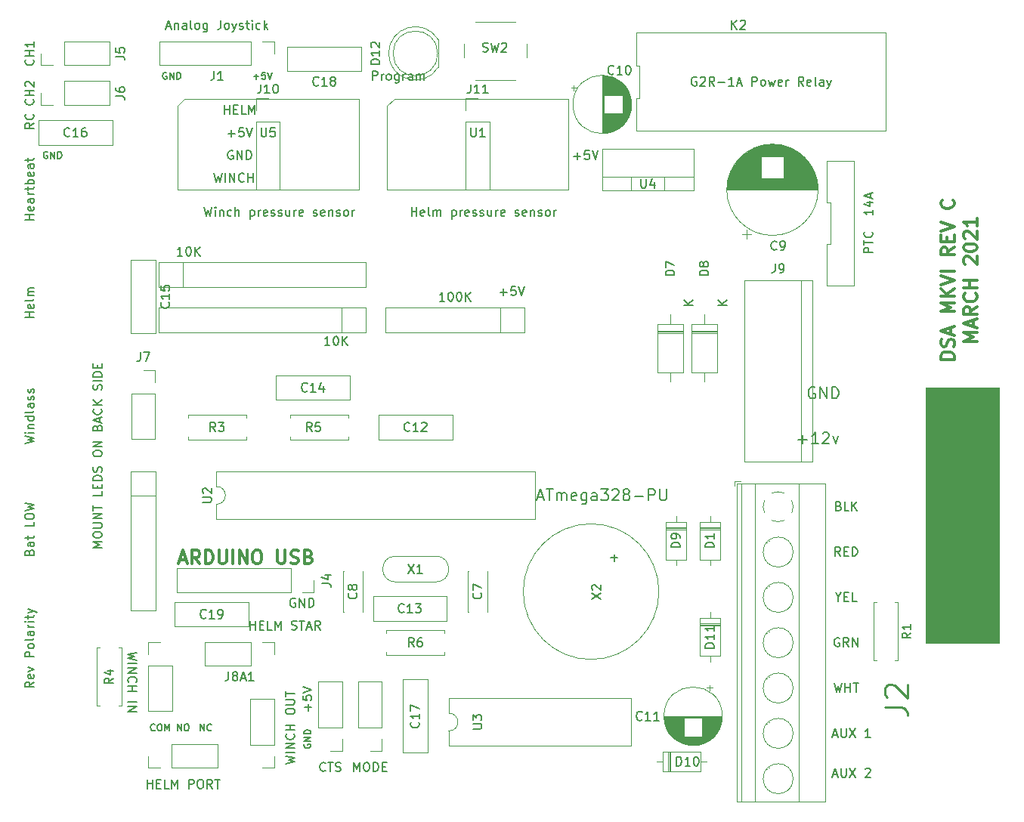
<source format=gbr>
G04 #@! TF.GenerationSoftware,KiCad,Pcbnew,(5.1.9)-1*
G04 #@! TF.CreationDate,2021-03-29T17:49:30-07:00*
G04 #@! TF.ProjectId,DSAMKVIC,4453414d-4b56-4494-932e-6b696361645f,rev?*
G04 #@! TF.SameCoordinates,Original*
G04 #@! TF.FileFunction,Legend,Top*
G04 #@! TF.FilePolarity,Positive*
%FSLAX46Y46*%
G04 Gerber Fmt 4.6, Leading zero omitted, Abs format (unit mm)*
G04 Created by KiCad (PCBNEW (5.1.9)-1) date 2021-03-29 17:49:30*
%MOMM*%
%LPD*%
G01*
G04 APERTURE LIST*
%ADD10C,0.150000*%
%ADD11C,0.152400*%
%ADD12C,0.203200*%
%ADD13C,0.300000*%
%ADD14C,0.100000*%
%ADD15C,0.120000*%
%ADD16C,0.254000*%
G04 APERTURE END LIST*
D10*
X119570714Y-63317380D02*
X119570714Y-62317380D01*
X119570714Y-62793571D02*
X120142142Y-62793571D01*
X120142142Y-63317380D02*
X120142142Y-62317380D01*
X120618333Y-62793571D02*
X120951666Y-62793571D01*
X121094523Y-63317380D02*
X120618333Y-63317380D01*
X120618333Y-62317380D01*
X121094523Y-62317380D01*
X121999285Y-63317380D02*
X121523095Y-63317380D01*
X121523095Y-62317380D01*
X122332619Y-63317380D02*
X122332619Y-62317380D01*
X122665952Y-63031666D01*
X122999285Y-62317380D01*
X122999285Y-63317380D01*
X122484047Y-121102380D02*
X122484047Y-120102380D01*
X122484047Y-120578571D02*
X123055476Y-120578571D01*
X123055476Y-121102380D02*
X123055476Y-120102380D01*
X123531666Y-120578571D02*
X123865000Y-120578571D01*
X124007857Y-121102380D02*
X123531666Y-121102380D01*
X123531666Y-120102380D01*
X124007857Y-120102380D01*
X124912619Y-121102380D02*
X124436428Y-121102380D01*
X124436428Y-120102380D01*
X125245952Y-121102380D02*
X125245952Y-120102380D01*
X125579285Y-120816666D01*
X125912619Y-120102380D01*
X125912619Y-121102380D01*
X127103095Y-121054761D02*
X127245952Y-121102380D01*
X127484047Y-121102380D01*
X127579285Y-121054761D01*
X127626904Y-121007142D01*
X127674523Y-120911904D01*
X127674523Y-120816666D01*
X127626904Y-120721428D01*
X127579285Y-120673809D01*
X127484047Y-120626190D01*
X127293571Y-120578571D01*
X127198333Y-120530952D01*
X127150714Y-120483333D01*
X127103095Y-120388095D01*
X127103095Y-120292857D01*
X127150714Y-120197619D01*
X127198333Y-120150000D01*
X127293571Y-120102380D01*
X127531666Y-120102380D01*
X127674523Y-120150000D01*
X127960238Y-120102380D02*
X128531666Y-120102380D01*
X128245952Y-121102380D02*
X128245952Y-120102380D01*
X128817380Y-120816666D02*
X129293571Y-120816666D01*
X128722142Y-121102380D02*
X129055476Y-120102380D01*
X129388809Y-121102380D01*
X130293571Y-121102380D02*
X129960238Y-120626190D01*
X129722142Y-121102380D02*
X129722142Y-120102380D01*
X130103095Y-120102380D01*
X130198333Y-120150000D01*
X130245952Y-120197619D01*
X130293571Y-120292857D01*
X130293571Y-120435714D01*
X130245952Y-120530952D01*
X130198333Y-120578571D01*
X130103095Y-120626190D01*
X129722142Y-120626190D01*
X128976428Y-130190714D02*
X128976428Y-129428809D01*
X129357380Y-129809761D02*
X128595476Y-129809761D01*
X128357380Y-128476428D02*
X128357380Y-128952619D01*
X128833571Y-129000238D01*
X128785952Y-128952619D01*
X128738333Y-128857380D01*
X128738333Y-128619285D01*
X128785952Y-128524047D01*
X128833571Y-128476428D01*
X128928809Y-128428809D01*
X129166904Y-128428809D01*
X129262142Y-128476428D01*
X129309761Y-128524047D01*
X129357380Y-128619285D01*
X129357380Y-128857380D01*
X129309761Y-128952619D01*
X129262142Y-129000238D01*
X128357380Y-128143095D02*
X129357380Y-127809761D01*
X128357380Y-127476428D01*
X150479285Y-83256428D02*
X151241190Y-83256428D01*
X150860238Y-83637380D02*
X150860238Y-82875476D01*
X152193571Y-82637380D02*
X151717380Y-82637380D01*
X151669761Y-83113571D01*
X151717380Y-83065952D01*
X151812619Y-83018333D01*
X152050714Y-83018333D01*
X152145952Y-83065952D01*
X152193571Y-83113571D01*
X152241190Y-83208809D01*
X152241190Y-83446904D01*
X152193571Y-83542142D01*
X152145952Y-83589761D01*
X152050714Y-83637380D01*
X151812619Y-83637380D01*
X151717380Y-83589761D01*
X151669761Y-83542142D01*
X152526904Y-82637380D02*
X152860238Y-83637380D01*
X153193571Y-82637380D01*
X127508095Y-117610000D02*
X127412857Y-117562380D01*
X127270000Y-117562380D01*
X127127142Y-117610000D01*
X127031904Y-117705238D01*
X126984285Y-117800476D01*
X126936666Y-117990952D01*
X126936666Y-118133809D01*
X126984285Y-118324285D01*
X127031904Y-118419523D01*
X127127142Y-118514761D01*
X127270000Y-118562380D01*
X127365238Y-118562380D01*
X127508095Y-118514761D01*
X127555714Y-118467142D01*
X127555714Y-118133809D01*
X127365238Y-118133809D01*
X127984285Y-118562380D02*
X127984285Y-117562380D01*
X128555714Y-118562380D01*
X128555714Y-117562380D01*
X129031904Y-118562380D02*
X129031904Y-117562380D01*
X129270000Y-117562380D01*
X129412857Y-117610000D01*
X129508095Y-117705238D01*
X129555714Y-117800476D01*
X129603333Y-117990952D01*
X129603333Y-118133809D01*
X129555714Y-118324285D01*
X129508095Y-118419523D01*
X129412857Y-118514761D01*
X129270000Y-118562380D01*
X129031904Y-118562380D01*
X120523095Y-67445000D02*
X120427857Y-67397380D01*
X120285000Y-67397380D01*
X120142142Y-67445000D01*
X120046904Y-67540238D01*
X119999285Y-67635476D01*
X119951666Y-67825952D01*
X119951666Y-67968809D01*
X119999285Y-68159285D01*
X120046904Y-68254523D01*
X120142142Y-68349761D01*
X120285000Y-68397380D01*
X120380238Y-68397380D01*
X120523095Y-68349761D01*
X120570714Y-68302142D01*
X120570714Y-67968809D01*
X120380238Y-67968809D01*
X120999285Y-68397380D02*
X120999285Y-67397380D01*
X121570714Y-68397380D01*
X121570714Y-67397380D01*
X122046904Y-68397380D02*
X122046904Y-67397380D01*
X122285000Y-67397380D01*
X122427857Y-67445000D01*
X122523095Y-67540238D01*
X122570714Y-67635476D01*
X122618333Y-67825952D01*
X122618333Y-67968809D01*
X122570714Y-68159285D01*
X122523095Y-68254523D01*
X122427857Y-68349761D01*
X122285000Y-68397380D01*
X122046904Y-68397380D01*
X119999285Y-65476428D02*
X120761190Y-65476428D01*
X120380238Y-65857380D02*
X120380238Y-65095476D01*
X121713571Y-64857380D02*
X121237380Y-64857380D01*
X121189761Y-65333571D01*
X121237380Y-65285952D01*
X121332619Y-65238333D01*
X121570714Y-65238333D01*
X121665952Y-65285952D01*
X121713571Y-65333571D01*
X121761190Y-65428809D01*
X121761190Y-65666904D01*
X121713571Y-65762142D01*
X121665952Y-65809761D01*
X121570714Y-65857380D01*
X121332619Y-65857380D01*
X121237380Y-65809761D01*
X121189761Y-65762142D01*
X122046904Y-64857380D02*
X122380238Y-65857380D01*
X122713571Y-64857380D01*
X118435714Y-69937380D02*
X118673809Y-70937380D01*
X118864285Y-70223095D01*
X119054761Y-70937380D01*
X119292857Y-69937380D01*
X119673809Y-70937380D02*
X119673809Y-69937380D01*
X120150000Y-70937380D02*
X120150000Y-69937380D01*
X120721428Y-70937380D01*
X120721428Y-69937380D01*
X121769047Y-70842142D02*
X121721428Y-70889761D01*
X121578571Y-70937380D01*
X121483333Y-70937380D01*
X121340476Y-70889761D01*
X121245238Y-70794523D01*
X121197619Y-70699285D01*
X121150000Y-70508809D01*
X121150000Y-70365952D01*
X121197619Y-70175476D01*
X121245238Y-70080238D01*
X121340476Y-69985000D01*
X121483333Y-69937380D01*
X121578571Y-69937380D01*
X121721428Y-69985000D01*
X121769047Y-70032619D01*
X122197619Y-70937380D02*
X122197619Y-69937380D01*
X122197619Y-70413571D02*
X122769047Y-70413571D01*
X122769047Y-70937380D02*
X122769047Y-69937380D01*
X158734285Y-68016428D02*
X159496190Y-68016428D01*
X159115238Y-68397380D02*
X159115238Y-67635476D01*
X160448571Y-67397380D02*
X159972380Y-67397380D01*
X159924761Y-67873571D01*
X159972380Y-67825952D01*
X160067619Y-67778333D01*
X160305714Y-67778333D01*
X160400952Y-67825952D01*
X160448571Y-67873571D01*
X160496190Y-67968809D01*
X160496190Y-68206904D01*
X160448571Y-68302142D01*
X160400952Y-68349761D01*
X160305714Y-68397380D01*
X160067619Y-68397380D01*
X159972380Y-68349761D01*
X159924761Y-68302142D01*
X160781904Y-67397380D02*
X161115238Y-68397380D01*
X161448571Y-67397380D01*
X187769761Y-137326666D02*
X188245952Y-137326666D01*
X187674523Y-137612380D02*
X188007857Y-136612380D01*
X188341190Y-137612380D01*
X188674523Y-136612380D02*
X188674523Y-137421904D01*
X188722142Y-137517142D01*
X188769761Y-137564761D01*
X188865000Y-137612380D01*
X189055476Y-137612380D01*
X189150714Y-137564761D01*
X189198333Y-137517142D01*
X189245952Y-137421904D01*
X189245952Y-136612380D01*
X189626904Y-136612380D02*
X190293571Y-137612380D01*
X190293571Y-136612380D02*
X189626904Y-137612380D01*
X191388809Y-136707619D02*
X191436428Y-136660000D01*
X191531666Y-136612380D01*
X191769761Y-136612380D01*
X191865000Y-136660000D01*
X191912619Y-136707619D01*
X191960238Y-136802857D01*
X191960238Y-136898095D01*
X191912619Y-137040952D01*
X191341190Y-137612380D01*
X191960238Y-137612380D01*
X187769761Y-132881666D02*
X188245952Y-132881666D01*
X187674523Y-133167380D02*
X188007857Y-132167380D01*
X188341190Y-133167380D01*
X188674523Y-132167380D02*
X188674523Y-132976904D01*
X188722142Y-133072142D01*
X188769761Y-133119761D01*
X188865000Y-133167380D01*
X189055476Y-133167380D01*
X189150714Y-133119761D01*
X189198333Y-133072142D01*
X189245952Y-132976904D01*
X189245952Y-132167380D01*
X189626904Y-132167380D02*
X190293571Y-133167380D01*
X190293571Y-132167380D02*
X189626904Y-133167380D01*
X191960238Y-133167380D02*
X191388809Y-133167380D01*
X191674523Y-133167380D02*
X191674523Y-132167380D01*
X191579285Y-132310238D01*
X191484047Y-132405476D01*
X191388809Y-132453095D01*
X98242380Y-64325476D02*
X97766190Y-64658809D01*
X98242380Y-64896904D02*
X97242380Y-64896904D01*
X97242380Y-64515952D01*
X97290000Y-64420714D01*
X97337619Y-64373095D01*
X97432857Y-64325476D01*
X97575714Y-64325476D01*
X97670952Y-64373095D01*
X97718571Y-64420714D01*
X97766190Y-64515952D01*
X97766190Y-64896904D01*
X98147142Y-63325476D02*
X98194761Y-63373095D01*
X98242380Y-63515952D01*
X98242380Y-63611190D01*
X98194761Y-63754047D01*
X98099523Y-63849285D01*
X98004285Y-63896904D01*
X97813809Y-63944523D01*
X97670952Y-63944523D01*
X97480476Y-63896904D01*
X97385238Y-63849285D01*
X97290000Y-63754047D01*
X97242380Y-63611190D01*
X97242380Y-63515952D01*
X97290000Y-63373095D01*
X97337619Y-63325476D01*
X105862380Y-111885714D02*
X104862380Y-111885714D01*
X105576666Y-111552380D01*
X104862380Y-111219047D01*
X105862380Y-111219047D01*
X104862380Y-110552380D02*
X104862380Y-110361904D01*
X104910000Y-110266666D01*
X105005238Y-110171428D01*
X105195714Y-110123809D01*
X105529047Y-110123809D01*
X105719523Y-110171428D01*
X105814761Y-110266666D01*
X105862380Y-110361904D01*
X105862380Y-110552380D01*
X105814761Y-110647619D01*
X105719523Y-110742857D01*
X105529047Y-110790476D01*
X105195714Y-110790476D01*
X105005238Y-110742857D01*
X104910000Y-110647619D01*
X104862380Y-110552380D01*
X104862380Y-109695238D02*
X105671904Y-109695238D01*
X105767142Y-109647619D01*
X105814761Y-109600000D01*
X105862380Y-109504761D01*
X105862380Y-109314285D01*
X105814761Y-109219047D01*
X105767142Y-109171428D01*
X105671904Y-109123809D01*
X104862380Y-109123809D01*
X105862380Y-108647619D02*
X104862380Y-108647619D01*
X105862380Y-108076190D01*
X104862380Y-108076190D01*
X104862380Y-107742857D02*
X104862380Y-107171428D01*
X105862380Y-107457142D02*
X104862380Y-107457142D01*
X105862380Y-105600000D02*
X105862380Y-106076190D01*
X104862380Y-106076190D01*
X105338571Y-105266666D02*
X105338571Y-104933333D01*
X105862380Y-104790476D02*
X105862380Y-105266666D01*
X104862380Y-105266666D01*
X104862380Y-104790476D01*
X105862380Y-104361904D02*
X104862380Y-104361904D01*
X104862380Y-104123809D01*
X104910000Y-103980952D01*
X105005238Y-103885714D01*
X105100476Y-103838095D01*
X105290952Y-103790476D01*
X105433809Y-103790476D01*
X105624285Y-103838095D01*
X105719523Y-103885714D01*
X105814761Y-103980952D01*
X105862380Y-104123809D01*
X105862380Y-104361904D01*
X105814761Y-103409523D02*
X105862380Y-103266666D01*
X105862380Y-103028571D01*
X105814761Y-102933333D01*
X105767142Y-102885714D01*
X105671904Y-102838095D01*
X105576666Y-102838095D01*
X105481428Y-102885714D01*
X105433809Y-102933333D01*
X105386190Y-103028571D01*
X105338571Y-103219047D01*
X105290952Y-103314285D01*
X105243333Y-103361904D01*
X105148095Y-103409523D01*
X105052857Y-103409523D01*
X104957619Y-103361904D01*
X104910000Y-103314285D01*
X104862380Y-103219047D01*
X104862380Y-102980952D01*
X104910000Y-102838095D01*
X104862380Y-101457142D02*
X104862380Y-101266666D01*
X104910000Y-101171428D01*
X105005238Y-101076190D01*
X105195714Y-101028571D01*
X105529047Y-101028571D01*
X105719523Y-101076190D01*
X105814761Y-101171428D01*
X105862380Y-101266666D01*
X105862380Y-101457142D01*
X105814761Y-101552380D01*
X105719523Y-101647619D01*
X105529047Y-101695238D01*
X105195714Y-101695238D01*
X105005238Y-101647619D01*
X104910000Y-101552380D01*
X104862380Y-101457142D01*
X105862380Y-100600000D02*
X104862380Y-100600000D01*
X105862380Y-100028571D01*
X104862380Y-100028571D01*
X105338571Y-98457142D02*
X105386190Y-98314285D01*
X105433809Y-98266666D01*
X105529047Y-98219047D01*
X105671904Y-98219047D01*
X105767142Y-98266666D01*
X105814761Y-98314285D01*
X105862380Y-98409523D01*
X105862380Y-98790476D01*
X104862380Y-98790476D01*
X104862380Y-98457142D01*
X104910000Y-98361904D01*
X104957619Y-98314285D01*
X105052857Y-98266666D01*
X105148095Y-98266666D01*
X105243333Y-98314285D01*
X105290952Y-98361904D01*
X105338571Y-98457142D01*
X105338571Y-98790476D01*
X105576666Y-97838095D02*
X105576666Y-97361904D01*
X105862380Y-97933333D02*
X104862380Y-97600000D01*
X105862380Y-97266666D01*
X105767142Y-96361904D02*
X105814761Y-96409523D01*
X105862380Y-96552380D01*
X105862380Y-96647619D01*
X105814761Y-96790476D01*
X105719523Y-96885714D01*
X105624285Y-96933333D01*
X105433809Y-96980952D01*
X105290952Y-96980952D01*
X105100476Y-96933333D01*
X105005238Y-96885714D01*
X104910000Y-96790476D01*
X104862380Y-96647619D01*
X104862380Y-96552380D01*
X104910000Y-96409523D01*
X104957619Y-96361904D01*
X105862380Y-95933333D02*
X104862380Y-95933333D01*
X105862380Y-95361904D02*
X105290952Y-95790476D01*
X104862380Y-95361904D02*
X105433809Y-95933333D01*
X105814761Y-94219047D02*
X105862380Y-94076190D01*
X105862380Y-93838095D01*
X105814761Y-93742857D01*
X105767142Y-93695238D01*
X105671904Y-93647619D01*
X105576666Y-93647619D01*
X105481428Y-93695238D01*
X105433809Y-93742857D01*
X105386190Y-93838095D01*
X105338571Y-94028571D01*
X105290952Y-94123809D01*
X105243333Y-94171428D01*
X105148095Y-94219047D01*
X105052857Y-94219047D01*
X104957619Y-94171428D01*
X104910000Y-94123809D01*
X104862380Y-94028571D01*
X104862380Y-93790476D01*
X104910000Y-93647619D01*
X105862380Y-93219047D02*
X104862380Y-93219047D01*
X105862380Y-92742857D02*
X104862380Y-92742857D01*
X104862380Y-92504761D01*
X104910000Y-92361904D01*
X105005238Y-92266666D01*
X105100476Y-92219047D01*
X105290952Y-92171428D01*
X105433809Y-92171428D01*
X105624285Y-92219047D01*
X105719523Y-92266666D01*
X105814761Y-92361904D01*
X105862380Y-92504761D01*
X105862380Y-92742857D01*
X105338571Y-91742857D02*
X105338571Y-91409523D01*
X105862380Y-91266666D02*
X105862380Y-91742857D01*
X104862380Y-91742857D01*
X104862380Y-91266666D01*
D11*
X122845285Y-59109428D02*
X123425857Y-59109428D01*
X123135571Y-59399714D02*
X123135571Y-58819142D01*
X124151571Y-58637714D02*
X123788714Y-58637714D01*
X123752428Y-59000571D01*
X123788714Y-58964285D01*
X123861285Y-58928000D01*
X124042714Y-58928000D01*
X124115285Y-58964285D01*
X124151571Y-59000571D01*
X124187857Y-59073142D01*
X124187857Y-59254571D01*
X124151571Y-59327142D01*
X124115285Y-59363428D01*
X124042714Y-59399714D01*
X123861285Y-59399714D01*
X123788714Y-59363428D01*
X123752428Y-59327142D01*
X124405571Y-58637714D02*
X124659571Y-59399714D01*
X124913571Y-58637714D01*
X116876285Y-132424714D02*
X116876285Y-131662714D01*
X117311714Y-132424714D01*
X117311714Y-131662714D01*
X118110000Y-132352142D02*
X118073714Y-132388428D01*
X117964857Y-132424714D01*
X117892285Y-132424714D01*
X117783428Y-132388428D01*
X117710857Y-132315857D01*
X117674571Y-132243285D01*
X117638285Y-132098142D01*
X117638285Y-131989285D01*
X117674571Y-131844142D01*
X117710857Y-131771571D01*
X117783428Y-131699000D01*
X117892285Y-131662714D01*
X117964857Y-131662714D01*
X118073714Y-131699000D01*
X118110000Y-131735285D01*
X114318142Y-132424714D02*
X114318142Y-131662714D01*
X114753571Y-132424714D01*
X114753571Y-131662714D01*
X115261571Y-131662714D02*
X115406714Y-131662714D01*
X115479285Y-131699000D01*
X115551857Y-131771571D01*
X115588142Y-131916714D01*
X115588142Y-132170714D01*
X115551857Y-132315857D01*
X115479285Y-132388428D01*
X115406714Y-132424714D01*
X115261571Y-132424714D01*
X115189000Y-132388428D01*
X115116428Y-132315857D01*
X115080142Y-132170714D01*
X115080142Y-131916714D01*
X115116428Y-131771571D01*
X115189000Y-131699000D01*
X115261571Y-131662714D01*
X111796285Y-132352142D02*
X111760000Y-132388428D01*
X111651142Y-132424714D01*
X111578571Y-132424714D01*
X111469714Y-132388428D01*
X111397142Y-132315857D01*
X111360857Y-132243285D01*
X111324571Y-132098142D01*
X111324571Y-131989285D01*
X111360857Y-131844142D01*
X111397142Y-131771571D01*
X111469714Y-131699000D01*
X111578571Y-131662714D01*
X111651142Y-131662714D01*
X111760000Y-131699000D01*
X111796285Y-131735285D01*
X112268000Y-131662714D02*
X112413142Y-131662714D01*
X112485714Y-131699000D01*
X112558285Y-131771571D01*
X112594571Y-131916714D01*
X112594571Y-132170714D01*
X112558285Y-132315857D01*
X112485714Y-132388428D01*
X112413142Y-132424714D01*
X112268000Y-132424714D01*
X112195428Y-132388428D01*
X112122857Y-132315857D01*
X112086571Y-132170714D01*
X112086571Y-131916714D01*
X112122857Y-131771571D01*
X112195428Y-131699000D01*
X112268000Y-131662714D01*
X112921142Y-132424714D02*
X112921142Y-131662714D01*
X113175142Y-132207000D01*
X113429142Y-131662714D01*
X113429142Y-132424714D01*
D12*
X183877857Y-99785714D02*
X184845476Y-99785714D01*
X184361666Y-100269523D02*
X184361666Y-99301904D01*
X186115476Y-100269523D02*
X185389761Y-100269523D01*
X185752619Y-100269523D02*
X185752619Y-98999523D01*
X185631666Y-99180952D01*
X185510714Y-99301904D01*
X185389761Y-99362380D01*
X186599285Y-99120476D02*
X186659761Y-99060000D01*
X186780714Y-98999523D01*
X187083095Y-98999523D01*
X187204047Y-99060000D01*
X187264523Y-99120476D01*
X187325000Y-99241428D01*
X187325000Y-99362380D01*
X187264523Y-99543809D01*
X186538809Y-100269523D01*
X187325000Y-100269523D01*
X187748333Y-99422857D02*
X188050714Y-100269523D01*
X188353095Y-99422857D01*
X185722380Y-93980000D02*
X185601428Y-93919523D01*
X185420000Y-93919523D01*
X185238571Y-93980000D01*
X185117619Y-94100952D01*
X185057142Y-94221904D01*
X184996666Y-94463809D01*
X184996666Y-94645238D01*
X185057142Y-94887142D01*
X185117619Y-95008095D01*
X185238571Y-95129047D01*
X185420000Y-95189523D01*
X185540952Y-95189523D01*
X185722380Y-95129047D01*
X185782857Y-95068571D01*
X185782857Y-94645238D01*
X185540952Y-94645238D01*
X186327142Y-95189523D02*
X186327142Y-93919523D01*
X187052857Y-95189523D01*
X187052857Y-93919523D01*
X187657619Y-95189523D02*
X187657619Y-93919523D01*
X187960000Y-93919523D01*
X188141428Y-93980000D01*
X188262380Y-94100952D01*
X188322857Y-94221904D01*
X188383333Y-94463809D01*
X188383333Y-94645238D01*
X188322857Y-94887142D01*
X188262380Y-95008095D01*
X188141428Y-95129047D01*
X187960000Y-95189523D01*
X187657619Y-95189523D01*
D13*
X114590714Y-113280000D02*
X115305000Y-113280000D01*
X114447857Y-113708571D02*
X114947857Y-112208571D01*
X115447857Y-113708571D01*
X116805000Y-113708571D02*
X116305000Y-112994285D01*
X115947857Y-113708571D02*
X115947857Y-112208571D01*
X116519285Y-112208571D01*
X116662142Y-112280000D01*
X116733571Y-112351428D01*
X116805000Y-112494285D01*
X116805000Y-112708571D01*
X116733571Y-112851428D01*
X116662142Y-112922857D01*
X116519285Y-112994285D01*
X115947857Y-112994285D01*
X117447857Y-113708571D02*
X117447857Y-112208571D01*
X117805000Y-112208571D01*
X118019285Y-112280000D01*
X118162142Y-112422857D01*
X118233571Y-112565714D01*
X118305000Y-112851428D01*
X118305000Y-113065714D01*
X118233571Y-113351428D01*
X118162142Y-113494285D01*
X118019285Y-113637142D01*
X117805000Y-113708571D01*
X117447857Y-113708571D01*
X118947857Y-112208571D02*
X118947857Y-113422857D01*
X119019285Y-113565714D01*
X119090714Y-113637142D01*
X119233571Y-113708571D01*
X119519285Y-113708571D01*
X119662142Y-113637142D01*
X119733571Y-113565714D01*
X119805000Y-113422857D01*
X119805000Y-112208571D01*
X120519285Y-113708571D02*
X120519285Y-112208571D01*
X121233571Y-113708571D02*
X121233571Y-112208571D01*
X122090714Y-113708571D01*
X122090714Y-112208571D01*
X123090714Y-112208571D02*
X123376428Y-112208571D01*
X123519285Y-112280000D01*
X123662142Y-112422857D01*
X123733571Y-112708571D01*
X123733571Y-113208571D01*
X123662142Y-113494285D01*
X123519285Y-113637142D01*
X123376428Y-113708571D01*
X123090714Y-113708571D01*
X122947857Y-113637142D01*
X122805000Y-113494285D01*
X122733571Y-113208571D01*
X122733571Y-112708571D01*
X122805000Y-112422857D01*
X122947857Y-112280000D01*
X123090714Y-112208571D01*
X125519285Y-112208571D02*
X125519285Y-113422857D01*
X125590714Y-113565714D01*
X125662142Y-113637142D01*
X125805000Y-113708571D01*
X126090714Y-113708571D01*
X126233571Y-113637142D01*
X126305000Y-113565714D01*
X126376428Y-113422857D01*
X126376428Y-112208571D01*
X127019285Y-113637142D02*
X127233571Y-113708571D01*
X127590714Y-113708571D01*
X127733571Y-113637142D01*
X127805000Y-113565714D01*
X127876428Y-113422857D01*
X127876428Y-113280000D01*
X127805000Y-113137142D01*
X127733571Y-113065714D01*
X127590714Y-112994285D01*
X127305000Y-112922857D01*
X127162142Y-112851428D01*
X127090714Y-112780000D01*
X127019285Y-112637142D01*
X127019285Y-112494285D01*
X127090714Y-112351428D01*
X127162142Y-112280000D01*
X127305000Y-112208571D01*
X127662142Y-112208571D01*
X127876428Y-112280000D01*
X129019285Y-112922857D02*
X129233571Y-112994285D01*
X129305000Y-113065714D01*
X129376428Y-113208571D01*
X129376428Y-113422857D01*
X129305000Y-113565714D01*
X129233571Y-113637142D01*
X129090714Y-113708571D01*
X128519285Y-113708571D01*
X128519285Y-112208571D01*
X129019285Y-112208571D01*
X129162142Y-112280000D01*
X129233571Y-112351428D01*
X129305000Y-112494285D01*
X129305000Y-112637142D01*
X129233571Y-112780000D01*
X129162142Y-112851428D01*
X129019285Y-112922857D01*
X128519285Y-112922857D01*
D11*
X113084428Y-58674000D02*
X113011857Y-58637714D01*
X112903000Y-58637714D01*
X112794142Y-58674000D01*
X112721571Y-58746571D01*
X112685285Y-58819142D01*
X112649000Y-58964285D01*
X112649000Y-59073142D01*
X112685285Y-59218285D01*
X112721571Y-59290857D01*
X112794142Y-59363428D01*
X112903000Y-59399714D01*
X112975571Y-59399714D01*
X113084428Y-59363428D01*
X113120714Y-59327142D01*
X113120714Y-59073142D01*
X112975571Y-59073142D01*
X113447285Y-59399714D02*
X113447285Y-58637714D01*
X113882714Y-59399714D01*
X113882714Y-58637714D01*
X114245571Y-59399714D02*
X114245571Y-58637714D01*
X114427000Y-58637714D01*
X114535857Y-58674000D01*
X114608428Y-58746571D01*
X114644714Y-58819142D01*
X114681000Y-58964285D01*
X114681000Y-59073142D01*
X114644714Y-59218285D01*
X114608428Y-59290857D01*
X114535857Y-59363428D01*
X114427000Y-59399714D01*
X114245571Y-59399714D01*
X128524000Y-133930571D02*
X128487714Y-134003142D01*
X128487714Y-134112000D01*
X128524000Y-134220857D01*
X128596571Y-134293428D01*
X128669142Y-134329714D01*
X128814285Y-134366000D01*
X128923142Y-134366000D01*
X129068285Y-134329714D01*
X129140857Y-134293428D01*
X129213428Y-134220857D01*
X129249714Y-134112000D01*
X129249714Y-134039428D01*
X129213428Y-133930571D01*
X129177142Y-133894285D01*
X128923142Y-133894285D01*
X128923142Y-134039428D01*
X129249714Y-133567714D02*
X128487714Y-133567714D01*
X129249714Y-133132285D01*
X128487714Y-133132285D01*
X129249714Y-132769428D02*
X128487714Y-132769428D01*
X128487714Y-132588000D01*
X128524000Y-132479142D01*
X128596571Y-132406571D01*
X128669142Y-132370285D01*
X128814285Y-132334000D01*
X128923142Y-132334000D01*
X129068285Y-132370285D01*
X129140857Y-132406571D01*
X129213428Y-132479142D01*
X129249714Y-132588000D01*
X129249714Y-132769428D01*
X99749428Y-67564000D02*
X99676857Y-67527714D01*
X99568000Y-67527714D01*
X99459142Y-67564000D01*
X99386571Y-67636571D01*
X99350285Y-67709142D01*
X99314000Y-67854285D01*
X99314000Y-67963142D01*
X99350285Y-68108285D01*
X99386571Y-68180857D01*
X99459142Y-68253428D01*
X99568000Y-68289714D01*
X99640571Y-68289714D01*
X99749428Y-68253428D01*
X99785714Y-68217142D01*
X99785714Y-67963142D01*
X99640571Y-67963142D01*
X100112285Y-68289714D02*
X100112285Y-67527714D01*
X100547714Y-68289714D01*
X100547714Y-67527714D01*
X100910571Y-68289714D02*
X100910571Y-67527714D01*
X101092000Y-67527714D01*
X101200857Y-67564000D01*
X101273428Y-67636571D01*
X101309714Y-67709142D01*
X101346000Y-67854285D01*
X101346000Y-67963142D01*
X101309714Y-68108285D01*
X101273428Y-68180857D01*
X101200857Y-68253428D01*
X101092000Y-68289714D01*
X100910571Y-68289714D01*
D10*
X187896666Y-127087380D02*
X188134761Y-128087380D01*
X188325238Y-127373095D01*
X188515714Y-128087380D01*
X188753809Y-127087380D01*
X189134761Y-128087380D02*
X189134761Y-127087380D01*
X189134761Y-127563571D02*
X189706190Y-127563571D01*
X189706190Y-128087380D02*
X189706190Y-127087380D01*
X190039523Y-127087380D02*
X190610952Y-127087380D01*
X190325238Y-128087380D02*
X190325238Y-127087380D01*
X188468095Y-122055000D02*
X188372857Y-122007380D01*
X188230000Y-122007380D01*
X188087142Y-122055000D01*
X187991904Y-122150238D01*
X187944285Y-122245476D01*
X187896666Y-122435952D01*
X187896666Y-122578809D01*
X187944285Y-122769285D01*
X187991904Y-122864523D01*
X188087142Y-122959761D01*
X188230000Y-123007380D01*
X188325238Y-123007380D01*
X188468095Y-122959761D01*
X188515714Y-122912142D01*
X188515714Y-122578809D01*
X188325238Y-122578809D01*
X189515714Y-123007380D02*
X189182380Y-122531190D01*
X188944285Y-123007380D02*
X188944285Y-122007380D01*
X189325238Y-122007380D01*
X189420476Y-122055000D01*
X189468095Y-122102619D01*
X189515714Y-122197857D01*
X189515714Y-122340714D01*
X189468095Y-122435952D01*
X189420476Y-122483571D01*
X189325238Y-122531190D01*
X188944285Y-122531190D01*
X189944285Y-123007380D02*
X189944285Y-122007380D01*
X190515714Y-123007380D01*
X190515714Y-122007380D01*
X188372857Y-117451190D02*
X188372857Y-117927380D01*
X188039523Y-116927380D02*
X188372857Y-117451190D01*
X188706190Y-116927380D01*
X189039523Y-117403571D02*
X189372857Y-117403571D01*
X189515714Y-117927380D02*
X189039523Y-117927380D01*
X189039523Y-116927380D01*
X189515714Y-116927380D01*
X190420476Y-117927380D02*
X189944285Y-117927380D01*
X189944285Y-116927380D01*
X188587142Y-112847380D02*
X188253809Y-112371190D01*
X188015714Y-112847380D02*
X188015714Y-111847380D01*
X188396666Y-111847380D01*
X188491904Y-111895000D01*
X188539523Y-111942619D01*
X188587142Y-112037857D01*
X188587142Y-112180714D01*
X188539523Y-112275952D01*
X188491904Y-112323571D01*
X188396666Y-112371190D01*
X188015714Y-112371190D01*
X189015714Y-112323571D02*
X189349047Y-112323571D01*
X189491904Y-112847380D02*
X189015714Y-112847380D01*
X189015714Y-111847380D01*
X189491904Y-111847380D01*
X189920476Y-112847380D02*
X189920476Y-111847380D01*
X190158571Y-111847380D01*
X190301428Y-111895000D01*
X190396666Y-111990238D01*
X190444285Y-112085476D01*
X190491904Y-112275952D01*
X190491904Y-112418809D01*
X190444285Y-112609285D01*
X190396666Y-112704523D01*
X190301428Y-112799761D01*
X190158571Y-112847380D01*
X189920476Y-112847380D01*
X188396666Y-107243571D02*
X188539523Y-107291190D01*
X188587142Y-107338809D01*
X188634761Y-107434047D01*
X188634761Y-107576904D01*
X188587142Y-107672142D01*
X188539523Y-107719761D01*
X188444285Y-107767380D01*
X188063333Y-107767380D01*
X188063333Y-106767380D01*
X188396666Y-106767380D01*
X188491904Y-106815000D01*
X188539523Y-106862619D01*
X188587142Y-106957857D01*
X188587142Y-107053095D01*
X188539523Y-107148333D01*
X188491904Y-107195952D01*
X188396666Y-107243571D01*
X188063333Y-107243571D01*
X189539523Y-107767380D02*
X189063333Y-107767380D01*
X189063333Y-106767380D01*
X189872857Y-107767380D02*
X189872857Y-106767380D01*
X190444285Y-107767380D02*
X190015714Y-107195952D01*
X190444285Y-106767380D02*
X189872857Y-107338809D01*
D14*
G36*
X206375000Y-122555000D02*
G01*
X198120000Y-122555000D01*
X198120000Y-93980000D01*
X206375000Y-93980000D01*
X206375000Y-122555000D01*
G37*
X206375000Y-122555000D02*
X198120000Y-122555000D01*
X198120000Y-93980000D01*
X206375000Y-93980000D01*
X206375000Y-122555000D01*
D13*
X201333571Y-90807857D02*
X199833571Y-90807857D01*
X199833571Y-90450714D01*
X199905000Y-90236428D01*
X200047857Y-90093571D01*
X200190714Y-90022142D01*
X200476428Y-89950714D01*
X200690714Y-89950714D01*
X200976428Y-90022142D01*
X201119285Y-90093571D01*
X201262142Y-90236428D01*
X201333571Y-90450714D01*
X201333571Y-90807857D01*
X201262142Y-89379285D02*
X201333571Y-89165000D01*
X201333571Y-88807857D01*
X201262142Y-88665000D01*
X201190714Y-88593571D01*
X201047857Y-88522142D01*
X200905000Y-88522142D01*
X200762142Y-88593571D01*
X200690714Y-88665000D01*
X200619285Y-88807857D01*
X200547857Y-89093571D01*
X200476428Y-89236428D01*
X200405000Y-89307857D01*
X200262142Y-89379285D01*
X200119285Y-89379285D01*
X199976428Y-89307857D01*
X199905000Y-89236428D01*
X199833571Y-89093571D01*
X199833571Y-88736428D01*
X199905000Y-88522142D01*
X200905000Y-87950714D02*
X200905000Y-87236428D01*
X201333571Y-88093571D02*
X199833571Y-87593571D01*
X201333571Y-87093571D01*
X201333571Y-85450714D02*
X199833571Y-85450714D01*
X200905000Y-84950714D01*
X199833571Y-84450714D01*
X201333571Y-84450714D01*
X201333571Y-83736428D02*
X199833571Y-83736428D01*
X201333571Y-82879285D02*
X200476428Y-83522142D01*
X199833571Y-82879285D02*
X200690714Y-83736428D01*
X199833571Y-82450714D02*
X201333571Y-81950714D01*
X199833571Y-81450714D01*
X201333571Y-80950714D02*
X199833571Y-80950714D01*
X201333571Y-78236428D02*
X200619285Y-78736428D01*
X201333571Y-79093571D02*
X199833571Y-79093571D01*
X199833571Y-78522142D01*
X199905000Y-78379285D01*
X199976428Y-78307857D01*
X200119285Y-78236428D01*
X200333571Y-78236428D01*
X200476428Y-78307857D01*
X200547857Y-78379285D01*
X200619285Y-78522142D01*
X200619285Y-79093571D01*
X200547857Y-77593571D02*
X200547857Y-77093571D01*
X201333571Y-76879285D02*
X201333571Y-77593571D01*
X199833571Y-77593571D01*
X199833571Y-76879285D01*
X199833571Y-76450714D02*
X201333571Y-75950714D01*
X199833571Y-75450714D01*
X201190714Y-72950714D02*
X201262142Y-73022142D01*
X201333571Y-73236428D01*
X201333571Y-73379285D01*
X201262142Y-73593571D01*
X201119285Y-73736428D01*
X200976428Y-73807857D01*
X200690714Y-73879285D01*
X200476428Y-73879285D01*
X200190714Y-73807857D01*
X200047857Y-73736428D01*
X199905000Y-73593571D01*
X199833571Y-73379285D01*
X199833571Y-73236428D01*
X199905000Y-73022142D01*
X199976428Y-72950714D01*
X203883571Y-88772142D02*
X202383571Y-88772142D01*
X203455000Y-88272142D01*
X202383571Y-87772142D01*
X203883571Y-87772142D01*
X203455000Y-87129285D02*
X203455000Y-86415000D01*
X203883571Y-87272142D02*
X202383571Y-86772142D01*
X203883571Y-86272142D01*
X203883571Y-84915000D02*
X203169285Y-85415000D01*
X203883571Y-85772142D02*
X202383571Y-85772142D01*
X202383571Y-85200714D01*
X202455000Y-85057857D01*
X202526428Y-84986428D01*
X202669285Y-84915000D01*
X202883571Y-84915000D01*
X203026428Y-84986428D01*
X203097857Y-85057857D01*
X203169285Y-85200714D01*
X203169285Y-85772142D01*
X203740714Y-83415000D02*
X203812142Y-83486428D01*
X203883571Y-83700714D01*
X203883571Y-83843571D01*
X203812142Y-84057857D01*
X203669285Y-84200714D01*
X203526428Y-84272142D01*
X203240714Y-84343571D01*
X203026428Y-84343571D01*
X202740714Y-84272142D01*
X202597857Y-84200714D01*
X202455000Y-84057857D01*
X202383571Y-83843571D01*
X202383571Y-83700714D01*
X202455000Y-83486428D01*
X202526428Y-83415000D01*
X203883571Y-82772142D02*
X202383571Y-82772142D01*
X203097857Y-82772142D02*
X203097857Y-81915000D01*
X203883571Y-81915000D02*
X202383571Y-81915000D01*
X202526428Y-80129285D02*
X202455000Y-80057857D01*
X202383571Y-79915000D01*
X202383571Y-79557857D01*
X202455000Y-79415000D01*
X202526428Y-79343571D01*
X202669285Y-79272142D01*
X202812142Y-79272142D01*
X203026428Y-79343571D01*
X203883571Y-80200714D01*
X203883571Y-79272142D01*
X202383571Y-78343571D02*
X202383571Y-78200714D01*
X202455000Y-78057857D01*
X202526428Y-77986428D01*
X202669285Y-77915000D01*
X202955000Y-77843571D01*
X203312142Y-77843571D01*
X203597857Y-77915000D01*
X203740714Y-77986428D01*
X203812142Y-78057857D01*
X203883571Y-78200714D01*
X203883571Y-78343571D01*
X203812142Y-78486428D01*
X203740714Y-78557857D01*
X203597857Y-78629285D01*
X203312142Y-78700714D01*
X202955000Y-78700714D01*
X202669285Y-78629285D01*
X202526428Y-78557857D01*
X202455000Y-78486428D01*
X202383571Y-78343571D01*
X202526428Y-77272142D02*
X202455000Y-77200714D01*
X202383571Y-77057857D01*
X202383571Y-76700714D01*
X202455000Y-76557857D01*
X202526428Y-76486428D01*
X202669285Y-76415000D01*
X202812142Y-76415000D01*
X203026428Y-76486428D01*
X203883571Y-77343571D01*
X203883571Y-76415000D01*
X203883571Y-74986428D02*
X203883571Y-75843571D01*
X203883571Y-75415000D02*
X202383571Y-75415000D01*
X202597857Y-75557857D01*
X202740714Y-75700714D01*
X202812142Y-75843571D01*
D15*
X118685000Y-107045000D02*
X118685000Y-108695000D01*
X118685000Y-108695000D02*
X154365000Y-108695000D01*
X154365000Y-108695000D02*
X154365000Y-103395000D01*
X154365000Y-103395000D02*
X118685000Y-103395000D01*
X118685000Y-103395000D02*
X118685000Y-105045000D01*
X118685000Y-105045000D02*
G75*
G02*
X118685000Y-107045000I0J-1000000D01*
G01*
X109160000Y-94615000D02*
X111820000Y-94615000D01*
X109160000Y-94615000D02*
X109160000Y-99755000D01*
X109160000Y-99755000D02*
X111820000Y-99755000D01*
X111820000Y-94615000D02*
X111820000Y-99755000D01*
X111820000Y-92015000D02*
X111820000Y-93345000D01*
X110490000Y-92015000D02*
X111820000Y-92015000D01*
X144240000Y-123925000D02*
X144240000Y-123595000D01*
X137700000Y-123925000D02*
X144240000Y-123925000D01*
X137700000Y-123595000D02*
X137700000Y-123925000D01*
X144240000Y-121185000D02*
X144240000Y-121515000D01*
X137700000Y-121185000D02*
X144240000Y-121185000D01*
X137700000Y-121515000D02*
X137700000Y-121185000D01*
X146625000Y-61535000D02*
X147955000Y-61535000D01*
X146625000Y-62865000D02*
X146625000Y-61535000D01*
X146625000Y-64135000D02*
X149285000Y-64135000D01*
X149285000Y-64135000D02*
X149285000Y-71815000D01*
X146625000Y-64135000D02*
X146625000Y-71815000D01*
X146625000Y-71815000D02*
X149285000Y-71815000D01*
X123130000Y-61535000D02*
X124460000Y-61535000D01*
X123130000Y-62865000D02*
X123130000Y-61535000D01*
X123130000Y-64135000D02*
X125790000Y-64135000D01*
X125790000Y-64135000D02*
X125790000Y-71815000D01*
X123130000Y-64135000D02*
X123130000Y-71815000D01*
X123130000Y-71815000D02*
X125790000Y-71815000D01*
X111890000Y-103335000D02*
X109090000Y-103335000D01*
X109090000Y-103335000D02*
X109090000Y-118915000D01*
X109090000Y-118915000D02*
X111890000Y-118915000D01*
X111890000Y-118915000D02*
X111890000Y-103335000D01*
X111890000Y-106045000D02*
X109090000Y-106045000D01*
X114310000Y-71745000D02*
X114310000Y-62405000D01*
X134610000Y-71745000D02*
X114310000Y-71745000D01*
X134610000Y-61605000D02*
X134610000Y-71745000D01*
X115110000Y-61605000D02*
X134610000Y-61605000D01*
X114310000Y-62405000D02*
X115110000Y-61605000D01*
X192305000Y-124555000D02*
X192635000Y-124555000D01*
X192305000Y-118015000D02*
X192305000Y-124555000D01*
X192635000Y-118015000D02*
X192305000Y-118015000D01*
X195045000Y-124555000D02*
X194715000Y-124555000D01*
X195045000Y-118015000D02*
X195045000Y-124555000D01*
X194715000Y-118015000D02*
X195045000Y-118015000D01*
X132715000Y-87760000D02*
X132715000Y-84960000D01*
X112225000Y-87760000D02*
X135425000Y-87760000D01*
X112225000Y-84960000D02*
X112225000Y-87760000D01*
X135425000Y-84960000D02*
X112225000Y-84960000D01*
X135425000Y-87760000D02*
X135425000Y-84960000D01*
X133620000Y-92610000D02*
X133620000Y-95350000D01*
X125380000Y-92610000D02*
X125380000Y-95350000D01*
X125380000Y-95350000D02*
X133620000Y-95350000D01*
X125380000Y-92610000D02*
X133620000Y-92610000D01*
X168255000Y-116830000D02*
G75*
G03*
X168255000Y-116830000I-7600000J0D01*
G01*
X176710000Y-104475000D02*
X176710000Y-104975000D01*
X177450000Y-104475000D02*
X176710000Y-104475000D01*
X180587000Y-136568000D02*
X180541000Y-136521000D01*
X182885000Y-138865000D02*
X182849000Y-138830000D01*
X180371000Y-136761000D02*
X180336000Y-136726000D01*
X182679000Y-139070000D02*
X182633000Y-139023000D01*
X180587000Y-131488000D02*
X180541000Y-131441000D01*
X182885000Y-133785000D02*
X182849000Y-133750000D01*
X180371000Y-131681000D02*
X180336000Y-131646000D01*
X182679000Y-133990000D02*
X182633000Y-133943000D01*
X180587000Y-126408000D02*
X180541000Y-126361000D01*
X182885000Y-128705000D02*
X182849000Y-128670000D01*
X180371000Y-126601000D02*
X180336000Y-126566000D01*
X182679000Y-128910000D02*
X182633000Y-128863000D01*
X180587000Y-121328000D02*
X180541000Y-121281000D01*
X182885000Y-123625000D02*
X182849000Y-123590000D01*
X180371000Y-121521000D02*
X180336000Y-121486000D01*
X182679000Y-123830000D02*
X182633000Y-123783000D01*
X180587000Y-116248000D02*
X180541000Y-116201000D01*
X182885000Y-118545000D02*
X182849000Y-118510000D01*
X180371000Y-116441000D02*
X180336000Y-116406000D01*
X182679000Y-118750000D02*
X182633000Y-118703000D01*
X180587000Y-111168000D02*
X180541000Y-111121000D01*
X182885000Y-113465000D02*
X182849000Y-113430000D01*
X180371000Y-111361000D02*
X180336000Y-111326000D01*
X182679000Y-113670000D02*
X182633000Y-113623000D01*
X186871000Y-140395000D02*
X176950000Y-140395000D01*
X186871000Y-104715000D02*
X176950000Y-104715000D01*
X176950000Y-104715000D02*
X176950000Y-140395000D01*
X186871000Y-104715000D02*
X186871000Y-140395000D01*
X183911000Y-104715000D02*
X183911000Y-140395000D01*
X179010000Y-104715000D02*
X179010000Y-140395000D01*
X177510000Y-104715000D02*
X177510000Y-140395000D01*
X183290000Y-137795000D02*
G75*
G03*
X183290000Y-137795000I-1680000J0D01*
G01*
X183290000Y-132715000D02*
G75*
G03*
X183290000Y-132715000I-1680000J0D01*
G01*
X183290000Y-127635000D02*
G75*
G03*
X183290000Y-127635000I-1680000J0D01*
G01*
X183290000Y-122555000D02*
G75*
G03*
X183290000Y-122555000I-1680000J0D01*
G01*
X183290000Y-117475000D02*
G75*
G03*
X183290000Y-117475000I-1680000J0D01*
G01*
X183290000Y-112395000D02*
G75*
G03*
X183290000Y-112395000I-1680000J0D01*
G01*
X179929747Y-107343805D02*
G75*
G02*
X180075000Y-106631000I1680253J28805D01*
G01*
X180926958Y-105779574D02*
G75*
G02*
X182294000Y-105780000I683042J-1535426D01*
G01*
X183145426Y-106631958D02*
G75*
G02*
X183145000Y-107999000I-1535426J-683042D01*
G01*
X182293042Y-108850426D02*
G75*
G02*
X180926000Y-108850000I-683042J1535426D01*
G01*
X180075244Y-107998318D02*
G75*
G02*
X179930000Y-107315000I1534756J683318D01*
G01*
X126905000Y-97055000D02*
X126905000Y-97385000D01*
X133445000Y-97055000D02*
X126905000Y-97055000D01*
X133445000Y-97385000D02*
X133445000Y-97055000D01*
X126905000Y-99795000D02*
X126905000Y-99465000D01*
X133445000Y-99795000D02*
X126905000Y-99795000D01*
X133445000Y-99465000D02*
X133445000Y-99795000D01*
X150495000Y-87760000D02*
X150495000Y-84960000D01*
X137625000Y-87760000D02*
X153205000Y-87760000D01*
X137625000Y-84960000D02*
X137625000Y-87760000D01*
X153205000Y-84960000D02*
X137625000Y-84960000D01*
X153205000Y-87760000D02*
X153205000Y-84960000D01*
X114935000Y-79880000D02*
X114935000Y-82680000D01*
X135425000Y-79880000D02*
X112225000Y-79880000D01*
X135425000Y-82680000D02*
X135425000Y-79880000D01*
X112225000Y-82680000D02*
X135425000Y-82680000D01*
X112225000Y-79880000D02*
X112225000Y-82680000D01*
X171300000Y-109605000D02*
X169060000Y-109605000D01*
X171300000Y-109845000D02*
X169060000Y-109845000D01*
X171300000Y-109725000D02*
X169060000Y-109725000D01*
X170180000Y-113895000D02*
X170180000Y-113245000D01*
X170180000Y-108355000D02*
X170180000Y-109005000D01*
X171300000Y-113245000D02*
X171300000Y-109005000D01*
X169060000Y-113245000D02*
X171300000Y-113245000D01*
X169060000Y-109005000D02*
X169060000Y-113245000D01*
X171300000Y-109005000D02*
X169060000Y-109005000D01*
X175110000Y-109605000D02*
X172870000Y-109605000D01*
X175110000Y-109845000D02*
X172870000Y-109845000D01*
X175110000Y-109725000D02*
X172870000Y-109725000D01*
X173990000Y-113895000D02*
X173990000Y-113245000D01*
X173990000Y-108355000D02*
X173990000Y-109005000D01*
X175110000Y-113245000D02*
X175110000Y-109005000D01*
X172870000Y-113245000D02*
X175110000Y-113245000D01*
X172870000Y-109005000D02*
X172870000Y-113245000D01*
X175110000Y-109005000D02*
X172870000Y-109005000D01*
X114030000Y-120750000D02*
X114030000Y-118010000D01*
X122270000Y-120750000D02*
X122270000Y-118010000D01*
X122270000Y-118010000D02*
X114030000Y-118010000D01*
X122270000Y-120750000D02*
X114030000Y-120750000D01*
X134890000Y-55780000D02*
X134890000Y-58520000D01*
X126650000Y-55780000D02*
X126650000Y-58520000D01*
X126650000Y-58520000D02*
X134890000Y-58520000D01*
X126650000Y-55780000D02*
X134890000Y-55780000D01*
X125155000Y-136585000D02*
X123825000Y-136585000D01*
X125155000Y-135255000D02*
X125155000Y-136585000D01*
X125155000Y-133985000D02*
X122495000Y-133985000D01*
X122495000Y-133985000D02*
X122495000Y-128845000D01*
X125155000Y-133985000D02*
X125155000Y-128845000D01*
X125155000Y-128845000D02*
X122495000Y-128845000D01*
X111065000Y-136585000D02*
X111065000Y-135255000D01*
X112395000Y-136585000D02*
X111065000Y-136585000D01*
X113665000Y-136585000D02*
X113665000Y-133925000D01*
X113665000Y-133925000D02*
X118805000Y-133925000D01*
X113665000Y-136585000D02*
X118805000Y-136585000D01*
X118805000Y-136585000D02*
X118805000Y-133925000D01*
X111065000Y-122495000D02*
X112395000Y-122495000D01*
X111065000Y-123825000D02*
X111065000Y-122495000D01*
X111065000Y-125095000D02*
X113725000Y-125095000D01*
X113725000Y-125095000D02*
X113725000Y-130235000D01*
X111065000Y-125095000D02*
X111065000Y-130235000D01*
X111065000Y-130235000D02*
X113725000Y-130235000D01*
X125155000Y-122495000D02*
X125155000Y-123825000D01*
X123825000Y-122495000D02*
X125155000Y-122495000D01*
X122555000Y-122495000D02*
X122555000Y-125155000D01*
X122555000Y-125155000D02*
X117415000Y-125155000D01*
X122555000Y-122495000D02*
X117415000Y-122495000D01*
X117415000Y-122495000D02*
X117415000Y-125155000D01*
X137220000Y-134680000D02*
X135890000Y-134680000D01*
X137220000Y-133350000D02*
X137220000Y-134680000D01*
X137220000Y-132080000D02*
X134560000Y-132080000D01*
X134560000Y-132080000D02*
X134560000Y-126940000D01*
X137220000Y-132080000D02*
X137220000Y-126940000D01*
X137220000Y-126940000D02*
X134560000Y-126940000D01*
X132775000Y-134680000D02*
X131445000Y-134680000D01*
X132775000Y-133350000D02*
X132775000Y-134680000D01*
X132775000Y-132080000D02*
X130115000Y-132080000D01*
X130115000Y-132080000D02*
X130115000Y-126940000D01*
X132775000Y-132080000D02*
X132775000Y-126940000D01*
X132775000Y-126940000D02*
X130115000Y-126940000D01*
X99000000Y-62290000D02*
X99000000Y-60960000D01*
X100330000Y-62290000D02*
X99000000Y-62290000D01*
X101600000Y-62290000D02*
X101600000Y-59630000D01*
X101600000Y-59630000D02*
X106740000Y-59630000D01*
X101600000Y-62290000D02*
X106740000Y-62290000D01*
X106740000Y-62290000D02*
X106740000Y-59630000D01*
X99000000Y-57845000D02*
X99000000Y-56515000D01*
X100330000Y-57845000D02*
X99000000Y-57845000D01*
X101600000Y-57845000D02*
X101600000Y-55185000D01*
X101600000Y-55185000D02*
X106740000Y-55185000D01*
X101600000Y-57845000D02*
X106740000Y-57845000D01*
X106740000Y-57845000D02*
X106740000Y-55185000D01*
X143260000Y-115750000D02*
X138760000Y-115750000D01*
X143260000Y-112850000D02*
X138760000Y-112850000D01*
X143260000Y-112850000D02*
G75*
G02*
X143260000Y-115750000I0J-1450000D01*
G01*
X138760000Y-112850000D02*
G75*
G03*
X138760000Y-115750000I0J-1450000D01*
G01*
X144720000Y-132445000D02*
X144720000Y-134095000D01*
X144720000Y-134095000D02*
X165160000Y-134095000D01*
X165160000Y-134095000D02*
X165160000Y-128795000D01*
X165160000Y-128795000D02*
X144720000Y-128795000D01*
X144720000Y-128795000D02*
X144720000Y-130445000D01*
X144720000Y-130445000D02*
G75*
G02*
X144720000Y-132445000I0J-1000000D01*
G01*
X137805000Y-71745000D02*
X137805000Y-62405000D01*
X158105000Y-71745000D02*
X137805000Y-71745000D01*
X158105000Y-61605000D02*
X158105000Y-71745000D01*
X138605000Y-61605000D02*
X158105000Y-61605000D01*
X137805000Y-62405000D02*
X138605000Y-61605000D01*
X175355000Y-130790000D02*
G75*
G03*
X175355000Y-130790000I-3270000J0D01*
G01*
X175315000Y-130790000D02*
X168855000Y-130790000D01*
X175315000Y-130830000D02*
X168855000Y-130830000D01*
X175315000Y-130870000D02*
X168855000Y-130870000D01*
X175313000Y-130910000D02*
X168857000Y-130910000D01*
X175312000Y-130950000D02*
X168858000Y-130950000D01*
X175309000Y-130990000D02*
X168861000Y-130990000D01*
X175307000Y-131030000D02*
X173125000Y-131030000D01*
X171045000Y-131030000D02*
X168863000Y-131030000D01*
X175303000Y-131070000D02*
X173125000Y-131070000D01*
X171045000Y-131070000D02*
X168867000Y-131070000D01*
X175300000Y-131110000D02*
X173125000Y-131110000D01*
X171045000Y-131110000D02*
X168870000Y-131110000D01*
X175296000Y-131150000D02*
X173125000Y-131150000D01*
X171045000Y-131150000D02*
X168874000Y-131150000D01*
X175291000Y-131190000D02*
X173125000Y-131190000D01*
X171045000Y-131190000D02*
X168879000Y-131190000D01*
X175286000Y-131230000D02*
X173125000Y-131230000D01*
X171045000Y-131230000D02*
X168884000Y-131230000D01*
X175280000Y-131270000D02*
X173125000Y-131270000D01*
X171045000Y-131270000D02*
X168890000Y-131270000D01*
X175274000Y-131310000D02*
X173125000Y-131310000D01*
X171045000Y-131310000D02*
X168896000Y-131310000D01*
X175267000Y-131350000D02*
X173125000Y-131350000D01*
X171045000Y-131350000D02*
X168903000Y-131350000D01*
X175260000Y-131390000D02*
X173125000Y-131390000D01*
X171045000Y-131390000D02*
X168910000Y-131390000D01*
X175252000Y-131430000D02*
X173125000Y-131430000D01*
X171045000Y-131430000D02*
X168918000Y-131430000D01*
X175244000Y-131470000D02*
X173125000Y-131470000D01*
X171045000Y-131470000D02*
X168926000Y-131470000D01*
X175235000Y-131511000D02*
X173125000Y-131511000D01*
X171045000Y-131511000D02*
X168935000Y-131511000D01*
X175226000Y-131551000D02*
X173125000Y-131551000D01*
X171045000Y-131551000D02*
X168944000Y-131551000D01*
X175216000Y-131591000D02*
X173125000Y-131591000D01*
X171045000Y-131591000D02*
X168954000Y-131591000D01*
X175206000Y-131631000D02*
X173125000Y-131631000D01*
X171045000Y-131631000D02*
X168964000Y-131631000D01*
X175195000Y-131671000D02*
X173125000Y-131671000D01*
X171045000Y-131671000D02*
X168975000Y-131671000D01*
X175183000Y-131711000D02*
X173125000Y-131711000D01*
X171045000Y-131711000D02*
X168987000Y-131711000D01*
X175171000Y-131751000D02*
X173125000Y-131751000D01*
X171045000Y-131751000D02*
X168999000Y-131751000D01*
X175159000Y-131791000D02*
X173125000Y-131791000D01*
X171045000Y-131791000D02*
X169011000Y-131791000D01*
X175146000Y-131831000D02*
X173125000Y-131831000D01*
X171045000Y-131831000D02*
X169024000Y-131831000D01*
X175132000Y-131871000D02*
X173125000Y-131871000D01*
X171045000Y-131871000D02*
X169038000Y-131871000D01*
X175118000Y-131911000D02*
X173125000Y-131911000D01*
X171045000Y-131911000D02*
X169052000Y-131911000D01*
X175103000Y-131951000D02*
X173125000Y-131951000D01*
X171045000Y-131951000D02*
X169067000Y-131951000D01*
X175087000Y-131991000D02*
X173125000Y-131991000D01*
X171045000Y-131991000D02*
X169083000Y-131991000D01*
X175071000Y-132031000D02*
X173125000Y-132031000D01*
X171045000Y-132031000D02*
X169099000Y-132031000D01*
X175055000Y-132071000D02*
X173125000Y-132071000D01*
X171045000Y-132071000D02*
X169115000Y-132071000D01*
X175037000Y-132111000D02*
X173125000Y-132111000D01*
X171045000Y-132111000D02*
X169133000Y-132111000D01*
X175019000Y-132151000D02*
X173125000Y-132151000D01*
X171045000Y-132151000D02*
X169151000Y-132151000D01*
X175001000Y-132191000D02*
X173125000Y-132191000D01*
X171045000Y-132191000D02*
X169169000Y-132191000D01*
X174981000Y-132231000D02*
X173125000Y-132231000D01*
X171045000Y-132231000D02*
X169189000Y-132231000D01*
X174961000Y-132271000D02*
X173125000Y-132271000D01*
X171045000Y-132271000D02*
X169209000Y-132271000D01*
X174941000Y-132311000D02*
X173125000Y-132311000D01*
X171045000Y-132311000D02*
X169229000Y-132311000D01*
X174919000Y-132351000D02*
X173125000Y-132351000D01*
X171045000Y-132351000D02*
X169251000Y-132351000D01*
X174897000Y-132391000D02*
X173125000Y-132391000D01*
X171045000Y-132391000D02*
X169273000Y-132391000D01*
X174875000Y-132431000D02*
X173125000Y-132431000D01*
X171045000Y-132431000D02*
X169295000Y-132431000D01*
X174851000Y-132471000D02*
X173125000Y-132471000D01*
X171045000Y-132471000D02*
X169319000Y-132471000D01*
X174827000Y-132511000D02*
X173125000Y-132511000D01*
X171045000Y-132511000D02*
X169343000Y-132511000D01*
X174801000Y-132551000D02*
X173125000Y-132551000D01*
X171045000Y-132551000D02*
X169369000Y-132551000D01*
X174775000Y-132591000D02*
X173125000Y-132591000D01*
X171045000Y-132591000D02*
X169395000Y-132591000D01*
X174749000Y-132631000D02*
X173125000Y-132631000D01*
X171045000Y-132631000D02*
X169421000Y-132631000D01*
X174721000Y-132671000D02*
X173125000Y-132671000D01*
X171045000Y-132671000D02*
X169449000Y-132671000D01*
X174692000Y-132711000D02*
X173125000Y-132711000D01*
X171045000Y-132711000D02*
X169478000Y-132711000D01*
X174663000Y-132751000D02*
X173125000Y-132751000D01*
X171045000Y-132751000D02*
X169507000Y-132751000D01*
X174633000Y-132791000D02*
X173125000Y-132791000D01*
X171045000Y-132791000D02*
X169537000Y-132791000D01*
X174601000Y-132831000D02*
X173125000Y-132831000D01*
X171045000Y-132831000D02*
X169569000Y-132831000D01*
X174569000Y-132871000D02*
X173125000Y-132871000D01*
X171045000Y-132871000D02*
X169601000Y-132871000D01*
X174535000Y-132911000D02*
X173125000Y-132911000D01*
X171045000Y-132911000D02*
X169635000Y-132911000D01*
X174501000Y-132951000D02*
X173125000Y-132951000D01*
X171045000Y-132951000D02*
X169669000Y-132951000D01*
X174465000Y-132991000D02*
X173125000Y-132991000D01*
X171045000Y-132991000D02*
X169705000Y-132991000D01*
X174428000Y-133031000D02*
X173125000Y-133031000D01*
X171045000Y-133031000D02*
X169742000Y-133031000D01*
X174390000Y-133071000D02*
X173125000Y-133071000D01*
X171045000Y-133071000D02*
X169780000Y-133071000D01*
X174350000Y-133111000D02*
X169820000Y-133111000D01*
X174309000Y-133151000D02*
X169861000Y-133151000D01*
X174267000Y-133191000D02*
X169903000Y-133191000D01*
X174222000Y-133231000D02*
X169948000Y-133231000D01*
X174177000Y-133271000D02*
X169993000Y-133271000D01*
X174129000Y-133311000D02*
X170041000Y-133311000D01*
X174080000Y-133351000D02*
X170090000Y-133351000D01*
X174029000Y-133391000D02*
X170141000Y-133391000D01*
X173975000Y-133431000D02*
X170195000Y-133431000D01*
X173919000Y-133471000D02*
X170251000Y-133471000D01*
X173861000Y-133511000D02*
X170309000Y-133511000D01*
X173799000Y-133551000D02*
X170371000Y-133551000D01*
X173735000Y-133591000D02*
X170435000Y-133591000D01*
X173666000Y-133631000D02*
X170504000Y-133631000D01*
X173594000Y-133671000D02*
X170576000Y-133671000D01*
X173517000Y-133711000D02*
X170653000Y-133711000D01*
X173435000Y-133751000D02*
X170735000Y-133751000D01*
X173347000Y-133791000D02*
X170823000Y-133791000D01*
X173250000Y-133831000D02*
X170920000Y-133831000D01*
X173144000Y-133871000D02*
X171026000Y-133871000D01*
X173025000Y-133911000D02*
X171145000Y-133911000D01*
X172887000Y-133951000D02*
X171283000Y-133951000D01*
X172718000Y-133991000D02*
X171452000Y-133991000D01*
X172487000Y-134031000D02*
X171683000Y-134031000D01*
X173924000Y-127289759D02*
X173924000Y-127919759D01*
X174239000Y-127604759D02*
X173609000Y-127604759D01*
X153435000Y-56975000D02*
X153435000Y-55475000D01*
X152185000Y-52975000D02*
X147685000Y-52975000D01*
X146435000Y-55475000D02*
X146435000Y-56975000D01*
X147685000Y-59475000D02*
X152185000Y-59475000D01*
X146900000Y-119070000D02*
X146885000Y-119070000D01*
X149025000Y-119070000D02*
X149010000Y-119070000D01*
X146900000Y-114530000D02*
X146885000Y-114530000D01*
X149025000Y-114530000D02*
X149010000Y-114530000D01*
X146885000Y-114530000D02*
X146885000Y-119070000D01*
X149025000Y-114530000D02*
X149025000Y-119070000D01*
X135055000Y-114530000D02*
X135055000Y-119070000D01*
X132915000Y-114530000D02*
X132915000Y-119070000D01*
X135055000Y-114530000D02*
X135040000Y-114530000D01*
X132930000Y-114530000D02*
X132915000Y-114530000D01*
X135055000Y-119070000D02*
X135040000Y-119070000D01*
X132930000Y-119070000D02*
X132915000Y-119070000D01*
X186095000Y-71795000D02*
G75*
G03*
X186095000Y-71795000I-5120000J0D01*
G01*
X175895000Y-71795000D02*
X186055000Y-71795000D01*
X175895000Y-71755000D02*
X186055000Y-71755000D01*
X175895000Y-71715000D02*
X186055000Y-71715000D01*
X175896000Y-71675000D02*
X186054000Y-71675000D01*
X175897000Y-71635000D02*
X186053000Y-71635000D01*
X175898000Y-71595000D02*
X186052000Y-71595000D01*
X175900000Y-71555000D02*
X186050000Y-71555000D01*
X175902000Y-71515000D02*
X186048000Y-71515000D01*
X175905000Y-71475000D02*
X186045000Y-71475000D01*
X175907000Y-71435000D02*
X186043000Y-71435000D01*
X175910000Y-71395000D02*
X186040000Y-71395000D01*
X175913000Y-71355000D02*
X186037000Y-71355000D01*
X175917000Y-71315000D02*
X186033000Y-71315000D01*
X175921000Y-71275000D02*
X186029000Y-71275000D01*
X175925000Y-71235000D02*
X186025000Y-71235000D01*
X175930000Y-71195000D02*
X186020000Y-71195000D01*
X175935000Y-71155000D02*
X186015000Y-71155000D01*
X175940000Y-71115000D02*
X186010000Y-71115000D01*
X175945000Y-71074000D02*
X186005000Y-71074000D01*
X175951000Y-71034000D02*
X185999000Y-71034000D01*
X175957000Y-70994000D02*
X185993000Y-70994000D01*
X175964000Y-70954000D02*
X185986000Y-70954000D01*
X175971000Y-70914000D02*
X185979000Y-70914000D01*
X175978000Y-70874000D02*
X185972000Y-70874000D01*
X175985000Y-70834000D02*
X185965000Y-70834000D01*
X175993000Y-70794000D02*
X185957000Y-70794000D01*
X176001000Y-70754000D02*
X185949000Y-70754000D01*
X176010000Y-70714000D02*
X185940000Y-70714000D01*
X176019000Y-70674000D02*
X185931000Y-70674000D01*
X176028000Y-70634000D02*
X185922000Y-70634000D01*
X176037000Y-70594000D02*
X185913000Y-70594000D01*
X176047000Y-70554000D02*
X185903000Y-70554000D01*
X176057000Y-70514000D02*
X179734000Y-70514000D01*
X182216000Y-70514000D02*
X185893000Y-70514000D01*
X176068000Y-70474000D02*
X179734000Y-70474000D01*
X182216000Y-70474000D02*
X185882000Y-70474000D01*
X176078000Y-70434000D02*
X179734000Y-70434000D01*
X182216000Y-70434000D02*
X185872000Y-70434000D01*
X176090000Y-70394000D02*
X179734000Y-70394000D01*
X182216000Y-70394000D02*
X185860000Y-70394000D01*
X176101000Y-70354000D02*
X179734000Y-70354000D01*
X182216000Y-70354000D02*
X185849000Y-70354000D01*
X176113000Y-70314000D02*
X179734000Y-70314000D01*
X182216000Y-70314000D02*
X185837000Y-70314000D01*
X176125000Y-70274000D02*
X179734000Y-70274000D01*
X182216000Y-70274000D02*
X185825000Y-70274000D01*
X176138000Y-70234000D02*
X179734000Y-70234000D01*
X182216000Y-70234000D02*
X185812000Y-70234000D01*
X176151000Y-70194000D02*
X179734000Y-70194000D01*
X182216000Y-70194000D02*
X185799000Y-70194000D01*
X176164000Y-70154000D02*
X179734000Y-70154000D01*
X182216000Y-70154000D02*
X185786000Y-70154000D01*
X176178000Y-70114000D02*
X179734000Y-70114000D01*
X182216000Y-70114000D02*
X185772000Y-70114000D01*
X176192000Y-70074000D02*
X179734000Y-70074000D01*
X182216000Y-70074000D02*
X185758000Y-70074000D01*
X176207000Y-70034000D02*
X179734000Y-70034000D01*
X182216000Y-70034000D02*
X185743000Y-70034000D01*
X176221000Y-69994000D02*
X179734000Y-69994000D01*
X182216000Y-69994000D02*
X185729000Y-69994000D01*
X176237000Y-69954000D02*
X179734000Y-69954000D01*
X182216000Y-69954000D02*
X185713000Y-69954000D01*
X176252000Y-69914000D02*
X179734000Y-69914000D01*
X182216000Y-69914000D02*
X185698000Y-69914000D01*
X176268000Y-69874000D02*
X179734000Y-69874000D01*
X182216000Y-69874000D02*
X185682000Y-69874000D01*
X176285000Y-69834000D02*
X179734000Y-69834000D01*
X182216000Y-69834000D02*
X185665000Y-69834000D01*
X176301000Y-69794000D02*
X179734000Y-69794000D01*
X182216000Y-69794000D02*
X185649000Y-69794000D01*
X176318000Y-69754000D02*
X179734000Y-69754000D01*
X182216000Y-69754000D02*
X185632000Y-69754000D01*
X176336000Y-69714000D02*
X179734000Y-69714000D01*
X182216000Y-69714000D02*
X185614000Y-69714000D01*
X176354000Y-69674000D02*
X179734000Y-69674000D01*
X182216000Y-69674000D02*
X185596000Y-69674000D01*
X176372000Y-69634000D02*
X179734000Y-69634000D01*
X182216000Y-69634000D02*
X185578000Y-69634000D01*
X176391000Y-69594000D02*
X179734000Y-69594000D01*
X182216000Y-69594000D02*
X185559000Y-69594000D01*
X176411000Y-69554000D02*
X179734000Y-69554000D01*
X182216000Y-69554000D02*
X185539000Y-69554000D01*
X176430000Y-69514000D02*
X179734000Y-69514000D01*
X182216000Y-69514000D02*
X185520000Y-69514000D01*
X176450000Y-69474000D02*
X179734000Y-69474000D01*
X182216000Y-69474000D02*
X185500000Y-69474000D01*
X176471000Y-69434000D02*
X179734000Y-69434000D01*
X182216000Y-69434000D02*
X185479000Y-69434000D01*
X176492000Y-69394000D02*
X179734000Y-69394000D01*
X182216000Y-69394000D02*
X185458000Y-69394000D01*
X176513000Y-69354000D02*
X179734000Y-69354000D01*
X182216000Y-69354000D02*
X185437000Y-69354000D01*
X176535000Y-69314000D02*
X179734000Y-69314000D01*
X182216000Y-69314000D02*
X185415000Y-69314000D01*
X176558000Y-69274000D02*
X179734000Y-69274000D01*
X182216000Y-69274000D02*
X185392000Y-69274000D01*
X176580000Y-69234000D02*
X179734000Y-69234000D01*
X182216000Y-69234000D02*
X185370000Y-69234000D01*
X176604000Y-69194000D02*
X179734000Y-69194000D01*
X182216000Y-69194000D02*
X185346000Y-69194000D01*
X176628000Y-69154000D02*
X179734000Y-69154000D01*
X182216000Y-69154000D02*
X185322000Y-69154000D01*
X176652000Y-69114000D02*
X179734000Y-69114000D01*
X182216000Y-69114000D02*
X185298000Y-69114000D01*
X176677000Y-69074000D02*
X179734000Y-69074000D01*
X182216000Y-69074000D02*
X185273000Y-69074000D01*
X176702000Y-69034000D02*
X179734000Y-69034000D01*
X182216000Y-69034000D02*
X185248000Y-69034000D01*
X176728000Y-68994000D02*
X179734000Y-68994000D01*
X182216000Y-68994000D02*
X185222000Y-68994000D01*
X176754000Y-68954000D02*
X179734000Y-68954000D01*
X182216000Y-68954000D02*
X185196000Y-68954000D01*
X176781000Y-68914000D02*
X179734000Y-68914000D01*
X182216000Y-68914000D02*
X185169000Y-68914000D01*
X176809000Y-68874000D02*
X179734000Y-68874000D01*
X182216000Y-68874000D02*
X185141000Y-68874000D01*
X176837000Y-68834000D02*
X179734000Y-68834000D01*
X182216000Y-68834000D02*
X185113000Y-68834000D01*
X176865000Y-68794000D02*
X179734000Y-68794000D01*
X182216000Y-68794000D02*
X185085000Y-68794000D01*
X176895000Y-68754000D02*
X179734000Y-68754000D01*
X182216000Y-68754000D02*
X185055000Y-68754000D01*
X176925000Y-68714000D02*
X179734000Y-68714000D01*
X182216000Y-68714000D02*
X185025000Y-68714000D01*
X176955000Y-68674000D02*
X179734000Y-68674000D01*
X182216000Y-68674000D02*
X184995000Y-68674000D01*
X176986000Y-68634000D02*
X179734000Y-68634000D01*
X182216000Y-68634000D02*
X184964000Y-68634000D01*
X177018000Y-68594000D02*
X179734000Y-68594000D01*
X182216000Y-68594000D02*
X184932000Y-68594000D01*
X177050000Y-68554000D02*
X179734000Y-68554000D01*
X182216000Y-68554000D02*
X184900000Y-68554000D01*
X177083000Y-68514000D02*
X179734000Y-68514000D01*
X182216000Y-68514000D02*
X184867000Y-68514000D01*
X177117000Y-68474000D02*
X179734000Y-68474000D01*
X182216000Y-68474000D02*
X184833000Y-68474000D01*
X177151000Y-68434000D02*
X179734000Y-68434000D01*
X182216000Y-68434000D02*
X184799000Y-68434000D01*
X177186000Y-68394000D02*
X179734000Y-68394000D01*
X182216000Y-68394000D02*
X184764000Y-68394000D01*
X177222000Y-68354000D02*
X179734000Y-68354000D01*
X182216000Y-68354000D02*
X184728000Y-68354000D01*
X177259000Y-68314000D02*
X179734000Y-68314000D01*
X182216000Y-68314000D02*
X184691000Y-68314000D01*
X177296000Y-68274000D02*
X179734000Y-68274000D01*
X182216000Y-68274000D02*
X184654000Y-68274000D01*
X177335000Y-68234000D02*
X179734000Y-68234000D01*
X182216000Y-68234000D02*
X184615000Y-68234000D01*
X177374000Y-68194000D02*
X179734000Y-68194000D01*
X182216000Y-68194000D02*
X184576000Y-68194000D01*
X177414000Y-68154000D02*
X179734000Y-68154000D01*
X182216000Y-68154000D02*
X184536000Y-68154000D01*
X177455000Y-68114000D02*
X179734000Y-68114000D01*
X182216000Y-68114000D02*
X184495000Y-68114000D01*
X177497000Y-68074000D02*
X179734000Y-68074000D01*
X182216000Y-68074000D02*
X184453000Y-68074000D01*
X177539000Y-68034000D02*
X184411000Y-68034000D01*
X177583000Y-67994000D02*
X184367000Y-67994000D01*
X177628000Y-67954000D02*
X184322000Y-67954000D01*
X177674000Y-67914000D02*
X184276000Y-67914000D01*
X177721000Y-67874000D02*
X184229000Y-67874000D01*
X177769000Y-67834000D02*
X184181000Y-67834000D01*
X177819000Y-67794000D02*
X184131000Y-67794000D01*
X177869000Y-67754000D02*
X184081000Y-67754000D01*
X177921000Y-67714000D02*
X184029000Y-67714000D01*
X177975000Y-67674000D02*
X183975000Y-67674000D01*
X178030000Y-67634000D02*
X183920000Y-67634000D01*
X178086000Y-67594000D02*
X183864000Y-67594000D01*
X178145000Y-67554000D02*
X183805000Y-67554000D01*
X178205000Y-67514000D02*
X183745000Y-67514000D01*
X178266000Y-67474000D02*
X183684000Y-67474000D01*
X178330000Y-67434000D02*
X183620000Y-67434000D01*
X178396000Y-67394000D02*
X183554000Y-67394000D01*
X178465000Y-67354000D02*
X183485000Y-67354000D01*
X178536000Y-67314000D02*
X183414000Y-67314000D01*
X178610000Y-67274000D02*
X183340000Y-67274000D01*
X178686000Y-67234000D02*
X183264000Y-67234000D01*
X178766000Y-67194000D02*
X183184000Y-67194000D01*
X178850000Y-67154000D02*
X183100000Y-67154000D01*
X178938000Y-67114000D02*
X183012000Y-67114000D01*
X179031000Y-67074000D02*
X182919000Y-67074000D01*
X179129000Y-67034000D02*
X182821000Y-67034000D01*
X179233000Y-66994000D02*
X182717000Y-66994000D01*
X179345000Y-66954000D02*
X182605000Y-66954000D01*
X179465000Y-66914000D02*
X182485000Y-66914000D01*
X179597000Y-66874000D02*
X182353000Y-66874000D01*
X179745000Y-66834000D02*
X182205000Y-66834000D01*
X179913000Y-66794000D02*
X182037000Y-66794000D01*
X180113000Y-66754000D02*
X181837000Y-66754000D01*
X180376000Y-66714000D02*
X181574000Y-66714000D01*
X178100000Y-77274646D02*
X178100000Y-76274646D01*
X177600000Y-76774646D02*
X178600000Y-76774646D01*
X158719759Y-60076000D02*
X158719759Y-60706000D01*
X158404759Y-60391000D02*
X159034759Y-60391000D01*
X165146000Y-61828000D02*
X165146000Y-62632000D01*
X165106000Y-61597000D02*
X165106000Y-62863000D01*
X165066000Y-61428000D02*
X165066000Y-63032000D01*
X165026000Y-61290000D02*
X165026000Y-63170000D01*
X164986000Y-61171000D02*
X164986000Y-63289000D01*
X164946000Y-61065000D02*
X164946000Y-63395000D01*
X164906000Y-60968000D02*
X164906000Y-63492000D01*
X164866000Y-60880000D02*
X164866000Y-63580000D01*
X164826000Y-60798000D02*
X164826000Y-63662000D01*
X164786000Y-60721000D02*
X164786000Y-63739000D01*
X164746000Y-60649000D02*
X164746000Y-63811000D01*
X164706000Y-60580000D02*
X164706000Y-63880000D01*
X164666000Y-60516000D02*
X164666000Y-63944000D01*
X164626000Y-60454000D02*
X164626000Y-64006000D01*
X164586000Y-60396000D02*
X164586000Y-64064000D01*
X164546000Y-60340000D02*
X164546000Y-64120000D01*
X164506000Y-60286000D02*
X164506000Y-64174000D01*
X164466000Y-60235000D02*
X164466000Y-64225000D01*
X164426000Y-60186000D02*
X164426000Y-64274000D01*
X164386000Y-60138000D02*
X164386000Y-64322000D01*
X164346000Y-60093000D02*
X164346000Y-64367000D01*
X164306000Y-60048000D02*
X164306000Y-64412000D01*
X164266000Y-60006000D02*
X164266000Y-64454000D01*
X164226000Y-59965000D02*
X164226000Y-64495000D01*
X164186000Y-63270000D02*
X164186000Y-64535000D01*
X164186000Y-59925000D02*
X164186000Y-61190000D01*
X164146000Y-63270000D02*
X164146000Y-64573000D01*
X164146000Y-59887000D02*
X164146000Y-61190000D01*
X164106000Y-63270000D02*
X164106000Y-64610000D01*
X164106000Y-59850000D02*
X164106000Y-61190000D01*
X164066000Y-63270000D02*
X164066000Y-64646000D01*
X164066000Y-59814000D02*
X164066000Y-61190000D01*
X164026000Y-63270000D02*
X164026000Y-64680000D01*
X164026000Y-59780000D02*
X164026000Y-61190000D01*
X163986000Y-63270000D02*
X163986000Y-64714000D01*
X163986000Y-59746000D02*
X163986000Y-61190000D01*
X163946000Y-63270000D02*
X163946000Y-64746000D01*
X163946000Y-59714000D02*
X163946000Y-61190000D01*
X163906000Y-63270000D02*
X163906000Y-64778000D01*
X163906000Y-59682000D02*
X163906000Y-61190000D01*
X163866000Y-63270000D02*
X163866000Y-64808000D01*
X163866000Y-59652000D02*
X163866000Y-61190000D01*
X163826000Y-63270000D02*
X163826000Y-64837000D01*
X163826000Y-59623000D02*
X163826000Y-61190000D01*
X163786000Y-63270000D02*
X163786000Y-64866000D01*
X163786000Y-59594000D02*
X163786000Y-61190000D01*
X163746000Y-63270000D02*
X163746000Y-64894000D01*
X163746000Y-59566000D02*
X163746000Y-61190000D01*
X163706000Y-63270000D02*
X163706000Y-64920000D01*
X163706000Y-59540000D02*
X163706000Y-61190000D01*
X163666000Y-63270000D02*
X163666000Y-64946000D01*
X163666000Y-59514000D02*
X163666000Y-61190000D01*
X163626000Y-63270000D02*
X163626000Y-64972000D01*
X163626000Y-59488000D02*
X163626000Y-61190000D01*
X163586000Y-63270000D02*
X163586000Y-64996000D01*
X163586000Y-59464000D02*
X163586000Y-61190000D01*
X163546000Y-63270000D02*
X163546000Y-65020000D01*
X163546000Y-59440000D02*
X163546000Y-61190000D01*
X163506000Y-63270000D02*
X163506000Y-65042000D01*
X163506000Y-59418000D02*
X163506000Y-61190000D01*
X163466000Y-63270000D02*
X163466000Y-65064000D01*
X163466000Y-59396000D02*
X163466000Y-61190000D01*
X163426000Y-63270000D02*
X163426000Y-65086000D01*
X163426000Y-59374000D02*
X163426000Y-61190000D01*
X163386000Y-63270000D02*
X163386000Y-65106000D01*
X163386000Y-59354000D02*
X163386000Y-61190000D01*
X163346000Y-63270000D02*
X163346000Y-65126000D01*
X163346000Y-59334000D02*
X163346000Y-61190000D01*
X163306000Y-63270000D02*
X163306000Y-65146000D01*
X163306000Y-59314000D02*
X163306000Y-61190000D01*
X163266000Y-63270000D02*
X163266000Y-65164000D01*
X163266000Y-59296000D02*
X163266000Y-61190000D01*
X163226000Y-63270000D02*
X163226000Y-65182000D01*
X163226000Y-59278000D02*
X163226000Y-61190000D01*
X163186000Y-63270000D02*
X163186000Y-65200000D01*
X163186000Y-59260000D02*
X163186000Y-61190000D01*
X163146000Y-63270000D02*
X163146000Y-65216000D01*
X163146000Y-59244000D02*
X163146000Y-61190000D01*
X163106000Y-63270000D02*
X163106000Y-65232000D01*
X163106000Y-59228000D02*
X163106000Y-61190000D01*
X163066000Y-63270000D02*
X163066000Y-65248000D01*
X163066000Y-59212000D02*
X163066000Y-61190000D01*
X163026000Y-63270000D02*
X163026000Y-65263000D01*
X163026000Y-59197000D02*
X163026000Y-61190000D01*
X162986000Y-63270000D02*
X162986000Y-65277000D01*
X162986000Y-59183000D02*
X162986000Y-61190000D01*
X162946000Y-63270000D02*
X162946000Y-65291000D01*
X162946000Y-59169000D02*
X162946000Y-61190000D01*
X162906000Y-63270000D02*
X162906000Y-65304000D01*
X162906000Y-59156000D02*
X162906000Y-61190000D01*
X162866000Y-63270000D02*
X162866000Y-65316000D01*
X162866000Y-59144000D02*
X162866000Y-61190000D01*
X162826000Y-63270000D02*
X162826000Y-65328000D01*
X162826000Y-59132000D02*
X162826000Y-61190000D01*
X162786000Y-63270000D02*
X162786000Y-65340000D01*
X162786000Y-59120000D02*
X162786000Y-61190000D01*
X162746000Y-63270000D02*
X162746000Y-65351000D01*
X162746000Y-59109000D02*
X162746000Y-61190000D01*
X162706000Y-63270000D02*
X162706000Y-65361000D01*
X162706000Y-59099000D02*
X162706000Y-61190000D01*
X162666000Y-63270000D02*
X162666000Y-65371000D01*
X162666000Y-59089000D02*
X162666000Y-61190000D01*
X162626000Y-63270000D02*
X162626000Y-65380000D01*
X162626000Y-59080000D02*
X162626000Y-61190000D01*
X162585000Y-63270000D02*
X162585000Y-65389000D01*
X162585000Y-59071000D02*
X162585000Y-61190000D01*
X162545000Y-63270000D02*
X162545000Y-65397000D01*
X162545000Y-59063000D02*
X162545000Y-61190000D01*
X162505000Y-63270000D02*
X162505000Y-65405000D01*
X162505000Y-59055000D02*
X162505000Y-61190000D01*
X162465000Y-63270000D02*
X162465000Y-65412000D01*
X162465000Y-59048000D02*
X162465000Y-61190000D01*
X162425000Y-63270000D02*
X162425000Y-65419000D01*
X162425000Y-59041000D02*
X162425000Y-61190000D01*
X162385000Y-63270000D02*
X162385000Y-65425000D01*
X162385000Y-59035000D02*
X162385000Y-61190000D01*
X162345000Y-63270000D02*
X162345000Y-65431000D01*
X162345000Y-59029000D02*
X162345000Y-61190000D01*
X162305000Y-63270000D02*
X162305000Y-65436000D01*
X162305000Y-59024000D02*
X162305000Y-61190000D01*
X162265000Y-63270000D02*
X162265000Y-65441000D01*
X162265000Y-59019000D02*
X162265000Y-61190000D01*
X162225000Y-63270000D02*
X162225000Y-65445000D01*
X162225000Y-59015000D02*
X162225000Y-61190000D01*
X162185000Y-63270000D02*
X162185000Y-65448000D01*
X162185000Y-59012000D02*
X162185000Y-61190000D01*
X162145000Y-63270000D02*
X162145000Y-65452000D01*
X162145000Y-59008000D02*
X162145000Y-61190000D01*
X162105000Y-59006000D02*
X162105000Y-65454000D01*
X162065000Y-59003000D02*
X162065000Y-65457000D01*
X162025000Y-59002000D02*
X162025000Y-65458000D01*
X161985000Y-59000000D02*
X161985000Y-65460000D01*
X161945000Y-59000000D02*
X161945000Y-65460000D01*
X161905000Y-59000000D02*
X161905000Y-65460000D01*
X165175000Y-62230000D02*
G75*
G03*
X165175000Y-62230000I-3270000J0D01*
G01*
X145130000Y-99795000D02*
X136890000Y-99795000D01*
X145130000Y-97055000D02*
X136890000Y-97055000D01*
X145130000Y-99795000D02*
X145130000Y-97055000D01*
X136890000Y-99795000D02*
X136890000Y-97055000D01*
X136255000Y-117375000D02*
X144495000Y-117375000D01*
X136255000Y-120115000D02*
X144495000Y-120115000D01*
X136255000Y-117375000D02*
X136255000Y-120115000D01*
X144495000Y-117375000D02*
X144495000Y-120115000D01*
X171015000Y-86815000D02*
X168075000Y-86815000D01*
X168075000Y-86815000D02*
X168075000Y-92255000D01*
X168075000Y-92255000D02*
X171015000Y-92255000D01*
X171015000Y-92255000D02*
X171015000Y-86815000D01*
X169545000Y-85795000D02*
X169545000Y-86815000D01*
X169545000Y-93275000D02*
X169545000Y-92255000D01*
X171015000Y-87715000D02*
X168075000Y-87715000D01*
X171015000Y-87835000D02*
X168075000Y-87835000D01*
X171015000Y-87595000D02*
X168075000Y-87595000D01*
X174825000Y-87595000D02*
X171885000Y-87595000D01*
X174825000Y-87835000D02*
X171885000Y-87835000D01*
X174825000Y-87715000D02*
X171885000Y-87715000D01*
X173355000Y-93275000D02*
X173355000Y-92255000D01*
X173355000Y-85795000D02*
X173355000Y-86815000D01*
X174825000Y-92255000D02*
X174825000Y-86815000D01*
X171885000Y-92255000D02*
X174825000Y-92255000D01*
X171885000Y-86815000D02*
X171885000Y-92255000D01*
X174825000Y-86815000D02*
X171885000Y-86815000D01*
X169295000Y-134770000D02*
X169295000Y-137010000D01*
X169535000Y-134770000D02*
X169535000Y-137010000D01*
X169415000Y-134770000D02*
X169415000Y-137010000D01*
X173585000Y-135890000D02*
X172935000Y-135890000D01*
X168045000Y-135890000D02*
X168695000Y-135890000D01*
X172935000Y-134770000D02*
X168695000Y-134770000D01*
X172935000Y-137010000D02*
X172935000Y-134770000D01*
X168695000Y-137010000D02*
X172935000Y-137010000D01*
X168695000Y-134770000D02*
X168695000Y-137010000D01*
X175110000Y-119800000D02*
X172870000Y-119800000D01*
X172870000Y-119800000D02*
X172870000Y-124040000D01*
X172870000Y-124040000D02*
X175110000Y-124040000D01*
X175110000Y-124040000D02*
X175110000Y-119800000D01*
X173990000Y-119150000D02*
X173990000Y-119800000D01*
X173990000Y-124690000D02*
X173990000Y-124040000D01*
X175110000Y-120520000D02*
X172870000Y-120520000D01*
X175110000Y-120640000D02*
X172870000Y-120640000D01*
X175110000Y-120400000D02*
X172870000Y-120400000D01*
X112335000Y-55185000D02*
X112335000Y-57845000D01*
X122555000Y-55185000D02*
X112335000Y-55185000D01*
X122555000Y-57845000D02*
X112335000Y-57845000D01*
X122555000Y-55185000D02*
X122555000Y-57845000D01*
X123825000Y-55185000D02*
X125155000Y-55185000D01*
X125155000Y-55185000D02*
X125155000Y-56515000D01*
X165705000Y-65189999D02*
X193705000Y-65190000D01*
X193705000Y-65190000D02*
X193705000Y-54190001D01*
X193705000Y-54190001D02*
X165705000Y-54190000D01*
X165705000Y-54190000D02*
X165705000Y-57856667D01*
X165705000Y-57856667D02*
X166065000Y-57856667D01*
X166065000Y-57856667D02*
X166065000Y-61523333D01*
X166065000Y-61523333D02*
X165705000Y-61523333D01*
X165705000Y-61523333D02*
X165705000Y-65189999D01*
X122015000Y-99465000D02*
X122015000Y-99795000D01*
X122015000Y-99795000D02*
X115475000Y-99795000D01*
X115475000Y-99795000D02*
X115475000Y-99465000D01*
X122015000Y-97385000D02*
X122015000Y-97055000D01*
X122015000Y-97055000D02*
X115475000Y-97055000D01*
X115475000Y-97055000D02*
X115475000Y-97385000D01*
X108050000Y-123095000D02*
X107720000Y-123095000D01*
X108050000Y-129635000D02*
X108050000Y-123095000D01*
X107720000Y-129635000D02*
X108050000Y-129635000D01*
X105310000Y-123095000D02*
X105640000Y-123095000D01*
X105310000Y-129635000D02*
X105310000Y-123095000D01*
X105640000Y-129635000D02*
X105310000Y-129635000D01*
X172125000Y-71850000D02*
X161885000Y-71850000D01*
X172125000Y-67209000D02*
X161885000Y-67209000D01*
X172125000Y-71850000D02*
X172125000Y-67209000D01*
X161885000Y-71850000D02*
X161885000Y-67209000D01*
X172125000Y-70340000D02*
X161885000Y-70340000D01*
X168855000Y-71850000D02*
X168855000Y-70340000D01*
X165154000Y-71850000D02*
X165154000Y-70340000D01*
X111860000Y-79660000D02*
X111860000Y-87900000D01*
X109120000Y-79660000D02*
X109120000Y-87900000D01*
X111860000Y-79660000D02*
X109120000Y-79660000D01*
X111860000Y-87900000D02*
X109120000Y-87900000D01*
X107030000Y-66775000D02*
X98790000Y-66775000D01*
X107030000Y-64035000D02*
X98790000Y-64035000D01*
X107030000Y-66775000D02*
X107030000Y-64035000D01*
X98790000Y-66775000D02*
X98790000Y-64035000D01*
X142340000Y-134890000D02*
X139600000Y-134890000D01*
X142340000Y-126650000D02*
X139600000Y-126650000D01*
X139600000Y-126650000D02*
X139600000Y-134890000D01*
X142340000Y-126650000D02*
X142340000Y-134890000D01*
X127000000Y-114240000D02*
X127000000Y-116900000D01*
X127000000Y-114240000D02*
X114240000Y-114240000D01*
X114240000Y-114240000D02*
X114240000Y-116900000D01*
X127000000Y-116900000D02*
X114240000Y-116900000D01*
X129600000Y-116900000D02*
X128270000Y-116900000D01*
X129600000Y-115570000D02*
X129600000Y-116900000D01*
X177800000Y-102235000D02*
X185420000Y-102235000D01*
X185420000Y-81915000D02*
X177800000Y-81915000D01*
X184150000Y-81915000D02*
X184150000Y-102235000D01*
X177800000Y-102235000D02*
X177800000Y-81915000D01*
X185420000Y-102235000D02*
X185420000Y-81915000D01*
X143470000Y-56515000D02*
G75*
G03*
X143470000Y-56515000I-2500000J0D01*
G01*
X143530000Y-58060000D02*
X143530000Y-54970000D01*
X137980000Y-56514538D02*
G75*
G03*
X143530000Y-58059830I2990000J-462D01*
G01*
X137980000Y-56515462D02*
G75*
G02*
X143530000Y-54970170I2990000J462D01*
G01*
X187095000Y-82565000D02*
X190094999Y-82565000D01*
X190094999Y-82565000D02*
X190095000Y-68565000D01*
X190095000Y-68565000D02*
X187095001Y-68565000D01*
X187095001Y-68565000D02*
X187095001Y-73231667D01*
X187095001Y-73231667D02*
X187455001Y-73231667D01*
X187455001Y-73231667D02*
X187455000Y-77898333D01*
X187455000Y-77898333D02*
X187095000Y-77898333D01*
X187095000Y-77898333D02*
X187095000Y-82565000D01*
D10*
X117137380Y-106806904D02*
X117946904Y-106806904D01*
X118042142Y-106759285D01*
X118089761Y-106711666D01*
X118137380Y-106616428D01*
X118137380Y-106425952D01*
X118089761Y-106330714D01*
X118042142Y-106283095D01*
X117946904Y-106235476D01*
X117137380Y-106235476D01*
X117232619Y-105806904D02*
X117185000Y-105759285D01*
X117137380Y-105664047D01*
X117137380Y-105425952D01*
X117185000Y-105330714D01*
X117232619Y-105283095D01*
X117327857Y-105235476D01*
X117423095Y-105235476D01*
X117565952Y-105283095D01*
X118137380Y-105854523D01*
X118137380Y-105235476D01*
D12*
X154698095Y-106256666D02*
X155302857Y-106256666D01*
X154577142Y-106619523D02*
X155000476Y-105349523D01*
X155423809Y-106619523D01*
X155665714Y-105349523D02*
X156391428Y-105349523D01*
X156028571Y-106619523D02*
X156028571Y-105349523D01*
X156814761Y-106619523D02*
X156814761Y-105772857D01*
X156814761Y-105893809D02*
X156875238Y-105833333D01*
X156996190Y-105772857D01*
X157177619Y-105772857D01*
X157298571Y-105833333D01*
X157359047Y-105954285D01*
X157359047Y-106619523D01*
X157359047Y-105954285D02*
X157419523Y-105833333D01*
X157540476Y-105772857D01*
X157721904Y-105772857D01*
X157842857Y-105833333D01*
X157903333Y-105954285D01*
X157903333Y-106619523D01*
X158991904Y-106559047D02*
X158870952Y-106619523D01*
X158629047Y-106619523D01*
X158508095Y-106559047D01*
X158447619Y-106438095D01*
X158447619Y-105954285D01*
X158508095Y-105833333D01*
X158629047Y-105772857D01*
X158870952Y-105772857D01*
X158991904Y-105833333D01*
X159052380Y-105954285D01*
X159052380Y-106075238D01*
X158447619Y-106196190D01*
X160140952Y-105772857D02*
X160140952Y-106800952D01*
X160080476Y-106921904D01*
X160020000Y-106982380D01*
X159899047Y-107042857D01*
X159717619Y-107042857D01*
X159596666Y-106982380D01*
X160140952Y-106559047D02*
X160020000Y-106619523D01*
X159778095Y-106619523D01*
X159657142Y-106559047D01*
X159596666Y-106498571D01*
X159536190Y-106377619D01*
X159536190Y-106014761D01*
X159596666Y-105893809D01*
X159657142Y-105833333D01*
X159778095Y-105772857D01*
X160020000Y-105772857D01*
X160140952Y-105833333D01*
X161290000Y-106619523D02*
X161290000Y-105954285D01*
X161229523Y-105833333D01*
X161108571Y-105772857D01*
X160866666Y-105772857D01*
X160745714Y-105833333D01*
X161290000Y-106559047D02*
X161169047Y-106619523D01*
X160866666Y-106619523D01*
X160745714Y-106559047D01*
X160685238Y-106438095D01*
X160685238Y-106317142D01*
X160745714Y-106196190D01*
X160866666Y-106135714D01*
X161169047Y-106135714D01*
X161290000Y-106075238D01*
X161773809Y-105349523D02*
X162560000Y-105349523D01*
X162136666Y-105833333D01*
X162318095Y-105833333D01*
X162439047Y-105893809D01*
X162499523Y-105954285D01*
X162560000Y-106075238D01*
X162560000Y-106377619D01*
X162499523Y-106498571D01*
X162439047Y-106559047D01*
X162318095Y-106619523D01*
X161955238Y-106619523D01*
X161834285Y-106559047D01*
X161773809Y-106498571D01*
X163043809Y-105470476D02*
X163104285Y-105410000D01*
X163225238Y-105349523D01*
X163527619Y-105349523D01*
X163648571Y-105410000D01*
X163709047Y-105470476D01*
X163769523Y-105591428D01*
X163769523Y-105712380D01*
X163709047Y-105893809D01*
X162983333Y-106619523D01*
X163769523Y-106619523D01*
X164495238Y-105893809D02*
X164374285Y-105833333D01*
X164313809Y-105772857D01*
X164253333Y-105651904D01*
X164253333Y-105591428D01*
X164313809Y-105470476D01*
X164374285Y-105410000D01*
X164495238Y-105349523D01*
X164737142Y-105349523D01*
X164858095Y-105410000D01*
X164918571Y-105470476D01*
X164979047Y-105591428D01*
X164979047Y-105651904D01*
X164918571Y-105772857D01*
X164858095Y-105833333D01*
X164737142Y-105893809D01*
X164495238Y-105893809D01*
X164374285Y-105954285D01*
X164313809Y-106014761D01*
X164253333Y-106135714D01*
X164253333Y-106377619D01*
X164313809Y-106498571D01*
X164374285Y-106559047D01*
X164495238Y-106619523D01*
X164737142Y-106619523D01*
X164858095Y-106559047D01*
X164918571Y-106498571D01*
X164979047Y-106377619D01*
X164979047Y-106135714D01*
X164918571Y-106014761D01*
X164858095Y-105954285D01*
X164737142Y-105893809D01*
X165523333Y-106135714D02*
X166490952Y-106135714D01*
X167095714Y-106619523D02*
X167095714Y-105349523D01*
X167579523Y-105349523D01*
X167700476Y-105410000D01*
X167760952Y-105470476D01*
X167821428Y-105591428D01*
X167821428Y-105772857D01*
X167760952Y-105893809D01*
X167700476Y-105954285D01*
X167579523Y-106014761D01*
X167095714Y-106014761D01*
X168365714Y-105349523D02*
X168365714Y-106377619D01*
X168426190Y-106498571D01*
X168486666Y-106559047D01*
X168607619Y-106619523D01*
X168849523Y-106619523D01*
X168970476Y-106559047D01*
X169030952Y-106498571D01*
X169091428Y-106377619D01*
X169091428Y-105349523D01*
D10*
X98242380Y-86097857D02*
X97242380Y-86097857D01*
X97718571Y-86097857D02*
X97718571Y-85526428D01*
X98242380Y-85526428D02*
X97242380Y-85526428D01*
X98194761Y-84669285D02*
X98242380Y-84764523D01*
X98242380Y-84955000D01*
X98194761Y-85050238D01*
X98099523Y-85097857D01*
X97718571Y-85097857D01*
X97623333Y-85050238D01*
X97575714Y-84955000D01*
X97575714Y-84764523D01*
X97623333Y-84669285D01*
X97718571Y-84621666D01*
X97813809Y-84621666D01*
X97909047Y-85097857D01*
X98242380Y-84050238D02*
X98194761Y-84145476D01*
X98099523Y-84193095D01*
X97242380Y-84193095D01*
X98242380Y-83669285D02*
X97575714Y-83669285D01*
X97670952Y-83669285D02*
X97623333Y-83621666D01*
X97575714Y-83526428D01*
X97575714Y-83383571D01*
X97623333Y-83288333D01*
X97718571Y-83240714D01*
X98242380Y-83240714D01*
X97718571Y-83240714D02*
X97623333Y-83193095D01*
X97575714Y-83097857D01*
X97575714Y-82955000D01*
X97623333Y-82859761D01*
X97718571Y-82812142D01*
X98242380Y-82812142D01*
X110156666Y-90027380D02*
X110156666Y-90741666D01*
X110109047Y-90884523D01*
X110013809Y-90979761D01*
X109870952Y-91027380D01*
X109775714Y-91027380D01*
X110537619Y-90027380D02*
X111204285Y-90027380D01*
X110775714Y-91027380D01*
X140803333Y-123007380D02*
X140470000Y-122531190D01*
X140231904Y-123007380D02*
X140231904Y-122007380D01*
X140612857Y-122007380D01*
X140708095Y-122055000D01*
X140755714Y-122102619D01*
X140803333Y-122197857D01*
X140803333Y-122340714D01*
X140755714Y-122435952D01*
X140708095Y-122483571D01*
X140612857Y-122531190D01*
X140231904Y-122531190D01*
X141660476Y-122007380D02*
X141470000Y-122007380D01*
X141374761Y-122055000D01*
X141327142Y-122102619D01*
X141231904Y-122245476D01*
X141184285Y-122435952D01*
X141184285Y-122816904D01*
X141231904Y-122912142D01*
X141279523Y-122959761D01*
X141374761Y-123007380D01*
X141565238Y-123007380D01*
X141660476Y-122959761D01*
X141708095Y-122912142D01*
X141755714Y-122816904D01*
X141755714Y-122578809D01*
X141708095Y-122483571D01*
X141660476Y-122435952D01*
X141565238Y-122388333D01*
X141374761Y-122388333D01*
X141279523Y-122435952D01*
X141231904Y-122483571D01*
X141184285Y-122578809D01*
X147145476Y-59987380D02*
X147145476Y-60701666D01*
X147097857Y-60844523D01*
X147002619Y-60939761D01*
X146859761Y-60987380D01*
X146764523Y-60987380D01*
X148145476Y-60987380D02*
X147574047Y-60987380D01*
X147859761Y-60987380D02*
X147859761Y-59987380D01*
X147764523Y-60130238D01*
X147669285Y-60225476D01*
X147574047Y-60273095D01*
X149097857Y-60987380D02*
X148526428Y-60987380D01*
X148812142Y-60987380D02*
X148812142Y-59987380D01*
X148716904Y-60130238D01*
X148621666Y-60225476D01*
X148526428Y-60273095D01*
X123650476Y-59987380D02*
X123650476Y-60701666D01*
X123602857Y-60844523D01*
X123507619Y-60939761D01*
X123364761Y-60987380D01*
X123269523Y-60987380D01*
X124650476Y-60987380D02*
X124079047Y-60987380D01*
X124364761Y-60987380D02*
X124364761Y-59987380D01*
X124269523Y-60130238D01*
X124174285Y-60225476D01*
X124079047Y-60273095D01*
X125269523Y-59987380D02*
X125364761Y-59987380D01*
X125460000Y-60035000D01*
X125507619Y-60082619D01*
X125555238Y-60177857D01*
X125602857Y-60368333D01*
X125602857Y-60606428D01*
X125555238Y-60796904D01*
X125507619Y-60892142D01*
X125460000Y-60939761D01*
X125364761Y-60987380D01*
X125269523Y-60987380D01*
X125174285Y-60939761D01*
X125126666Y-60892142D01*
X125079047Y-60796904D01*
X125031428Y-60606428D01*
X125031428Y-60368333D01*
X125079047Y-60177857D01*
X125126666Y-60082619D01*
X125174285Y-60035000D01*
X125269523Y-59987380D01*
X123698095Y-64857380D02*
X123698095Y-65666904D01*
X123745714Y-65762142D01*
X123793333Y-65809761D01*
X123888571Y-65857380D01*
X124079047Y-65857380D01*
X124174285Y-65809761D01*
X124221904Y-65762142D01*
X124269523Y-65666904D01*
X124269523Y-64857380D01*
X125221904Y-64857380D02*
X124745714Y-64857380D01*
X124698095Y-65333571D01*
X124745714Y-65285952D01*
X124840952Y-65238333D01*
X125079047Y-65238333D01*
X125174285Y-65285952D01*
X125221904Y-65333571D01*
X125269523Y-65428809D01*
X125269523Y-65666904D01*
X125221904Y-65762142D01*
X125174285Y-65809761D01*
X125079047Y-65857380D01*
X124840952Y-65857380D01*
X124745714Y-65809761D01*
X124698095Y-65762142D01*
X117325238Y-73747380D02*
X117563333Y-74747380D01*
X117753809Y-74033095D01*
X117944285Y-74747380D01*
X118182380Y-73747380D01*
X118563333Y-74747380D02*
X118563333Y-74080714D01*
X118563333Y-73747380D02*
X118515714Y-73795000D01*
X118563333Y-73842619D01*
X118610952Y-73795000D01*
X118563333Y-73747380D01*
X118563333Y-73842619D01*
X119039523Y-74080714D02*
X119039523Y-74747380D01*
X119039523Y-74175952D02*
X119087142Y-74128333D01*
X119182380Y-74080714D01*
X119325238Y-74080714D01*
X119420476Y-74128333D01*
X119468095Y-74223571D01*
X119468095Y-74747380D01*
X120372857Y-74699761D02*
X120277619Y-74747380D01*
X120087142Y-74747380D01*
X119991904Y-74699761D01*
X119944285Y-74652142D01*
X119896666Y-74556904D01*
X119896666Y-74271190D01*
X119944285Y-74175952D01*
X119991904Y-74128333D01*
X120087142Y-74080714D01*
X120277619Y-74080714D01*
X120372857Y-74128333D01*
X120801428Y-74747380D02*
X120801428Y-73747380D01*
X121230000Y-74747380D02*
X121230000Y-74223571D01*
X121182380Y-74128333D01*
X121087142Y-74080714D01*
X120944285Y-74080714D01*
X120849047Y-74128333D01*
X120801428Y-74175952D01*
X122468095Y-74080714D02*
X122468095Y-75080714D01*
X122468095Y-74128333D02*
X122563333Y-74080714D01*
X122753809Y-74080714D01*
X122849047Y-74128333D01*
X122896666Y-74175952D01*
X122944285Y-74271190D01*
X122944285Y-74556904D01*
X122896666Y-74652142D01*
X122849047Y-74699761D01*
X122753809Y-74747380D01*
X122563333Y-74747380D01*
X122468095Y-74699761D01*
X123372857Y-74747380D02*
X123372857Y-74080714D01*
X123372857Y-74271190D02*
X123420476Y-74175952D01*
X123468095Y-74128333D01*
X123563333Y-74080714D01*
X123658571Y-74080714D01*
X124372857Y-74699761D02*
X124277619Y-74747380D01*
X124087142Y-74747380D01*
X123991904Y-74699761D01*
X123944285Y-74604523D01*
X123944285Y-74223571D01*
X123991904Y-74128333D01*
X124087142Y-74080714D01*
X124277619Y-74080714D01*
X124372857Y-74128333D01*
X124420476Y-74223571D01*
X124420476Y-74318809D01*
X123944285Y-74414047D01*
X124801428Y-74699761D02*
X124896666Y-74747380D01*
X125087142Y-74747380D01*
X125182380Y-74699761D01*
X125230000Y-74604523D01*
X125230000Y-74556904D01*
X125182380Y-74461666D01*
X125087142Y-74414047D01*
X124944285Y-74414047D01*
X124849047Y-74366428D01*
X124801428Y-74271190D01*
X124801428Y-74223571D01*
X124849047Y-74128333D01*
X124944285Y-74080714D01*
X125087142Y-74080714D01*
X125182380Y-74128333D01*
X125610952Y-74699761D02*
X125706190Y-74747380D01*
X125896666Y-74747380D01*
X125991904Y-74699761D01*
X126039523Y-74604523D01*
X126039523Y-74556904D01*
X125991904Y-74461666D01*
X125896666Y-74414047D01*
X125753809Y-74414047D01*
X125658571Y-74366428D01*
X125610952Y-74271190D01*
X125610952Y-74223571D01*
X125658571Y-74128333D01*
X125753809Y-74080714D01*
X125896666Y-74080714D01*
X125991904Y-74128333D01*
X126896666Y-74080714D02*
X126896666Y-74747380D01*
X126468095Y-74080714D02*
X126468095Y-74604523D01*
X126515714Y-74699761D01*
X126610952Y-74747380D01*
X126753809Y-74747380D01*
X126849047Y-74699761D01*
X126896666Y-74652142D01*
X127372857Y-74747380D02*
X127372857Y-74080714D01*
X127372857Y-74271190D02*
X127420476Y-74175952D01*
X127468095Y-74128333D01*
X127563333Y-74080714D01*
X127658571Y-74080714D01*
X128372857Y-74699761D02*
X128277619Y-74747380D01*
X128087142Y-74747380D01*
X127991904Y-74699761D01*
X127944285Y-74604523D01*
X127944285Y-74223571D01*
X127991904Y-74128333D01*
X128087142Y-74080714D01*
X128277619Y-74080714D01*
X128372857Y-74128333D01*
X128420476Y-74223571D01*
X128420476Y-74318809D01*
X127944285Y-74414047D01*
X129563333Y-74699761D02*
X129658571Y-74747380D01*
X129849047Y-74747380D01*
X129944285Y-74699761D01*
X129991904Y-74604523D01*
X129991904Y-74556904D01*
X129944285Y-74461666D01*
X129849047Y-74414047D01*
X129706190Y-74414047D01*
X129610952Y-74366428D01*
X129563333Y-74271190D01*
X129563333Y-74223571D01*
X129610952Y-74128333D01*
X129706190Y-74080714D01*
X129849047Y-74080714D01*
X129944285Y-74128333D01*
X130801428Y-74699761D02*
X130706190Y-74747380D01*
X130515714Y-74747380D01*
X130420476Y-74699761D01*
X130372857Y-74604523D01*
X130372857Y-74223571D01*
X130420476Y-74128333D01*
X130515714Y-74080714D01*
X130706190Y-74080714D01*
X130801428Y-74128333D01*
X130849047Y-74223571D01*
X130849047Y-74318809D01*
X130372857Y-74414047D01*
X131277619Y-74080714D02*
X131277619Y-74747380D01*
X131277619Y-74175952D02*
X131325238Y-74128333D01*
X131420476Y-74080714D01*
X131563333Y-74080714D01*
X131658571Y-74128333D01*
X131706190Y-74223571D01*
X131706190Y-74747380D01*
X132134761Y-74699761D02*
X132230000Y-74747380D01*
X132420476Y-74747380D01*
X132515714Y-74699761D01*
X132563333Y-74604523D01*
X132563333Y-74556904D01*
X132515714Y-74461666D01*
X132420476Y-74414047D01*
X132277619Y-74414047D01*
X132182380Y-74366428D01*
X132134761Y-74271190D01*
X132134761Y-74223571D01*
X132182380Y-74128333D01*
X132277619Y-74080714D01*
X132420476Y-74080714D01*
X132515714Y-74128333D01*
X133134761Y-74747380D02*
X133039523Y-74699761D01*
X132991904Y-74652142D01*
X132944285Y-74556904D01*
X132944285Y-74271190D01*
X132991904Y-74175952D01*
X133039523Y-74128333D01*
X133134761Y-74080714D01*
X133277619Y-74080714D01*
X133372857Y-74128333D01*
X133420476Y-74175952D01*
X133468095Y-74271190D01*
X133468095Y-74556904D01*
X133420476Y-74652142D01*
X133372857Y-74699761D01*
X133277619Y-74747380D01*
X133134761Y-74747380D01*
X133896666Y-74747380D02*
X133896666Y-74080714D01*
X133896666Y-74271190D02*
X133944285Y-74175952D01*
X133991904Y-74128333D01*
X134087142Y-74080714D01*
X134182380Y-74080714D01*
X196497380Y-121451666D02*
X196021190Y-121785000D01*
X196497380Y-122023095D02*
X195497380Y-122023095D01*
X195497380Y-121642142D01*
X195545000Y-121546904D01*
X195592619Y-121499285D01*
X195687857Y-121451666D01*
X195830714Y-121451666D01*
X195925952Y-121499285D01*
X195973571Y-121546904D01*
X196021190Y-121642142D01*
X196021190Y-122023095D01*
X196497380Y-120499285D02*
X196497380Y-121070714D01*
X196497380Y-120785000D02*
X195497380Y-120785000D01*
X195640238Y-120880238D01*
X195735476Y-120975476D01*
X195783095Y-121070714D01*
X131389523Y-89212380D02*
X130818095Y-89212380D01*
X131103809Y-89212380D02*
X131103809Y-88212380D01*
X131008571Y-88355238D01*
X130913333Y-88450476D01*
X130818095Y-88498095D01*
X132008571Y-88212380D02*
X132103809Y-88212380D01*
X132199047Y-88260000D01*
X132246666Y-88307619D01*
X132294285Y-88402857D01*
X132341904Y-88593333D01*
X132341904Y-88831428D01*
X132294285Y-89021904D01*
X132246666Y-89117142D01*
X132199047Y-89164761D01*
X132103809Y-89212380D01*
X132008571Y-89212380D01*
X131913333Y-89164761D01*
X131865714Y-89117142D01*
X131818095Y-89021904D01*
X131770476Y-88831428D01*
X131770476Y-88593333D01*
X131818095Y-88402857D01*
X131865714Y-88307619D01*
X131913333Y-88260000D01*
X132008571Y-88212380D01*
X132770476Y-89212380D02*
X132770476Y-88212380D01*
X133341904Y-89212380D02*
X132913333Y-88640952D01*
X133341904Y-88212380D02*
X132770476Y-88783809D01*
X128857142Y-94337142D02*
X128809523Y-94384761D01*
X128666666Y-94432380D01*
X128571428Y-94432380D01*
X128428571Y-94384761D01*
X128333333Y-94289523D01*
X128285714Y-94194285D01*
X128238095Y-94003809D01*
X128238095Y-93860952D01*
X128285714Y-93670476D01*
X128333333Y-93575238D01*
X128428571Y-93480000D01*
X128571428Y-93432380D01*
X128666666Y-93432380D01*
X128809523Y-93480000D01*
X128857142Y-93527619D01*
X129809523Y-94432380D02*
X129238095Y-94432380D01*
X129523809Y-94432380D02*
X129523809Y-93432380D01*
X129428571Y-93575238D01*
X129333333Y-93670476D01*
X129238095Y-93718095D01*
X130666666Y-93765714D02*
X130666666Y-94432380D01*
X130428571Y-93384761D02*
X130190476Y-94099047D01*
X130809523Y-94099047D01*
X160742380Y-117649523D02*
X161742380Y-116982857D01*
X160742380Y-116982857D02*
X161742380Y-117649523D01*
X160837619Y-116649523D02*
X160790000Y-116601904D01*
X160742380Y-116506666D01*
X160742380Y-116268571D01*
X160790000Y-116173333D01*
X160837619Y-116125714D01*
X160932857Y-116078095D01*
X161028095Y-116078095D01*
X161170952Y-116125714D01*
X161742380Y-116697142D01*
X161742380Y-116078095D01*
X163266428Y-113400952D02*
X163266428Y-112639047D01*
X163647380Y-113020000D02*
X162885476Y-113020000D01*
D16*
X193554047Y-129751666D02*
X195368333Y-129751666D01*
X195731190Y-129872619D01*
X195973095Y-130114523D01*
X196094047Y-130477380D01*
X196094047Y-130719285D01*
X193795952Y-128663095D02*
X193675000Y-128542142D01*
X193554047Y-128300238D01*
X193554047Y-127695476D01*
X193675000Y-127453571D01*
X193795952Y-127332619D01*
X194037857Y-127211666D01*
X194279761Y-127211666D01*
X194642619Y-127332619D01*
X196094047Y-128784047D01*
X196094047Y-127211666D01*
D10*
X129373333Y-98877380D02*
X129040000Y-98401190D01*
X128801904Y-98877380D02*
X128801904Y-97877380D01*
X129182857Y-97877380D01*
X129278095Y-97925000D01*
X129325714Y-97972619D01*
X129373333Y-98067857D01*
X129373333Y-98210714D01*
X129325714Y-98305952D01*
X129278095Y-98353571D01*
X129182857Y-98401190D01*
X128801904Y-98401190D01*
X130278095Y-97877380D02*
X129801904Y-97877380D01*
X129754285Y-98353571D01*
X129801904Y-98305952D01*
X129897142Y-98258333D01*
X130135238Y-98258333D01*
X130230476Y-98305952D01*
X130278095Y-98353571D01*
X130325714Y-98448809D01*
X130325714Y-98686904D01*
X130278095Y-98782142D01*
X130230476Y-98829761D01*
X130135238Y-98877380D01*
X129897142Y-98877380D01*
X129801904Y-98829761D01*
X129754285Y-98782142D01*
X144248333Y-84272380D02*
X143676904Y-84272380D01*
X143962619Y-84272380D02*
X143962619Y-83272380D01*
X143867380Y-83415238D01*
X143772142Y-83510476D01*
X143676904Y-83558095D01*
X144867380Y-83272380D02*
X144962619Y-83272380D01*
X145057857Y-83320000D01*
X145105476Y-83367619D01*
X145153095Y-83462857D01*
X145200714Y-83653333D01*
X145200714Y-83891428D01*
X145153095Y-84081904D01*
X145105476Y-84177142D01*
X145057857Y-84224761D01*
X144962619Y-84272380D01*
X144867380Y-84272380D01*
X144772142Y-84224761D01*
X144724523Y-84177142D01*
X144676904Y-84081904D01*
X144629285Y-83891428D01*
X144629285Y-83653333D01*
X144676904Y-83462857D01*
X144724523Y-83367619D01*
X144772142Y-83320000D01*
X144867380Y-83272380D01*
X145819761Y-83272380D02*
X145915000Y-83272380D01*
X146010238Y-83320000D01*
X146057857Y-83367619D01*
X146105476Y-83462857D01*
X146153095Y-83653333D01*
X146153095Y-83891428D01*
X146105476Y-84081904D01*
X146057857Y-84177142D01*
X146010238Y-84224761D01*
X145915000Y-84272380D01*
X145819761Y-84272380D01*
X145724523Y-84224761D01*
X145676904Y-84177142D01*
X145629285Y-84081904D01*
X145581666Y-83891428D01*
X145581666Y-83653333D01*
X145629285Y-83462857D01*
X145676904Y-83367619D01*
X145724523Y-83320000D01*
X145819761Y-83272380D01*
X146581666Y-84272380D02*
X146581666Y-83272380D01*
X147153095Y-84272380D02*
X146724523Y-83700952D01*
X147153095Y-83272380D02*
X146581666Y-83843809D01*
X114879523Y-79192380D02*
X114308095Y-79192380D01*
X114593809Y-79192380D02*
X114593809Y-78192380D01*
X114498571Y-78335238D01*
X114403333Y-78430476D01*
X114308095Y-78478095D01*
X115498571Y-78192380D02*
X115593809Y-78192380D01*
X115689047Y-78240000D01*
X115736666Y-78287619D01*
X115784285Y-78382857D01*
X115831904Y-78573333D01*
X115831904Y-78811428D01*
X115784285Y-79001904D01*
X115736666Y-79097142D01*
X115689047Y-79144761D01*
X115593809Y-79192380D01*
X115498571Y-79192380D01*
X115403333Y-79144761D01*
X115355714Y-79097142D01*
X115308095Y-79001904D01*
X115260476Y-78811428D01*
X115260476Y-78573333D01*
X115308095Y-78382857D01*
X115355714Y-78287619D01*
X115403333Y-78240000D01*
X115498571Y-78192380D01*
X116260476Y-79192380D02*
X116260476Y-78192380D01*
X116831904Y-79192380D02*
X116403333Y-78620952D01*
X116831904Y-78192380D02*
X116260476Y-78763809D01*
X170632380Y-111863095D02*
X169632380Y-111863095D01*
X169632380Y-111625000D01*
X169680000Y-111482142D01*
X169775238Y-111386904D01*
X169870476Y-111339285D01*
X170060952Y-111291666D01*
X170203809Y-111291666D01*
X170394285Y-111339285D01*
X170489523Y-111386904D01*
X170584761Y-111482142D01*
X170632380Y-111625000D01*
X170632380Y-111863095D01*
X170632380Y-110815476D02*
X170632380Y-110625000D01*
X170584761Y-110529761D01*
X170537142Y-110482142D01*
X170394285Y-110386904D01*
X170203809Y-110339285D01*
X169822857Y-110339285D01*
X169727619Y-110386904D01*
X169680000Y-110434523D01*
X169632380Y-110529761D01*
X169632380Y-110720238D01*
X169680000Y-110815476D01*
X169727619Y-110863095D01*
X169822857Y-110910714D01*
X170060952Y-110910714D01*
X170156190Y-110863095D01*
X170203809Y-110815476D01*
X170251428Y-110720238D01*
X170251428Y-110529761D01*
X170203809Y-110434523D01*
X170156190Y-110386904D01*
X170060952Y-110339285D01*
X174442380Y-111863095D02*
X173442380Y-111863095D01*
X173442380Y-111625000D01*
X173490000Y-111482142D01*
X173585238Y-111386904D01*
X173680476Y-111339285D01*
X173870952Y-111291666D01*
X174013809Y-111291666D01*
X174204285Y-111339285D01*
X174299523Y-111386904D01*
X174394761Y-111482142D01*
X174442380Y-111625000D01*
X174442380Y-111863095D01*
X174442380Y-110339285D02*
X174442380Y-110910714D01*
X174442380Y-110625000D02*
X173442380Y-110625000D01*
X173585238Y-110720238D01*
X173680476Y-110815476D01*
X173728095Y-110910714D01*
X117507142Y-119737142D02*
X117459523Y-119784761D01*
X117316666Y-119832380D01*
X117221428Y-119832380D01*
X117078571Y-119784761D01*
X116983333Y-119689523D01*
X116935714Y-119594285D01*
X116888095Y-119403809D01*
X116888095Y-119260952D01*
X116935714Y-119070476D01*
X116983333Y-118975238D01*
X117078571Y-118880000D01*
X117221428Y-118832380D01*
X117316666Y-118832380D01*
X117459523Y-118880000D01*
X117507142Y-118927619D01*
X118459523Y-119832380D02*
X117888095Y-119832380D01*
X118173809Y-119832380D02*
X118173809Y-118832380D01*
X118078571Y-118975238D01*
X117983333Y-119070476D01*
X117888095Y-119118095D01*
X118935714Y-119832380D02*
X119126190Y-119832380D01*
X119221428Y-119784761D01*
X119269047Y-119737142D01*
X119364285Y-119594285D01*
X119411904Y-119403809D01*
X119411904Y-119022857D01*
X119364285Y-118927619D01*
X119316666Y-118880000D01*
X119221428Y-118832380D01*
X119030952Y-118832380D01*
X118935714Y-118880000D01*
X118888095Y-118927619D01*
X118840476Y-119022857D01*
X118840476Y-119260952D01*
X118888095Y-119356190D01*
X118935714Y-119403809D01*
X119030952Y-119451428D01*
X119221428Y-119451428D01*
X119316666Y-119403809D01*
X119364285Y-119356190D01*
X119411904Y-119260952D01*
X130127142Y-60047142D02*
X130079523Y-60094761D01*
X129936666Y-60142380D01*
X129841428Y-60142380D01*
X129698571Y-60094761D01*
X129603333Y-59999523D01*
X129555714Y-59904285D01*
X129508095Y-59713809D01*
X129508095Y-59570952D01*
X129555714Y-59380476D01*
X129603333Y-59285238D01*
X129698571Y-59190000D01*
X129841428Y-59142380D01*
X129936666Y-59142380D01*
X130079523Y-59190000D01*
X130127142Y-59237619D01*
X131079523Y-60142380D02*
X130508095Y-60142380D01*
X130793809Y-60142380D02*
X130793809Y-59142380D01*
X130698571Y-59285238D01*
X130603333Y-59380476D01*
X130508095Y-59428095D01*
X131650952Y-59570952D02*
X131555714Y-59523333D01*
X131508095Y-59475714D01*
X131460476Y-59380476D01*
X131460476Y-59332857D01*
X131508095Y-59237619D01*
X131555714Y-59190000D01*
X131650952Y-59142380D01*
X131841428Y-59142380D01*
X131936666Y-59190000D01*
X131984285Y-59237619D01*
X132031904Y-59332857D01*
X132031904Y-59380476D01*
X131984285Y-59475714D01*
X131936666Y-59523333D01*
X131841428Y-59570952D01*
X131650952Y-59570952D01*
X131555714Y-59618571D01*
X131508095Y-59666190D01*
X131460476Y-59761428D01*
X131460476Y-59951904D01*
X131508095Y-60047142D01*
X131555714Y-60094761D01*
X131650952Y-60142380D01*
X131841428Y-60142380D01*
X131936666Y-60094761D01*
X131984285Y-60047142D01*
X132031904Y-59951904D01*
X132031904Y-59761428D01*
X131984285Y-59666190D01*
X131936666Y-59618571D01*
X131841428Y-59570952D01*
X126452380Y-136103809D02*
X127452380Y-135865714D01*
X126738095Y-135675238D01*
X127452380Y-135484761D01*
X126452380Y-135246666D01*
X127452380Y-134865714D02*
X126452380Y-134865714D01*
X127452380Y-134389523D02*
X126452380Y-134389523D01*
X127452380Y-133818095D01*
X126452380Y-133818095D01*
X127357142Y-132770476D02*
X127404761Y-132818095D01*
X127452380Y-132960952D01*
X127452380Y-133056190D01*
X127404761Y-133199047D01*
X127309523Y-133294285D01*
X127214285Y-133341904D01*
X127023809Y-133389523D01*
X126880952Y-133389523D01*
X126690476Y-133341904D01*
X126595238Y-133294285D01*
X126500000Y-133199047D01*
X126452380Y-133056190D01*
X126452380Y-132960952D01*
X126500000Y-132818095D01*
X126547619Y-132770476D01*
X127452380Y-132341904D02*
X126452380Y-132341904D01*
X126928571Y-132341904D02*
X126928571Y-131770476D01*
X127452380Y-131770476D02*
X126452380Y-131770476D01*
X126452380Y-130341904D02*
X126452380Y-130151428D01*
X126500000Y-130056190D01*
X126595238Y-129960952D01*
X126785714Y-129913333D01*
X127119047Y-129913333D01*
X127309523Y-129960952D01*
X127404761Y-130056190D01*
X127452380Y-130151428D01*
X127452380Y-130341904D01*
X127404761Y-130437142D01*
X127309523Y-130532380D01*
X127119047Y-130580000D01*
X126785714Y-130580000D01*
X126595238Y-130532380D01*
X126500000Y-130437142D01*
X126452380Y-130341904D01*
X126452380Y-129484761D02*
X127261904Y-129484761D01*
X127357142Y-129437142D01*
X127404761Y-129389523D01*
X127452380Y-129294285D01*
X127452380Y-129103809D01*
X127404761Y-129008571D01*
X127357142Y-128960952D01*
X127261904Y-128913333D01*
X126452380Y-128913333D01*
X126452380Y-128580000D02*
X126452380Y-128008571D01*
X127452380Y-128294285D02*
X126452380Y-128294285D01*
X110935000Y-138882380D02*
X110935000Y-137882380D01*
X110935000Y-138358571D02*
X111506428Y-138358571D01*
X111506428Y-138882380D02*
X111506428Y-137882380D01*
X111982619Y-138358571D02*
X112315952Y-138358571D01*
X112458809Y-138882380D02*
X111982619Y-138882380D01*
X111982619Y-137882380D01*
X112458809Y-137882380D01*
X113363571Y-138882380D02*
X112887380Y-138882380D01*
X112887380Y-137882380D01*
X113696904Y-138882380D02*
X113696904Y-137882380D01*
X114030238Y-138596666D01*
X114363571Y-137882380D01*
X114363571Y-138882380D01*
X115601666Y-138882380D02*
X115601666Y-137882380D01*
X115982619Y-137882380D01*
X116077857Y-137930000D01*
X116125476Y-137977619D01*
X116173095Y-138072857D01*
X116173095Y-138215714D01*
X116125476Y-138310952D01*
X116077857Y-138358571D01*
X115982619Y-138406190D01*
X115601666Y-138406190D01*
X116792142Y-137882380D02*
X116982619Y-137882380D01*
X117077857Y-137930000D01*
X117173095Y-138025238D01*
X117220714Y-138215714D01*
X117220714Y-138549047D01*
X117173095Y-138739523D01*
X117077857Y-138834761D01*
X116982619Y-138882380D01*
X116792142Y-138882380D01*
X116696904Y-138834761D01*
X116601666Y-138739523D01*
X116554047Y-138549047D01*
X116554047Y-138215714D01*
X116601666Y-138025238D01*
X116696904Y-137930000D01*
X116792142Y-137882380D01*
X118220714Y-138882380D02*
X117887380Y-138406190D01*
X117649285Y-138882380D02*
X117649285Y-137882380D01*
X118030238Y-137882380D01*
X118125476Y-137930000D01*
X118173095Y-137977619D01*
X118220714Y-138072857D01*
X118220714Y-138215714D01*
X118173095Y-138310952D01*
X118125476Y-138358571D01*
X118030238Y-138406190D01*
X117649285Y-138406190D01*
X118506428Y-137882380D02*
X119077857Y-137882380D01*
X118792142Y-138882380D02*
X118792142Y-137882380D01*
X109767619Y-123642857D02*
X108767619Y-123880952D01*
X109481904Y-124071428D01*
X108767619Y-124261904D01*
X109767619Y-124500000D01*
X108767619Y-124880952D02*
X109767619Y-124880952D01*
X108767619Y-125357142D02*
X109767619Y-125357142D01*
X108767619Y-125928571D01*
X109767619Y-125928571D01*
X108862857Y-126976190D02*
X108815238Y-126928571D01*
X108767619Y-126785714D01*
X108767619Y-126690476D01*
X108815238Y-126547619D01*
X108910476Y-126452380D01*
X109005714Y-126404761D01*
X109196190Y-126357142D01*
X109339047Y-126357142D01*
X109529523Y-126404761D01*
X109624761Y-126452380D01*
X109720000Y-126547619D01*
X109767619Y-126690476D01*
X109767619Y-126785714D01*
X109720000Y-126928571D01*
X109672380Y-126976190D01*
X108767619Y-127404761D02*
X109767619Y-127404761D01*
X109291428Y-127404761D02*
X109291428Y-127976190D01*
X108767619Y-127976190D02*
X109767619Y-127976190D01*
X108767619Y-129214285D02*
X109767619Y-129214285D01*
X108767619Y-129690476D02*
X109767619Y-129690476D01*
X108767619Y-130261904D01*
X109767619Y-130261904D01*
X120046904Y-125817380D02*
X120046904Y-126531666D01*
X119999285Y-126674523D01*
X119904047Y-126769761D01*
X119761190Y-126817380D01*
X119665952Y-126817380D01*
X120665952Y-126245952D02*
X120570714Y-126198333D01*
X120523095Y-126150714D01*
X120475476Y-126055476D01*
X120475476Y-126007857D01*
X120523095Y-125912619D01*
X120570714Y-125865000D01*
X120665952Y-125817380D01*
X120856428Y-125817380D01*
X120951666Y-125865000D01*
X120999285Y-125912619D01*
X121046904Y-126007857D01*
X121046904Y-126055476D01*
X120999285Y-126150714D01*
X120951666Y-126198333D01*
X120856428Y-126245952D01*
X120665952Y-126245952D01*
X120570714Y-126293571D01*
X120523095Y-126341190D01*
X120475476Y-126436428D01*
X120475476Y-126626904D01*
X120523095Y-126722142D01*
X120570714Y-126769761D01*
X120665952Y-126817380D01*
X120856428Y-126817380D01*
X120951666Y-126769761D01*
X120999285Y-126722142D01*
X121046904Y-126626904D01*
X121046904Y-126436428D01*
X120999285Y-126341190D01*
X120951666Y-126293571D01*
X120856428Y-126245952D01*
X121427857Y-126531666D02*
X121904047Y-126531666D01*
X121332619Y-126817380D02*
X121665952Y-125817380D01*
X121999285Y-126817380D01*
X122856428Y-126817380D02*
X122285000Y-126817380D01*
X122570714Y-126817380D02*
X122570714Y-125817380D01*
X122475476Y-125960238D01*
X122380238Y-126055476D01*
X122285000Y-126103095D01*
X134080476Y-136977380D02*
X134080476Y-135977380D01*
X134413809Y-136691666D01*
X134747142Y-135977380D01*
X134747142Y-136977380D01*
X135413809Y-135977380D02*
X135604285Y-135977380D01*
X135699523Y-136025000D01*
X135794761Y-136120238D01*
X135842380Y-136310714D01*
X135842380Y-136644047D01*
X135794761Y-136834523D01*
X135699523Y-136929761D01*
X135604285Y-136977380D01*
X135413809Y-136977380D01*
X135318571Y-136929761D01*
X135223333Y-136834523D01*
X135175714Y-136644047D01*
X135175714Y-136310714D01*
X135223333Y-136120238D01*
X135318571Y-136025000D01*
X135413809Y-135977380D01*
X136270952Y-136977380D02*
X136270952Y-135977380D01*
X136509047Y-135977380D01*
X136651904Y-136025000D01*
X136747142Y-136120238D01*
X136794761Y-136215476D01*
X136842380Y-136405952D01*
X136842380Y-136548809D01*
X136794761Y-136739285D01*
X136747142Y-136834523D01*
X136651904Y-136929761D01*
X136509047Y-136977380D01*
X136270952Y-136977380D01*
X137270952Y-136453571D02*
X137604285Y-136453571D01*
X137747142Y-136977380D02*
X137270952Y-136977380D01*
X137270952Y-135977380D01*
X137747142Y-135977380D01*
X130897380Y-136882142D02*
X130849761Y-136929761D01*
X130706904Y-136977380D01*
X130611666Y-136977380D01*
X130468809Y-136929761D01*
X130373571Y-136834523D01*
X130325952Y-136739285D01*
X130278333Y-136548809D01*
X130278333Y-136405952D01*
X130325952Y-136215476D01*
X130373571Y-136120238D01*
X130468809Y-136025000D01*
X130611666Y-135977380D01*
X130706904Y-135977380D01*
X130849761Y-136025000D01*
X130897380Y-136072619D01*
X131183095Y-135977380D02*
X131754523Y-135977380D01*
X131468809Y-136977380D02*
X131468809Y-135977380D01*
X132040238Y-136929761D02*
X132183095Y-136977380D01*
X132421190Y-136977380D01*
X132516428Y-136929761D01*
X132564047Y-136882142D01*
X132611666Y-136786904D01*
X132611666Y-136691666D01*
X132564047Y-136596428D01*
X132516428Y-136548809D01*
X132421190Y-136501190D01*
X132230714Y-136453571D01*
X132135476Y-136405952D01*
X132087857Y-136358333D01*
X132040238Y-136263095D01*
X132040238Y-136167857D01*
X132087857Y-136072619D01*
X132135476Y-136025000D01*
X132230714Y-135977380D01*
X132468809Y-135977380D01*
X132611666Y-136025000D01*
X107402380Y-61293333D02*
X108116666Y-61293333D01*
X108259523Y-61340952D01*
X108354761Y-61436190D01*
X108402380Y-61579047D01*
X108402380Y-61674285D01*
X107402380Y-60388571D02*
X107402380Y-60579047D01*
X107450000Y-60674285D01*
X107497619Y-60721904D01*
X107640476Y-60817142D01*
X107830952Y-60864761D01*
X108211904Y-60864761D01*
X108307142Y-60817142D01*
X108354761Y-60769523D01*
X108402380Y-60674285D01*
X108402380Y-60483809D01*
X108354761Y-60388571D01*
X108307142Y-60340952D01*
X108211904Y-60293333D01*
X107973809Y-60293333D01*
X107878571Y-60340952D01*
X107830952Y-60388571D01*
X107783333Y-60483809D01*
X107783333Y-60674285D01*
X107830952Y-60769523D01*
X107878571Y-60817142D01*
X107973809Y-60864761D01*
X98147142Y-61650476D02*
X98194761Y-61698095D01*
X98242380Y-61840952D01*
X98242380Y-61936190D01*
X98194761Y-62079047D01*
X98099523Y-62174285D01*
X98004285Y-62221904D01*
X97813809Y-62269523D01*
X97670952Y-62269523D01*
X97480476Y-62221904D01*
X97385238Y-62174285D01*
X97290000Y-62079047D01*
X97242380Y-61936190D01*
X97242380Y-61840952D01*
X97290000Y-61698095D01*
X97337619Y-61650476D01*
X98242380Y-61221904D02*
X97242380Y-61221904D01*
X97718571Y-61221904D02*
X97718571Y-60650476D01*
X98242380Y-60650476D02*
X97242380Y-60650476D01*
X97337619Y-60221904D02*
X97290000Y-60174285D01*
X97242380Y-60079047D01*
X97242380Y-59840952D01*
X97290000Y-59745714D01*
X97337619Y-59698095D01*
X97432857Y-59650476D01*
X97528095Y-59650476D01*
X97670952Y-59698095D01*
X98242380Y-60269523D01*
X98242380Y-59650476D01*
X107402380Y-56848333D02*
X108116666Y-56848333D01*
X108259523Y-56895952D01*
X108354761Y-56991190D01*
X108402380Y-57134047D01*
X108402380Y-57229285D01*
X107402380Y-55895952D02*
X107402380Y-56372142D01*
X107878571Y-56419761D01*
X107830952Y-56372142D01*
X107783333Y-56276904D01*
X107783333Y-56038809D01*
X107830952Y-55943571D01*
X107878571Y-55895952D01*
X107973809Y-55848333D01*
X108211904Y-55848333D01*
X108307142Y-55895952D01*
X108354761Y-55943571D01*
X108402380Y-56038809D01*
X108402380Y-56276904D01*
X108354761Y-56372142D01*
X108307142Y-56419761D01*
X98147142Y-57205476D02*
X98194761Y-57253095D01*
X98242380Y-57395952D01*
X98242380Y-57491190D01*
X98194761Y-57634047D01*
X98099523Y-57729285D01*
X98004285Y-57776904D01*
X97813809Y-57824523D01*
X97670952Y-57824523D01*
X97480476Y-57776904D01*
X97385238Y-57729285D01*
X97290000Y-57634047D01*
X97242380Y-57491190D01*
X97242380Y-57395952D01*
X97290000Y-57253095D01*
X97337619Y-57205476D01*
X98242380Y-56776904D02*
X97242380Y-56776904D01*
X97718571Y-56776904D02*
X97718571Y-56205476D01*
X98242380Y-56205476D02*
X97242380Y-56205476D01*
X98242380Y-55205476D02*
X98242380Y-55776904D01*
X98242380Y-55491190D02*
X97242380Y-55491190D01*
X97385238Y-55586428D01*
X97480476Y-55681666D01*
X97528095Y-55776904D01*
X140160476Y-113752380D02*
X140827142Y-114752380D01*
X140827142Y-113752380D02*
X140160476Y-114752380D01*
X141731904Y-114752380D02*
X141160476Y-114752380D01*
X141446190Y-114752380D02*
X141446190Y-113752380D01*
X141350952Y-113895238D01*
X141255714Y-113990476D01*
X141160476Y-114038095D01*
X147407380Y-132206904D02*
X148216904Y-132206904D01*
X148312142Y-132159285D01*
X148359761Y-132111666D01*
X148407380Y-132016428D01*
X148407380Y-131825952D01*
X148359761Y-131730714D01*
X148312142Y-131683095D01*
X148216904Y-131635476D01*
X147407380Y-131635476D01*
X147407380Y-131254523D02*
X147407380Y-130635476D01*
X147788333Y-130968809D01*
X147788333Y-130825952D01*
X147835952Y-130730714D01*
X147883571Y-130683095D01*
X147978809Y-130635476D01*
X148216904Y-130635476D01*
X148312142Y-130683095D01*
X148359761Y-130730714D01*
X148407380Y-130825952D01*
X148407380Y-131111666D01*
X148359761Y-131206904D01*
X148312142Y-131254523D01*
X147193095Y-64857380D02*
X147193095Y-65666904D01*
X147240714Y-65762142D01*
X147288333Y-65809761D01*
X147383571Y-65857380D01*
X147574047Y-65857380D01*
X147669285Y-65809761D01*
X147716904Y-65762142D01*
X147764523Y-65666904D01*
X147764523Y-64857380D01*
X148764523Y-65857380D02*
X148193095Y-65857380D01*
X148478809Y-65857380D02*
X148478809Y-64857380D01*
X148383571Y-65000238D01*
X148288333Y-65095476D01*
X148193095Y-65143095D01*
X140542380Y-74747380D02*
X140542380Y-73747380D01*
X140542380Y-74223571D02*
X141113809Y-74223571D01*
X141113809Y-74747380D02*
X141113809Y-73747380D01*
X141970952Y-74699761D02*
X141875714Y-74747380D01*
X141685238Y-74747380D01*
X141590000Y-74699761D01*
X141542380Y-74604523D01*
X141542380Y-74223571D01*
X141590000Y-74128333D01*
X141685238Y-74080714D01*
X141875714Y-74080714D01*
X141970952Y-74128333D01*
X142018571Y-74223571D01*
X142018571Y-74318809D01*
X141542380Y-74414047D01*
X142590000Y-74747380D02*
X142494761Y-74699761D01*
X142447142Y-74604523D01*
X142447142Y-73747380D01*
X142970952Y-74747380D02*
X142970952Y-74080714D01*
X142970952Y-74175952D02*
X143018571Y-74128333D01*
X143113809Y-74080714D01*
X143256666Y-74080714D01*
X143351904Y-74128333D01*
X143399523Y-74223571D01*
X143399523Y-74747380D01*
X143399523Y-74223571D02*
X143447142Y-74128333D01*
X143542380Y-74080714D01*
X143685238Y-74080714D01*
X143780476Y-74128333D01*
X143828095Y-74223571D01*
X143828095Y-74747380D01*
X145066190Y-74080714D02*
X145066190Y-75080714D01*
X145066190Y-74128333D02*
X145161428Y-74080714D01*
X145351904Y-74080714D01*
X145447142Y-74128333D01*
X145494761Y-74175952D01*
X145542380Y-74271190D01*
X145542380Y-74556904D01*
X145494761Y-74652142D01*
X145447142Y-74699761D01*
X145351904Y-74747380D01*
X145161428Y-74747380D01*
X145066190Y-74699761D01*
X145970952Y-74747380D02*
X145970952Y-74080714D01*
X145970952Y-74271190D02*
X146018571Y-74175952D01*
X146066190Y-74128333D01*
X146161428Y-74080714D01*
X146256666Y-74080714D01*
X146970952Y-74699761D02*
X146875714Y-74747380D01*
X146685238Y-74747380D01*
X146590000Y-74699761D01*
X146542380Y-74604523D01*
X146542380Y-74223571D01*
X146590000Y-74128333D01*
X146685238Y-74080714D01*
X146875714Y-74080714D01*
X146970952Y-74128333D01*
X147018571Y-74223571D01*
X147018571Y-74318809D01*
X146542380Y-74414047D01*
X147399523Y-74699761D02*
X147494761Y-74747380D01*
X147685238Y-74747380D01*
X147780476Y-74699761D01*
X147828095Y-74604523D01*
X147828095Y-74556904D01*
X147780476Y-74461666D01*
X147685238Y-74414047D01*
X147542380Y-74414047D01*
X147447142Y-74366428D01*
X147399523Y-74271190D01*
X147399523Y-74223571D01*
X147447142Y-74128333D01*
X147542380Y-74080714D01*
X147685238Y-74080714D01*
X147780476Y-74128333D01*
X148209047Y-74699761D02*
X148304285Y-74747380D01*
X148494761Y-74747380D01*
X148590000Y-74699761D01*
X148637619Y-74604523D01*
X148637619Y-74556904D01*
X148590000Y-74461666D01*
X148494761Y-74414047D01*
X148351904Y-74414047D01*
X148256666Y-74366428D01*
X148209047Y-74271190D01*
X148209047Y-74223571D01*
X148256666Y-74128333D01*
X148351904Y-74080714D01*
X148494761Y-74080714D01*
X148590000Y-74128333D01*
X149494761Y-74080714D02*
X149494761Y-74747380D01*
X149066190Y-74080714D02*
X149066190Y-74604523D01*
X149113809Y-74699761D01*
X149209047Y-74747380D01*
X149351904Y-74747380D01*
X149447142Y-74699761D01*
X149494761Y-74652142D01*
X149970952Y-74747380D02*
X149970952Y-74080714D01*
X149970952Y-74271190D02*
X150018571Y-74175952D01*
X150066190Y-74128333D01*
X150161428Y-74080714D01*
X150256666Y-74080714D01*
X150970952Y-74699761D02*
X150875714Y-74747380D01*
X150685238Y-74747380D01*
X150590000Y-74699761D01*
X150542380Y-74604523D01*
X150542380Y-74223571D01*
X150590000Y-74128333D01*
X150685238Y-74080714D01*
X150875714Y-74080714D01*
X150970952Y-74128333D01*
X151018571Y-74223571D01*
X151018571Y-74318809D01*
X150542380Y-74414047D01*
X152161428Y-74699761D02*
X152256666Y-74747380D01*
X152447142Y-74747380D01*
X152542380Y-74699761D01*
X152590000Y-74604523D01*
X152590000Y-74556904D01*
X152542380Y-74461666D01*
X152447142Y-74414047D01*
X152304285Y-74414047D01*
X152209047Y-74366428D01*
X152161428Y-74271190D01*
X152161428Y-74223571D01*
X152209047Y-74128333D01*
X152304285Y-74080714D01*
X152447142Y-74080714D01*
X152542380Y-74128333D01*
X153399523Y-74699761D02*
X153304285Y-74747380D01*
X153113809Y-74747380D01*
X153018571Y-74699761D01*
X152970952Y-74604523D01*
X152970952Y-74223571D01*
X153018571Y-74128333D01*
X153113809Y-74080714D01*
X153304285Y-74080714D01*
X153399523Y-74128333D01*
X153447142Y-74223571D01*
X153447142Y-74318809D01*
X152970952Y-74414047D01*
X153875714Y-74080714D02*
X153875714Y-74747380D01*
X153875714Y-74175952D02*
X153923333Y-74128333D01*
X154018571Y-74080714D01*
X154161428Y-74080714D01*
X154256666Y-74128333D01*
X154304285Y-74223571D01*
X154304285Y-74747380D01*
X154732857Y-74699761D02*
X154828095Y-74747380D01*
X155018571Y-74747380D01*
X155113809Y-74699761D01*
X155161428Y-74604523D01*
X155161428Y-74556904D01*
X155113809Y-74461666D01*
X155018571Y-74414047D01*
X154875714Y-74414047D01*
X154780476Y-74366428D01*
X154732857Y-74271190D01*
X154732857Y-74223571D01*
X154780476Y-74128333D01*
X154875714Y-74080714D01*
X155018571Y-74080714D01*
X155113809Y-74128333D01*
X155732857Y-74747380D02*
X155637619Y-74699761D01*
X155590000Y-74652142D01*
X155542380Y-74556904D01*
X155542380Y-74271190D01*
X155590000Y-74175952D01*
X155637619Y-74128333D01*
X155732857Y-74080714D01*
X155875714Y-74080714D01*
X155970952Y-74128333D01*
X156018571Y-74175952D01*
X156066190Y-74271190D01*
X156066190Y-74556904D01*
X156018571Y-74652142D01*
X155970952Y-74699761D01*
X155875714Y-74747380D01*
X155732857Y-74747380D01*
X156494761Y-74747380D02*
X156494761Y-74080714D01*
X156494761Y-74271190D02*
X156542380Y-74175952D01*
X156590000Y-74128333D01*
X156685238Y-74080714D01*
X156780476Y-74080714D01*
X166362142Y-131167142D02*
X166314523Y-131214761D01*
X166171666Y-131262380D01*
X166076428Y-131262380D01*
X165933571Y-131214761D01*
X165838333Y-131119523D01*
X165790714Y-131024285D01*
X165743095Y-130833809D01*
X165743095Y-130690952D01*
X165790714Y-130500476D01*
X165838333Y-130405238D01*
X165933571Y-130310000D01*
X166076428Y-130262380D01*
X166171666Y-130262380D01*
X166314523Y-130310000D01*
X166362142Y-130357619D01*
X167314523Y-131262380D02*
X166743095Y-131262380D01*
X167028809Y-131262380D02*
X167028809Y-130262380D01*
X166933571Y-130405238D01*
X166838333Y-130500476D01*
X166743095Y-130548095D01*
X168266904Y-131262380D02*
X167695476Y-131262380D01*
X167981190Y-131262380D02*
X167981190Y-130262380D01*
X167885952Y-130405238D01*
X167790714Y-130500476D01*
X167695476Y-130548095D01*
X148526666Y-56284761D02*
X148669523Y-56332380D01*
X148907619Y-56332380D01*
X149002857Y-56284761D01*
X149050476Y-56237142D01*
X149098095Y-56141904D01*
X149098095Y-56046666D01*
X149050476Y-55951428D01*
X149002857Y-55903809D01*
X148907619Y-55856190D01*
X148717142Y-55808571D01*
X148621904Y-55760952D01*
X148574285Y-55713333D01*
X148526666Y-55618095D01*
X148526666Y-55522857D01*
X148574285Y-55427619D01*
X148621904Y-55380000D01*
X148717142Y-55332380D01*
X148955238Y-55332380D01*
X149098095Y-55380000D01*
X149431428Y-55332380D02*
X149669523Y-56332380D01*
X149860000Y-55618095D01*
X150050476Y-56332380D01*
X150288571Y-55332380D01*
X150621904Y-55427619D02*
X150669523Y-55380000D01*
X150764761Y-55332380D01*
X151002857Y-55332380D01*
X151098095Y-55380000D01*
X151145714Y-55427619D01*
X151193333Y-55522857D01*
X151193333Y-55618095D01*
X151145714Y-55760952D01*
X150574285Y-56332380D01*
X151193333Y-56332380D01*
X136160238Y-59507380D02*
X136160238Y-58507380D01*
X136541190Y-58507380D01*
X136636428Y-58555000D01*
X136684047Y-58602619D01*
X136731666Y-58697857D01*
X136731666Y-58840714D01*
X136684047Y-58935952D01*
X136636428Y-58983571D01*
X136541190Y-59031190D01*
X136160238Y-59031190D01*
X137160238Y-59507380D02*
X137160238Y-58840714D01*
X137160238Y-59031190D02*
X137207857Y-58935952D01*
X137255476Y-58888333D01*
X137350714Y-58840714D01*
X137445952Y-58840714D01*
X137922142Y-59507380D02*
X137826904Y-59459761D01*
X137779285Y-59412142D01*
X137731666Y-59316904D01*
X137731666Y-59031190D01*
X137779285Y-58935952D01*
X137826904Y-58888333D01*
X137922142Y-58840714D01*
X138065000Y-58840714D01*
X138160238Y-58888333D01*
X138207857Y-58935952D01*
X138255476Y-59031190D01*
X138255476Y-59316904D01*
X138207857Y-59412142D01*
X138160238Y-59459761D01*
X138065000Y-59507380D01*
X137922142Y-59507380D01*
X139112619Y-58840714D02*
X139112619Y-59650238D01*
X139065000Y-59745476D01*
X139017380Y-59793095D01*
X138922142Y-59840714D01*
X138779285Y-59840714D01*
X138684047Y-59793095D01*
X139112619Y-59459761D02*
X139017380Y-59507380D01*
X138826904Y-59507380D01*
X138731666Y-59459761D01*
X138684047Y-59412142D01*
X138636428Y-59316904D01*
X138636428Y-59031190D01*
X138684047Y-58935952D01*
X138731666Y-58888333D01*
X138826904Y-58840714D01*
X139017380Y-58840714D01*
X139112619Y-58888333D01*
X139588809Y-59507380D02*
X139588809Y-58840714D01*
X139588809Y-59031190D02*
X139636428Y-58935952D01*
X139684047Y-58888333D01*
X139779285Y-58840714D01*
X139874523Y-58840714D01*
X140636428Y-59507380D02*
X140636428Y-58983571D01*
X140588809Y-58888333D01*
X140493571Y-58840714D01*
X140303095Y-58840714D01*
X140207857Y-58888333D01*
X140636428Y-59459761D02*
X140541190Y-59507380D01*
X140303095Y-59507380D01*
X140207857Y-59459761D01*
X140160238Y-59364523D01*
X140160238Y-59269285D01*
X140207857Y-59174047D01*
X140303095Y-59126428D01*
X140541190Y-59126428D01*
X140636428Y-59078809D01*
X141112619Y-59507380D02*
X141112619Y-58840714D01*
X141112619Y-58935952D02*
X141160238Y-58888333D01*
X141255476Y-58840714D01*
X141398333Y-58840714D01*
X141493571Y-58888333D01*
X141541190Y-58983571D01*
X141541190Y-59507380D01*
X141541190Y-58983571D02*
X141588809Y-58888333D01*
X141684047Y-58840714D01*
X141826904Y-58840714D01*
X141922142Y-58888333D01*
X141969761Y-58983571D01*
X141969761Y-59507380D01*
X148312142Y-117006666D02*
X148359761Y-117054285D01*
X148407380Y-117197142D01*
X148407380Y-117292380D01*
X148359761Y-117435238D01*
X148264523Y-117530476D01*
X148169285Y-117578095D01*
X147978809Y-117625714D01*
X147835952Y-117625714D01*
X147645476Y-117578095D01*
X147550238Y-117530476D01*
X147455000Y-117435238D01*
X147407380Y-117292380D01*
X147407380Y-117197142D01*
X147455000Y-117054285D01*
X147502619Y-117006666D01*
X147407380Y-116673333D02*
X147407380Y-116006666D01*
X148407380Y-116435238D01*
X134342142Y-117006666D02*
X134389761Y-117054285D01*
X134437380Y-117197142D01*
X134437380Y-117292380D01*
X134389761Y-117435238D01*
X134294523Y-117530476D01*
X134199285Y-117578095D01*
X134008809Y-117625714D01*
X133865952Y-117625714D01*
X133675476Y-117578095D01*
X133580238Y-117530476D01*
X133485000Y-117435238D01*
X133437380Y-117292380D01*
X133437380Y-117197142D01*
X133485000Y-117054285D01*
X133532619Y-117006666D01*
X133865952Y-116435238D02*
X133818333Y-116530476D01*
X133770714Y-116578095D01*
X133675476Y-116625714D01*
X133627857Y-116625714D01*
X133532619Y-116578095D01*
X133485000Y-116530476D01*
X133437380Y-116435238D01*
X133437380Y-116244761D01*
X133485000Y-116149523D01*
X133532619Y-116101904D01*
X133627857Y-116054285D01*
X133675476Y-116054285D01*
X133770714Y-116101904D01*
X133818333Y-116149523D01*
X133865952Y-116244761D01*
X133865952Y-116435238D01*
X133913571Y-116530476D01*
X133961190Y-116578095D01*
X134056428Y-116625714D01*
X134246904Y-116625714D01*
X134342142Y-116578095D01*
X134389761Y-116530476D01*
X134437380Y-116435238D01*
X134437380Y-116244761D01*
X134389761Y-116149523D01*
X134342142Y-116101904D01*
X134246904Y-116054285D01*
X134056428Y-116054285D01*
X133961190Y-116101904D01*
X133913571Y-116149523D01*
X133865952Y-116244761D01*
X181443333Y-78462142D02*
X181395714Y-78509761D01*
X181252857Y-78557380D01*
X181157619Y-78557380D01*
X181014761Y-78509761D01*
X180919523Y-78414523D01*
X180871904Y-78319285D01*
X180824285Y-78128809D01*
X180824285Y-77985952D01*
X180871904Y-77795476D01*
X180919523Y-77700238D01*
X181014761Y-77605000D01*
X181157619Y-77557380D01*
X181252857Y-77557380D01*
X181395714Y-77605000D01*
X181443333Y-77652619D01*
X181919523Y-78557380D02*
X182110000Y-78557380D01*
X182205238Y-78509761D01*
X182252857Y-78462142D01*
X182348095Y-78319285D01*
X182395714Y-78128809D01*
X182395714Y-77747857D01*
X182348095Y-77652619D01*
X182300476Y-77605000D01*
X182205238Y-77557380D01*
X182014761Y-77557380D01*
X181919523Y-77605000D01*
X181871904Y-77652619D01*
X181824285Y-77747857D01*
X181824285Y-77985952D01*
X181871904Y-78081190D01*
X181919523Y-78128809D01*
X182014761Y-78176428D01*
X182205238Y-78176428D01*
X182300476Y-78128809D01*
X182348095Y-78081190D01*
X182395714Y-77985952D01*
X163187142Y-58777142D02*
X163139523Y-58824761D01*
X162996666Y-58872380D01*
X162901428Y-58872380D01*
X162758571Y-58824761D01*
X162663333Y-58729523D01*
X162615714Y-58634285D01*
X162568095Y-58443809D01*
X162568095Y-58300952D01*
X162615714Y-58110476D01*
X162663333Y-58015238D01*
X162758571Y-57920000D01*
X162901428Y-57872380D01*
X162996666Y-57872380D01*
X163139523Y-57920000D01*
X163187142Y-57967619D01*
X164139523Y-58872380D02*
X163568095Y-58872380D01*
X163853809Y-58872380D02*
X163853809Y-57872380D01*
X163758571Y-58015238D01*
X163663333Y-58110476D01*
X163568095Y-58158095D01*
X164758571Y-57872380D02*
X164853809Y-57872380D01*
X164949047Y-57920000D01*
X164996666Y-57967619D01*
X165044285Y-58062857D01*
X165091904Y-58253333D01*
X165091904Y-58491428D01*
X165044285Y-58681904D01*
X164996666Y-58777142D01*
X164949047Y-58824761D01*
X164853809Y-58872380D01*
X164758571Y-58872380D01*
X164663333Y-58824761D01*
X164615714Y-58777142D01*
X164568095Y-58681904D01*
X164520476Y-58491428D01*
X164520476Y-58253333D01*
X164568095Y-58062857D01*
X164615714Y-57967619D01*
X164663333Y-57920000D01*
X164758571Y-57872380D01*
X140327142Y-98782142D02*
X140279523Y-98829761D01*
X140136666Y-98877380D01*
X140041428Y-98877380D01*
X139898571Y-98829761D01*
X139803333Y-98734523D01*
X139755714Y-98639285D01*
X139708095Y-98448809D01*
X139708095Y-98305952D01*
X139755714Y-98115476D01*
X139803333Y-98020238D01*
X139898571Y-97925000D01*
X140041428Y-97877380D01*
X140136666Y-97877380D01*
X140279523Y-97925000D01*
X140327142Y-97972619D01*
X141279523Y-98877380D02*
X140708095Y-98877380D01*
X140993809Y-98877380D02*
X140993809Y-97877380D01*
X140898571Y-98020238D01*
X140803333Y-98115476D01*
X140708095Y-98163095D01*
X141660476Y-97972619D02*
X141708095Y-97925000D01*
X141803333Y-97877380D01*
X142041428Y-97877380D01*
X142136666Y-97925000D01*
X142184285Y-97972619D01*
X142231904Y-98067857D01*
X142231904Y-98163095D01*
X142184285Y-98305952D01*
X141612857Y-98877380D01*
X142231904Y-98877380D01*
X139692142Y-119102142D02*
X139644523Y-119149761D01*
X139501666Y-119197380D01*
X139406428Y-119197380D01*
X139263571Y-119149761D01*
X139168333Y-119054523D01*
X139120714Y-118959285D01*
X139073095Y-118768809D01*
X139073095Y-118625952D01*
X139120714Y-118435476D01*
X139168333Y-118340238D01*
X139263571Y-118245000D01*
X139406428Y-118197380D01*
X139501666Y-118197380D01*
X139644523Y-118245000D01*
X139692142Y-118292619D01*
X140644523Y-119197380D02*
X140073095Y-119197380D01*
X140358809Y-119197380D02*
X140358809Y-118197380D01*
X140263571Y-118340238D01*
X140168333Y-118435476D01*
X140073095Y-118483095D01*
X140977857Y-118197380D02*
X141596904Y-118197380D01*
X141263571Y-118578333D01*
X141406428Y-118578333D01*
X141501666Y-118625952D01*
X141549285Y-118673571D01*
X141596904Y-118768809D01*
X141596904Y-119006904D01*
X141549285Y-119102142D01*
X141501666Y-119149761D01*
X141406428Y-119197380D01*
X141120714Y-119197380D01*
X141025476Y-119149761D01*
X140977857Y-119102142D01*
X98242380Y-75135952D02*
X97242380Y-75135952D01*
X97718571Y-75135952D02*
X97718571Y-74564523D01*
X98242380Y-74564523D02*
X97242380Y-74564523D01*
X98194761Y-73707380D02*
X98242380Y-73802619D01*
X98242380Y-73993095D01*
X98194761Y-74088333D01*
X98099523Y-74135952D01*
X97718571Y-74135952D01*
X97623333Y-74088333D01*
X97575714Y-73993095D01*
X97575714Y-73802619D01*
X97623333Y-73707380D01*
X97718571Y-73659761D01*
X97813809Y-73659761D01*
X97909047Y-74135952D01*
X98242380Y-72802619D02*
X97718571Y-72802619D01*
X97623333Y-72850238D01*
X97575714Y-72945476D01*
X97575714Y-73135952D01*
X97623333Y-73231190D01*
X98194761Y-72802619D02*
X98242380Y-72897857D01*
X98242380Y-73135952D01*
X98194761Y-73231190D01*
X98099523Y-73278809D01*
X98004285Y-73278809D01*
X97909047Y-73231190D01*
X97861428Y-73135952D01*
X97861428Y-72897857D01*
X97813809Y-72802619D01*
X98242380Y-72326428D02*
X97575714Y-72326428D01*
X97766190Y-72326428D02*
X97670952Y-72278809D01*
X97623333Y-72231190D01*
X97575714Y-72135952D01*
X97575714Y-72040714D01*
X97575714Y-71850238D02*
X97575714Y-71469285D01*
X97242380Y-71707380D02*
X98099523Y-71707380D01*
X98194761Y-71659761D01*
X98242380Y-71564523D01*
X98242380Y-71469285D01*
X98242380Y-71135952D02*
X97242380Y-71135952D01*
X97623333Y-71135952D02*
X97575714Y-71040714D01*
X97575714Y-70850238D01*
X97623333Y-70755000D01*
X97670952Y-70707380D01*
X97766190Y-70659761D01*
X98051904Y-70659761D01*
X98147142Y-70707380D01*
X98194761Y-70755000D01*
X98242380Y-70850238D01*
X98242380Y-71040714D01*
X98194761Y-71135952D01*
X98194761Y-69850238D02*
X98242380Y-69945476D01*
X98242380Y-70135952D01*
X98194761Y-70231190D01*
X98099523Y-70278809D01*
X97718571Y-70278809D01*
X97623333Y-70231190D01*
X97575714Y-70135952D01*
X97575714Y-69945476D01*
X97623333Y-69850238D01*
X97718571Y-69802619D01*
X97813809Y-69802619D01*
X97909047Y-70278809D01*
X98242380Y-68945476D02*
X97718571Y-68945476D01*
X97623333Y-68993095D01*
X97575714Y-69088333D01*
X97575714Y-69278809D01*
X97623333Y-69374047D01*
X98194761Y-68945476D02*
X98242380Y-69040714D01*
X98242380Y-69278809D01*
X98194761Y-69374047D01*
X98099523Y-69421666D01*
X98004285Y-69421666D01*
X97909047Y-69374047D01*
X97861428Y-69278809D01*
X97861428Y-69040714D01*
X97813809Y-68945476D01*
X97575714Y-68612142D02*
X97575714Y-68231190D01*
X97242380Y-68469285D02*
X98099523Y-68469285D01*
X98194761Y-68421666D01*
X98242380Y-68326428D01*
X98242380Y-68231190D01*
X97242380Y-100250238D02*
X98242380Y-100012142D01*
X97528095Y-99821666D01*
X98242380Y-99631190D01*
X97242380Y-99393095D01*
X98242380Y-99012142D02*
X97575714Y-99012142D01*
X97242380Y-99012142D02*
X97290000Y-99059761D01*
X97337619Y-99012142D01*
X97290000Y-98964523D01*
X97242380Y-99012142D01*
X97337619Y-99012142D01*
X97575714Y-98535952D02*
X98242380Y-98535952D01*
X97670952Y-98535952D02*
X97623333Y-98488333D01*
X97575714Y-98393095D01*
X97575714Y-98250238D01*
X97623333Y-98155000D01*
X97718571Y-98107380D01*
X98242380Y-98107380D01*
X98242380Y-97202619D02*
X97242380Y-97202619D01*
X98194761Y-97202619D02*
X98242380Y-97297857D01*
X98242380Y-97488333D01*
X98194761Y-97583571D01*
X98147142Y-97631190D01*
X98051904Y-97678809D01*
X97766190Y-97678809D01*
X97670952Y-97631190D01*
X97623333Y-97583571D01*
X97575714Y-97488333D01*
X97575714Y-97297857D01*
X97623333Y-97202619D01*
X98242380Y-96583571D02*
X98194761Y-96678809D01*
X98099523Y-96726428D01*
X97242380Y-96726428D01*
X98242380Y-95774047D02*
X97718571Y-95774047D01*
X97623333Y-95821666D01*
X97575714Y-95916904D01*
X97575714Y-96107380D01*
X97623333Y-96202619D01*
X98194761Y-95774047D02*
X98242380Y-95869285D01*
X98242380Y-96107380D01*
X98194761Y-96202619D01*
X98099523Y-96250238D01*
X98004285Y-96250238D01*
X97909047Y-96202619D01*
X97861428Y-96107380D01*
X97861428Y-95869285D01*
X97813809Y-95774047D01*
X98194761Y-95345476D02*
X98242380Y-95250238D01*
X98242380Y-95059761D01*
X98194761Y-94964523D01*
X98099523Y-94916904D01*
X98051904Y-94916904D01*
X97956666Y-94964523D01*
X97909047Y-95059761D01*
X97909047Y-95202619D01*
X97861428Y-95297857D01*
X97766190Y-95345476D01*
X97718571Y-95345476D01*
X97623333Y-95297857D01*
X97575714Y-95202619D01*
X97575714Y-95059761D01*
X97623333Y-94964523D01*
X98194761Y-94535952D02*
X98242380Y-94440714D01*
X98242380Y-94250238D01*
X98194761Y-94155000D01*
X98099523Y-94107380D01*
X98051904Y-94107380D01*
X97956666Y-94155000D01*
X97909047Y-94250238D01*
X97909047Y-94393095D01*
X97861428Y-94488333D01*
X97766190Y-94535952D01*
X97718571Y-94535952D01*
X97623333Y-94488333D01*
X97575714Y-94393095D01*
X97575714Y-94250238D01*
X97623333Y-94155000D01*
X97718571Y-112402619D02*
X97766190Y-112259761D01*
X97813809Y-112212142D01*
X97909047Y-112164523D01*
X98051904Y-112164523D01*
X98147142Y-112212142D01*
X98194761Y-112259761D01*
X98242380Y-112355000D01*
X98242380Y-112735952D01*
X97242380Y-112735952D01*
X97242380Y-112402619D01*
X97290000Y-112307380D01*
X97337619Y-112259761D01*
X97432857Y-112212142D01*
X97528095Y-112212142D01*
X97623333Y-112259761D01*
X97670952Y-112307380D01*
X97718571Y-112402619D01*
X97718571Y-112735952D01*
X98242380Y-111307380D02*
X97718571Y-111307380D01*
X97623333Y-111355000D01*
X97575714Y-111450238D01*
X97575714Y-111640714D01*
X97623333Y-111735952D01*
X98194761Y-111307380D02*
X98242380Y-111402619D01*
X98242380Y-111640714D01*
X98194761Y-111735952D01*
X98099523Y-111783571D01*
X98004285Y-111783571D01*
X97909047Y-111735952D01*
X97861428Y-111640714D01*
X97861428Y-111402619D01*
X97813809Y-111307380D01*
X97575714Y-110974047D02*
X97575714Y-110593095D01*
X97242380Y-110831190D02*
X98099523Y-110831190D01*
X98194761Y-110783571D01*
X98242380Y-110688333D01*
X98242380Y-110593095D01*
X98242380Y-109021666D02*
X98242380Y-109497857D01*
X97242380Y-109497857D01*
X97242380Y-108497857D02*
X97242380Y-108307380D01*
X97290000Y-108212142D01*
X97385238Y-108116904D01*
X97575714Y-108069285D01*
X97909047Y-108069285D01*
X98099523Y-108116904D01*
X98194761Y-108212142D01*
X98242380Y-108307380D01*
X98242380Y-108497857D01*
X98194761Y-108593095D01*
X98099523Y-108688333D01*
X97909047Y-108735952D01*
X97575714Y-108735952D01*
X97385238Y-108688333D01*
X97290000Y-108593095D01*
X97242380Y-108497857D01*
X97242380Y-107735952D02*
X98242380Y-107497857D01*
X97528095Y-107307380D01*
X98242380Y-107116904D01*
X97242380Y-106878809D01*
X98242380Y-126951904D02*
X97766190Y-127285238D01*
X98242380Y-127523333D02*
X97242380Y-127523333D01*
X97242380Y-127142380D01*
X97290000Y-127047142D01*
X97337619Y-126999523D01*
X97432857Y-126951904D01*
X97575714Y-126951904D01*
X97670952Y-126999523D01*
X97718571Y-127047142D01*
X97766190Y-127142380D01*
X97766190Y-127523333D01*
X98194761Y-126142380D02*
X98242380Y-126237619D01*
X98242380Y-126428095D01*
X98194761Y-126523333D01*
X98099523Y-126570952D01*
X97718571Y-126570952D01*
X97623333Y-126523333D01*
X97575714Y-126428095D01*
X97575714Y-126237619D01*
X97623333Y-126142380D01*
X97718571Y-126094761D01*
X97813809Y-126094761D01*
X97909047Y-126570952D01*
X97575714Y-125761428D02*
X98242380Y-125523333D01*
X97575714Y-125285238D01*
X98242380Y-124142380D02*
X97242380Y-124142380D01*
X97242380Y-123761428D01*
X97290000Y-123666190D01*
X97337619Y-123618571D01*
X97432857Y-123570952D01*
X97575714Y-123570952D01*
X97670952Y-123618571D01*
X97718571Y-123666190D01*
X97766190Y-123761428D01*
X97766190Y-124142380D01*
X98242380Y-122999523D02*
X98194761Y-123094761D01*
X98147142Y-123142380D01*
X98051904Y-123190000D01*
X97766190Y-123190000D01*
X97670952Y-123142380D01*
X97623333Y-123094761D01*
X97575714Y-122999523D01*
X97575714Y-122856666D01*
X97623333Y-122761428D01*
X97670952Y-122713809D01*
X97766190Y-122666190D01*
X98051904Y-122666190D01*
X98147142Y-122713809D01*
X98194761Y-122761428D01*
X98242380Y-122856666D01*
X98242380Y-122999523D01*
X98242380Y-122094761D02*
X98194761Y-122190000D01*
X98099523Y-122237619D01*
X97242380Y-122237619D01*
X98242380Y-121285238D02*
X97718571Y-121285238D01*
X97623333Y-121332857D01*
X97575714Y-121428095D01*
X97575714Y-121618571D01*
X97623333Y-121713809D01*
X98194761Y-121285238D02*
X98242380Y-121380476D01*
X98242380Y-121618571D01*
X98194761Y-121713809D01*
X98099523Y-121761428D01*
X98004285Y-121761428D01*
X97909047Y-121713809D01*
X97861428Y-121618571D01*
X97861428Y-121380476D01*
X97813809Y-121285238D01*
X98242380Y-120809047D02*
X97575714Y-120809047D01*
X97766190Y-120809047D02*
X97670952Y-120761428D01*
X97623333Y-120713809D01*
X97575714Y-120618571D01*
X97575714Y-120523333D01*
X98242380Y-120190000D02*
X97575714Y-120190000D01*
X97242380Y-120190000D02*
X97290000Y-120237619D01*
X97337619Y-120190000D01*
X97290000Y-120142380D01*
X97242380Y-120190000D01*
X97337619Y-120190000D01*
X97575714Y-119856666D02*
X97575714Y-119475714D01*
X97242380Y-119713809D02*
X98099523Y-119713809D01*
X98194761Y-119666190D01*
X98242380Y-119570952D01*
X98242380Y-119475714D01*
X97575714Y-119237619D02*
X98242380Y-118999523D01*
X97575714Y-118761428D02*
X98242380Y-118999523D01*
X98480476Y-119094761D01*
X98528095Y-119142380D01*
X98575714Y-119237619D01*
X169997380Y-81383095D02*
X168997380Y-81383095D01*
X168997380Y-81145000D01*
X169045000Y-81002142D01*
X169140238Y-80906904D01*
X169235476Y-80859285D01*
X169425952Y-80811666D01*
X169568809Y-80811666D01*
X169759285Y-80859285D01*
X169854523Y-80906904D01*
X169949761Y-81002142D01*
X169997380Y-81145000D01*
X169997380Y-81383095D01*
X168997380Y-80478333D02*
X168997380Y-79811666D01*
X169997380Y-80240238D01*
X172097380Y-84716904D02*
X171097380Y-84716904D01*
X172097380Y-84145476D02*
X171525952Y-84574047D01*
X171097380Y-84145476D02*
X171668809Y-84716904D01*
X173807380Y-81383095D02*
X172807380Y-81383095D01*
X172807380Y-81145000D01*
X172855000Y-81002142D01*
X172950238Y-80906904D01*
X173045476Y-80859285D01*
X173235952Y-80811666D01*
X173378809Y-80811666D01*
X173569285Y-80859285D01*
X173664523Y-80906904D01*
X173759761Y-81002142D01*
X173807380Y-81145000D01*
X173807380Y-81383095D01*
X173235952Y-80240238D02*
X173188333Y-80335476D01*
X173140714Y-80383095D01*
X173045476Y-80430714D01*
X172997857Y-80430714D01*
X172902619Y-80383095D01*
X172855000Y-80335476D01*
X172807380Y-80240238D01*
X172807380Y-80049761D01*
X172855000Y-79954523D01*
X172902619Y-79906904D01*
X172997857Y-79859285D01*
X173045476Y-79859285D01*
X173140714Y-79906904D01*
X173188333Y-79954523D01*
X173235952Y-80049761D01*
X173235952Y-80240238D01*
X173283571Y-80335476D01*
X173331190Y-80383095D01*
X173426428Y-80430714D01*
X173616904Y-80430714D01*
X173712142Y-80383095D01*
X173759761Y-80335476D01*
X173807380Y-80240238D01*
X173807380Y-80049761D01*
X173759761Y-79954523D01*
X173712142Y-79906904D01*
X173616904Y-79859285D01*
X173426428Y-79859285D01*
X173331190Y-79906904D01*
X173283571Y-79954523D01*
X173235952Y-80049761D01*
X175907380Y-84716904D02*
X174907380Y-84716904D01*
X175907380Y-84145476D02*
X175335952Y-84574047D01*
X174907380Y-84145476D02*
X175478809Y-84716904D01*
X170235714Y-136342380D02*
X170235714Y-135342380D01*
X170473809Y-135342380D01*
X170616666Y-135390000D01*
X170711904Y-135485238D01*
X170759523Y-135580476D01*
X170807142Y-135770952D01*
X170807142Y-135913809D01*
X170759523Y-136104285D01*
X170711904Y-136199523D01*
X170616666Y-136294761D01*
X170473809Y-136342380D01*
X170235714Y-136342380D01*
X171759523Y-136342380D02*
X171188095Y-136342380D01*
X171473809Y-136342380D02*
X171473809Y-135342380D01*
X171378571Y-135485238D01*
X171283333Y-135580476D01*
X171188095Y-135628095D01*
X172378571Y-135342380D02*
X172473809Y-135342380D01*
X172569047Y-135390000D01*
X172616666Y-135437619D01*
X172664285Y-135532857D01*
X172711904Y-135723333D01*
X172711904Y-135961428D01*
X172664285Y-136151904D01*
X172616666Y-136247142D01*
X172569047Y-136294761D01*
X172473809Y-136342380D01*
X172378571Y-136342380D01*
X172283333Y-136294761D01*
X172235714Y-136247142D01*
X172188095Y-136151904D01*
X172140476Y-135961428D01*
X172140476Y-135723333D01*
X172188095Y-135532857D01*
X172235714Y-135437619D01*
X172283333Y-135390000D01*
X172378571Y-135342380D01*
X174442380Y-123134285D02*
X173442380Y-123134285D01*
X173442380Y-122896190D01*
X173490000Y-122753333D01*
X173585238Y-122658095D01*
X173680476Y-122610476D01*
X173870952Y-122562857D01*
X174013809Y-122562857D01*
X174204285Y-122610476D01*
X174299523Y-122658095D01*
X174394761Y-122753333D01*
X174442380Y-122896190D01*
X174442380Y-123134285D01*
X174442380Y-121610476D02*
X174442380Y-122181904D01*
X174442380Y-121896190D02*
X173442380Y-121896190D01*
X173585238Y-121991428D01*
X173680476Y-122086666D01*
X173728095Y-122181904D01*
X174442380Y-120658095D02*
X174442380Y-121229523D01*
X174442380Y-120943809D02*
X173442380Y-120943809D01*
X173585238Y-121039047D01*
X173680476Y-121134285D01*
X173728095Y-121229523D01*
X118411666Y-58507380D02*
X118411666Y-59221666D01*
X118364047Y-59364523D01*
X118268809Y-59459761D01*
X118125952Y-59507380D01*
X118030714Y-59507380D01*
X119411666Y-59507380D02*
X118840238Y-59507380D01*
X119125952Y-59507380D02*
X119125952Y-58507380D01*
X119030714Y-58650238D01*
X118935476Y-58745476D01*
X118840238Y-58793095D01*
X113078333Y-53506666D02*
X113554523Y-53506666D01*
X112983095Y-53792380D02*
X113316428Y-52792380D01*
X113649761Y-53792380D01*
X113983095Y-53125714D02*
X113983095Y-53792380D01*
X113983095Y-53220952D02*
X114030714Y-53173333D01*
X114125952Y-53125714D01*
X114268809Y-53125714D01*
X114364047Y-53173333D01*
X114411666Y-53268571D01*
X114411666Y-53792380D01*
X115316428Y-53792380D02*
X115316428Y-53268571D01*
X115268809Y-53173333D01*
X115173571Y-53125714D01*
X114983095Y-53125714D01*
X114887857Y-53173333D01*
X115316428Y-53744761D02*
X115221190Y-53792380D01*
X114983095Y-53792380D01*
X114887857Y-53744761D01*
X114840238Y-53649523D01*
X114840238Y-53554285D01*
X114887857Y-53459047D01*
X114983095Y-53411428D01*
X115221190Y-53411428D01*
X115316428Y-53363809D01*
X115935476Y-53792380D02*
X115840238Y-53744761D01*
X115792619Y-53649523D01*
X115792619Y-52792380D01*
X116459285Y-53792380D02*
X116364047Y-53744761D01*
X116316428Y-53697142D01*
X116268809Y-53601904D01*
X116268809Y-53316190D01*
X116316428Y-53220952D01*
X116364047Y-53173333D01*
X116459285Y-53125714D01*
X116602142Y-53125714D01*
X116697380Y-53173333D01*
X116745000Y-53220952D01*
X116792619Y-53316190D01*
X116792619Y-53601904D01*
X116745000Y-53697142D01*
X116697380Y-53744761D01*
X116602142Y-53792380D01*
X116459285Y-53792380D01*
X117649761Y-53125714D02*
X117649761Y-53935238D01*
X117602142Y-54030476D01*
X117554523Y-54078095D01*
X117459285Y-54125714D01*
X117316428Y-54125714D01*
X117221190Y-54078095D01*
X117649761Y-53744761D02*
X117554523Y-53792380D01*
X117364047Y-53792380D01*
X117268809Y-53744761D01*
X117221190Y-53697142D01*
X117173571Y-53601904D01*
X117173571Y-53316190D01*
X117221190Y-53220952D01*
X117268809Y-53173333D01*
X117364047Y-53125714D01*
X117554523Y-53125714D01*
X117649761Y-53173333D01*
X119173571Y-52792380D02*
X119173571Y-53506666D01*
X119125952Y-53649523D01*
X119030714Y-53744761D01*
X118887857Y-53792380D01*
X118792619Y-53792380D01*
X119792619Y-53792380D02*
X119697380Y-53744761D01*
X119649761Y-53697142D01*
X119602142Y-53601904D01*
X119602142Y-53316190D01*
X119649761Y-53220952D01*
X119697380Y-53173333D01*
X119792619Y-53125714D01*
X119935476Y-53125714D01*
X120030714Y-53173333D01*
X120078333Y-53220952D01*
X120125952Y-53316190D01*
X120125952Y-53601904D01*
X120078333Y-53697142D01*
X120030714Y-53744761D01*
X119935476Y-53792380D01*
X119792619Y-53792380D01*
X120459285Y-53125714D02*
X120697380Y-53792380D01*
X120935476Y-53125714D02*
X120697380Y-53792380D01*
X120602142Y-54030476D01*
X120554523Y-54078095D01*
X120459285Y-54125714D01*
X121268809Y-53744761D02*
X121364047Y-53792380D01*
X121554523Y-53792380D01*
X121649761Y-53744761D01*
X121697380Y-53649523D01*
X121697380Y-53601904D01*
X121649761Y-53506666D01*
X121554523Y-53459047D01*
X121411666Y-53459047D01*
X121316428Y-53411428D01*
X121268809Y-53316190D01*
X121268809Y-53268571D01*
X121316428Y-53173333D01*
X121411666Y-53125714D01*
X121554523Y-53125714D01*
X121649761Y-53173333D01*
X121983095Y-53125714D02*
X122364047Y-53125714D01*
X122125952Y-52792380D02*
X122125952Y-53649523D01*
X122173571Y-53744761D01*
X122268809Y-53792380D01*
X122364047Y-53792380D01*
X122697380Y-53792380D02*
X122697380Y-53125714D01*
X122697380Y-52792380D02*
X122649761Y-52840000D01*
X122697380Y-52887619D01*
X122745000Y-52840000D01*
X122697380Y-52792380D01*
X122697380Y-52887619D01*
X123602142Y-53744761D02*
X123506904Y-53792380D01*
X123316428Y-53792380D01*
X123221190Y-53744761D01*
X123173571Y-53697142D01*
X123125952Y-53601904D01*
X123125952Y-53316190D01*
X123173571Y-53220952D01*
X123221190Y-53173333D01*
X123316428Y-53125714D01*
X123506904Y-53125714D01*
X123602142Y-53173333D01*
X124030714Y-53792380D02*
X124030714Y-52792380D01*
X124125952Y-53411428D02*
X124411666Y-53792380D01*
X124411666Y-53125714D02*
X124030714Y-53506666D01*
X176426904Y-53792380D02*
X176426904Y-52792380D01*
X176998333Y-53792380D02*
X176569761Y-53220952D01*
X176998333Y-52792380D02*
X176426904Y-53363809D01*
X177379285Y-52887619D02*
X177426904Y-52840000D01*
X177522142Y-52792380D01*
X177760238Y-52792380D01*
X177855476Y-52840000D01*
X177903095Y-52887619D01*
X177950714Y-52982857D01*
X177950714Y-53078095D01*
X177903095Y-53220952D01*
X177331666Y-53792380D01*
X177950714Y-53792380D01*
X172466904Y-59190000D02*
X172371666Y-59142380D01*
X172228809Y-59142380D01*
X172085952Y-59190000D01*
X171990714Y-59285238D01*
X171943095Y-59380476D01*
X171895476Y-59570952D01*
X171895476Y-59713809D01*
X171943095Y-59904285D01*
X171990714Y-59999523D01*
X172085952Y-60094761D01*
X172228809Y-60142380D01*
X172324047Y-60142380D01*
X172466904Y-60094761D01*
X172514523Y-60047142D01*
X172514523Y-59713809D01*
X172324047Y-59713809D01*
X172895476Y-59237619D02*
X172943095Y-59190000D01*
X173038333Y-59142380D01*
X173276428Y-59142380D01*
X173371666Y-59190000D01*
X173419285Y-59237619D01*
X173466904Y-59332857D01*
X173466904Y-59428095D01*
X173419285Y-59570952D01*
X172847857Y-60142380D01*
X173466904Y-60142380D01*
X174466904Y-60142380D02*
X174133571Y-59666190D01*
X173895476Y-60142380D02*
X173895476Y-59142380D01*
X174276428Y-59142380D01*
X174371666Y-59190000D01*
X174419285Y-59237619D01*
X174466904Y-59332857D01*
X174466904Y-59475714D01*
X174419285Y-59570952D01*
X174371666Y-59618571D01*
X174276428Y-59666190D01*
X173895476Y-59666190D01*
X174895476Y-59761428D02*
X175657380Y-59761428D01*
X176657380Y-60142380D02*
X176085952Y-60142380D01*
X176371666Y-60142380D02*
X176371666Y-59142380D01*
X176276428Y-59285238D01*
X176181190Y-59380476D01*
X176085952Y-59428095D01*
X177038333Y-59856666D02*
X177514523Y-59856666D01*
X176943095Y-60142380D02*
X177276428Y-59142380D01*
X177609761Y-60142380D01*
X178705000Y-60142380D02*
X178705000Y-59142380D01*
X179085952Y-59142380D01*
X179181190Y-59190000D01*
X179228809Y-59237619D01*
X179276428Y-59332857D01*
X179276428Y-59475714D01*
X179228809Y-59570952D01*
X179181190Y-59618571D01*
X179085952Y-59666190D01*
X178705000Y-59666190D01*
X179847857Y-60142380D02*
X179752619Y-60094761D01*
X179705000Y-60047142D01*
X179657380Y-59951904D01*
X179657380Y-59666190D01*
X179705000Y-59570952D01*
X179752619Y-59523333D01*
X179847857Y-59475714D01*
X179990714Y-59475714D01*
X180085952Y-59523333D01*
X180133571Y-59570952D01*
X180181190Y-59666190D01*
X180181190Y-59951904D01*
X180133571Y-60047142D01*
X180085952Y-60094761D01*
X179990714Y-60142380D01*
X179847857Y-60142380D01*
X180514523Y-59475714D02*
X180705000Y-60142380D01*
X180895476Y-59666190D01*
X181085952Y-60142380D01*
X181276428Y-59475714D01*
X182038333Y-60094761D02*
X181943095Y-60142380D01*
X181752619Y-60142380D01*
X181657380Y-60094761D01*
X181609761Y-59999523D01*
X181609761Y-59618571D01*
X181657380Y-59523333D01*
X181752619Y-59475714D01*
X181943095Y-59475714D01*
X182038333Y-59523333D01*
X182085952Y-59618571D01*
X182085952Y-59713809D01*
X181609761Y-59809047D01*
X182514523Y-60142380D02*
X182514523Y-59475714D01*
X182514523Y-59666190D02*
X182562142Y-59570952D01*
X182609761Y-59523333D01*
X182705000Y-59475714D01*
X182800238Y-59475714D01*
X184466904Y-60142380D02*
X184133571Y-59666190D01*
X183895476Y-60142380D02*
X183895476Y-59142380D01*
X184276428Y-59142380D01*
X184371666Y-59190000D01*
X184419285Y-59237619D01*
X184466904Y-59332857D01*
X184466904Y-59475714D01*
X184419285Y-59570952D01*
X184371666Y-59618571D01*
X184276428Y-59666190D01*
X183895476Y-59666190D01*
X185276428Y-60094761D02*
X185181190Y-60142380D01*
X184990714Y-60142380D01*
X184895476Y-60094761D01*
X184847857Y-59999523D01*
X184847857Y-59618571D01*
X184895476Y-59523333D01*
X184990714Y-59475714D01*
X185181190Y-59475714D01*
X185276428Y-59523333D01*
X185324047Y-59618571D01*
X185324047Y-59713809D01*
X184847857Y-59809047D01*
X185895476Y-60142380D02*
X185800238Y-60094761D01*
X185752619Y-59999523D01*
X185752619Y-59142380D01*
X186705000Y-60142380D02*
X186705000Y-59618571D01*
X186657380Y-59523333D01*
X186562142Y-59475714D01*
X186371666Y-59475714D01*
X186276428Y-59523333D01*
X186705000Y-60094761D02*
X186609761Y-60142380D01*
X186371666Y-60142380D01*
X186276428Y-60094761D01*
X186228809Y-59999523D01*
X186228809Y-59904285D01*
X186276428Y-59809047D01*
X186371666Y-59761428D01*
X186609761Y-59761428D01*
X186705000Y-59713809D01*
X187085952Y-59475714D02*
X187324047Y-60142380D01*
X187562142Y-59475714D02*
X187324047Y-60142380D01*
X187228809Y-60380476D01*
X187181190Y-60428095D01*
X187085952Y-60475714D01*
X118578333Y-98877380D02*
X118245000Y-98401190D01*
X118006904Y-98877380D02*
X118006904Y-97877380D01*
X118387857Y-97877380D01*
X118483095Y-97925000D01*
X118530714Y-97972619D01*
X118578333Y-98067857D01*
X118578333Y-98210714D01*
X118530714Y-98305952D01*
X118483095Y-98353571D01*
X118387857Y-98401190D01*
X118006904Y-98401190D01*
X118911666Y-97877380D02*
X119530714Y-97877380D01*
X119197380Y-98258333D01*
X119340238Y-98258333D01*
X119435476Y-98305952D01*
X119483095Y-98353571D01*
X119530714Y-98448809D01*
X119530714Y-98686904D01*
X119483095Y-98782142D01*
X119435476Y-98829761D01*
X119340238Y-98877380D01*
X119054523Y-98877380D01*
X118959285Y-98829761D01*
X118911666Y-98782142D01*
X107132380Y-126531666D02*
X106656190Y-126865000D01*
X107132380Y-127103095D02*
X106132380Y-127103095D01*
X106132380Y-126722142D01*
X106180000Y-126626904D01*
X106227619Y-126579285D01*
X106322857Y-126531666D01*
X106465714Y-126531666D01*
X106560952Y-126579285D01*
X106608571Y-126626904D01*
X106656190Y-126722142D01*
X106656190Y-127103095D01*
X106465714Y-125674523D02*
X107132380Y-125674523D01*
X106084761Y-125912619D02*
X106799047Y-126150714D01*
X106799047Y-125531666D01*
X166243095Y-70572380D02*
X166243095Y-71381904D01*
X166290714Y-71477142D01*
X166338333Y-71524761D01*
X166433571Y-71572380D01*
X166624047Y-71572380D01*
X166719285Y-71524761D01*
X166766904Y-71477142D01*
X166814523Y-71381904D01*
X166814523Y-70572380D01*
X167719285Y-70905714D02*
X167719285Y-71572380D01*
X167481190Y-70524761D02*
X167243095Y-71239047D01*
X167862142Y-71239047D01*
X113347142Y-84422857D02*
X113394761Y-84470476D01*
X113442380Y-84613333D01*
X113442380Y-84708571D01*
X113394761Y-84851428D01*
X113299523Y-84946666D01*
X113204285Y-84994285D01*
X113013809Y-85041904D01*
X112870952Y-85041904D01*
X112680476Y-84994285D01*
X112585238Y-84946666D01*
X112490000Y-84851428D01*
X112442380Y-84708571D01*
X112442380Y-84613333D01*
X112490000Y-84470476D01*
X112537619Y-84422857D01*
X113442380Y-83470476D02*
X113442380Y-84041904D01*
X113442380Y-83756190D02*
X112442380Y-83756190D01*
X112585238Y-83851428D01*
X112680476Y-83946666D01*
X112728095Y-84041904D01*
X112442380Y-82565714D02*
X112442380Y-83041904D01*
X112918571Y-83089523D01*
X112870952Y-83041904D01*
X112823333Y-82946666D01*
X112823333Y-82708571D01*
X112870952Y-82613333D01*
X112918571Y-82565714D01*
X113013809Y-82518095D01*
X113251904Y-82518095D01*
X113347142Y-82565714D01*
X113394761Y-82613333D01*
X113442380Y-82708571D01*
X113442380Y-82946666D01*
X113394761Y-83041904D01*
X113347142Y-83089523D01*
X102227142Y-65762142D02*
X102179523Y-65809761D01*
X102036666Y-65857380D01*
X101941428Y-65857380D01*
X101798571Y-65809761D01*
X101703333Y-65714523D01*
X101655714Y-65619285D01*
X101608095Y-65428809D01*
X101608095Y-65285952D01*
X101655714Y-65095476D01*
X101703333Y-65000238D01*
X101798571Y-64905000D01*
X101941428Y-64857380D01*
X102036666Y-64857380D01*
X102179523Y-64905000D01*
X102227142Y-64952619D01*
X103179523Y-65857380D02*
X102608095Y-65857380D01*
X102893809Y-65857380D02*
X102893809Y-64857380D01*
X102798571Y-65000238D01*
X102703333Y-65095476D01*
X102608095Y-65143095D01*
X104036666Y-64857380D02*
X103846190Y-64857380D01*
X103750952Y-64905000D01*
X103703333Y-64952619D01*
X103608095Y-65095476D01*
X103560476Y-65285952D01*
X103560476Y-65666904D01*
X103608095Y-65762142D01*
X103655714Y-65809761D01*
X103750952Y-65857380D01*
X103941428Y-65857380D01*
X104036666Y-65809761D01*
X104084285Y-65762142D01*
X104131904Y-65666904D01*
X104131904Y-65428809D01*
X104084285Y-65333571D01*
X104036666Y-65285952D01*
X103941428Y-65238333D01*
X103750952Y-65238333D01*
X103655714Y-65285952D01*
X103608095Y-65333571D01*
X103560476Y-65428809D01*
X141327142Y-131452857D02*
X141374761Y-131500476D01*
X141422380Y-131643333D01*
X141422380Y-131738571D01*
X141374761Y-131881428D01*
X141279523Y-131976666D01*
X141184285Y-132024285D01*
X140993809Y-132071904D01*
X140850952Y-132071904D01*
X140660476Y-132024285D01*
X140565238Y-131976666D01*
X140470000Y-131881428D01*
X140422380Y-131738571D01*
X140422380Y-131643333D01*
X140470000Y-131500476D01*
X140517619Y-131452857D01*
X141422380Y-130500476D02*
X141422380Y-131071904D01*
X141422380Y-130786190D02*
X140422380Y-130786190D01*
X140565238Y-130881428D01*
X140660476Y-130976666D01*
X140708095Y-131071904D01*
X140422380Y-130167142D02*
X140422380Y-129500476D01*
X141422380Y-129929047D01*
X130492380Y-115903333D02*
X131206666Y-115903333D01*
X131349523Y-115950952D01*
X131444761Y-116046190D01*
X131492380Y-116189047D01*
X131492380Y-116284285D01*
X130825714Y-114998571D02*
X131492380Y-114998571D01*
X130444761Y-115236666D02*
X131159047Y-115474761D01*
X131159047Y-114855714D01*
X181276666Y-80097380D02*
X181276666Y-80811666D01*
X181229047Y-80954523D01*
X181133809Y-81049761D01*
X180990952Y-81097380D01*
X180895714Y-81097380D01*
X181800476Y-81097380D02*
X181990952Y-81097380D01*
X182086190Y-81049761D01*
X182133809Y-81002142D01*
X182229047Y-80859285D01*
X182276666Y-80668809D01*
X182276666Y-80287857D01*
X182229047Y-80192619D01*
X182181428Y-80145000D01*
X182086190Y-80097380D01*
X181895714Y-80097380D01*
X181800476Y-80145000D01*
X181752857Y-80192619D01*
X181705238Y-80287857D01*
X181705238Y-80525952D01*
X181752857Y-80621190D01*
X181800476Y-80668809D01*
X181895714Y-80716428D01*
X182086190Y-80716428D01*
X182181428Y-80668809D01*
X182229047Y-80621190D01*
X182276666Y-80525952D01*
X136977380Y-57729285D02*
X135977380Y-57729285D01*
X135977380Y-57491190D01*
X136025000Y-57348333D01*
X136120238Y-57253095D01*
X136215476Y-57205476D01*
X136405952Y-57157857D01*
X136548809Y-57157857D01*
X136739285Y-57205476D01*
X136834523Y-57253095D01*
X136929761Y-57348333D01*
X136977380Y-57491190D01*
X136977380Y-57729285D01*
X136977380Y-56205476D02*
X136977380Y-56776904D01*
X136977380Y-56491190D02*
X135977380Y-56491190D01*
X136120238Y-56586428D01*
X136215476Y-56681666D01*
X136263095Y-56776904D01*
X136072619Y-55824523D02*
X136025000Y-55776904D01*
X135977380Y-55681666D01*
X135977380Y-55443571D01*
X136025000Y-55348333D01*
X136072619Y-55300714D01*
X136167857Y-55253095D01*
X136263095Y-55253095D01*
X136405952Y-55300714D01*
X136977380Y-55872142D01*
X136977380Y-55253095D01*
X192222380Y-78850714D02*
X191222380Y-78850714D01*
X191222380Y-78469761D01*
X191270000Y-78374523D01*
X191317619Y-78326904D01*
X191412857Y-78279285D01*
X191555714Y-78279285D01*
X191650952Y-78326904D01*
X191698571Y-78374523D01*
X191746190Y-78469761D01*
X191746190Y-78850714D01*
X191222380Y-77993571D02*
X191222380Y-77422142D01*
X192222380Y-77707857D02*
X191222380Y-77707857D01*
X192127142Y-76517380D02*
X192174761Y-76565000D01*
X192222380Y-76707857D01*
X192222380Y-76803095D01*
X192174761Y-76945952D01*
X192079523Y-77041190D01*
X191984285Y-77088809D01*
X191793809Y-77136428D01*
X191650952Y-77136428D01*
X191460476Y-77088809D01*
X191365238Y-77041190D01*
X191270000Y-76945952D01*
X191222380Y-76803095D01*
X191222380Y-76707857D01*
X191270000Y-76565000D01*
X191317619Y-76517380D01*
X192222380Y-74041190D02*
X192222380Y-74612619D01*
X192222380Y-74326904D02*
X191222380Y-74326904D01*
X191365238Y-74422142D01*
X191460476Y-74517380D01*
X191508095Y-74612619D01*
X191555714Y-73184047D02*
X192222380Y-73184047D01*
X191174761Y-73422142D02*
X191889047Y-73660238D01*
X191889047Y-73041190D01*
X191936666Y-72707857D02*
X191936666Y-72231666D01*
X192222380Y-72803095D02*
X191222380Y-72469761D01*
X192222380Y-72136428D01*
M02*

</source>
